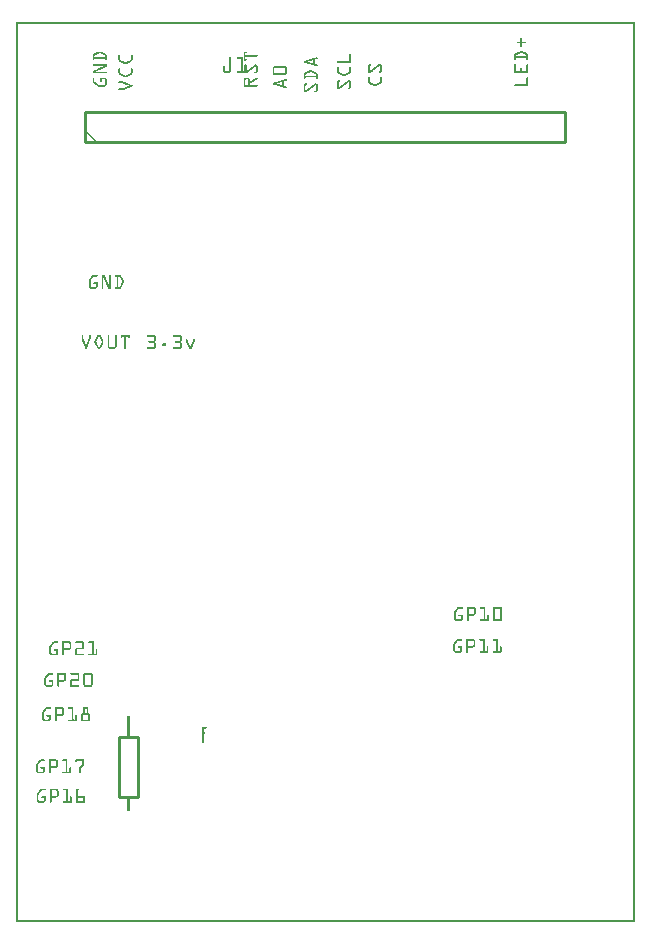
<source format=gto>
G04 MADE WITH FRITZING*
G04 WWW.FRITZING.ORG*
G04 DOUBLE SIDED*
G04 HOLES PLATED*
G04 CONTOUR ON CENTER OF CONTOUR VECTOR*
%ASAXBY*%
%FSLAX23Y23*%
%MOIN*%
%OFA0B0*%
%SFA1.0B1.0*%
%ADD10C,0.010000*%
%ADD11R,0.001000X0.001000*%
%LNSILK1*%
G90*
G70*
G54D10*
X410Y620D02*
X410Y420D01*
D02*
X410Y420D02*
X344Y420D01*
D02*
X344Y420D02*
X344Y620D01*
D02*
X344Y620D02*
X410Y620D01*
D02*
X233Y2603D02*
X1833Y2603D01*
D02*
X1833Y2603D02*
X1833Y2703D01*
D02*
X1833Y2703D02*
X233Y2703D01*
D02*
X233Y2703D02*
X233Y2603D01*
G54D11*
X1Y3002D02*
X2066Y3002D01*
X1Y3001D02*
X2066Y3001D01*
X1Y3000D02*
X2066Y3000D01*
X1Y2999D02*
X2066Y2999D01*
X1Y2998D02*
X2066Y2998D01*
X1Y2997D02*
X2066Y2997D01*
X1Y2996D02*
X2066Y2996D01*
X1Y2995D02*
X2066Y2995D01*
X1Y2994D02*
X8Y2994D01*
X2059Y2994D02*
X2066Y2994D01*
X1Y2993D02*
X8Y2993D01*
X2059Y2993D02*
X2066Y2993D01*
X1Y2992D02*
X8Y2992D01*
X2059Y2992D02*
X2066Y2992D01*
X1Y2991D02*
X8Y2991D01*
X2059Y2991D02*
X2066Y2991D01*
X1Y2990D02*
X8Y2990D01*
X2059Y2990D02*
X2066Y2990D01*
X1Y2989D02*
X8Y2989D01*
X2059Y2989D02*
X2066Y2989D01*
X1Y2988D02*
X8Y2988D01*
X2059Y2988D02*
X2066Y2988D01*
X1Y2987D02*
X8Y2987D01*
X2059Y2987D02*
X2066Y2987D01*
X1Y2986D02*
X8Y2986D01*
X2059Y2986D02*
X2066Y2986D01*
X1Y2985D02*
X8Y2985D01*
X2059Y2985D02*
X2066Y2985D01*
X1Y2984D02*
X8Y2984D01*
X2059Y2984D02*
X2066Y2984D01*
X1Y2983D02*
X8Y2983D01*
X2059Y2983D02*
X2066Y2983D01*
X1Y2982D02*
X8Y2982D01*
X2059Y2982D02*
X2066Y2982D01*
X1Y2981D02*
X8Y2981D01*
X2059Y2981D02*
X2066Y2981D01*
X1Y2980D02*
X8Y2980D01*
X2059Y2980D02*
X2066Y2980D01*
X1Y2979D02*
X8Y2979D01*
X2059Y2979D02*
X2066Y2979D01*
X1Y2978D02*
X8Y2978D01*
X2059Y2978D02*
X2066Y2978D01*
X1Y2977D02*
X8Y2977D01*
X2059Y2977D02*
X2066Y2977D01*
X1Y2976D02*
X8Y2976D01*
X2059Y2976D02*
X2066Y2976D01*
X1Y2975D02*
X8Y2975D01*
X2059Y2975D02*
X2066Y2975D01*
X1Y2974D02*
X8Y2974D01*
X2059Y2974D02*
X2066Y2974D01*
X1Y2973D02*
X8Y2973D01*
X2059Y2973D02*
X2066Y2973D01*
X1Y2972D02*
X8Y2972D01*
X2059Y2972D02*
X2066Y2972D01*
X1Y2971D02*
X8Y2971D01*
X2059Y2971D02*
X2066Y2971D01*
X1Y2970D02*
X8Y2970D01*
X2059Y2970D02*
X2066Y2970D01*
X1Y2969D02*
X8Y2969D01*
X2059Y2969D02*
X2066Y2969D01*
X1Y2968D02*
X8Y2968D01*
X2059Y2968D02*
X2066Y2968D01*
X1Y2967D02*
X8Y2967D01*
X2059Y2967D02*
X2066Y2967D01*
X1Y2966D02*
X8Y2966D01*
X2059Y2966D02*
X2066Y2966D01*
X1Y2965D02*
X8Y2965D01*
X2059Y2965D02*
X2066Y2965D01*
X1Y2964D02*
X8Y2964D01*
X2059Y2964D02*
X2066Y2964D01*
X1Y2963D02*
X8Y2963D01*
X2059Y2963D02*
X2066Y2963D01*
X1Y2962D02*
X8Y2962D01*
X2059Y2962D02*
X2066Y2962D01*
X1Y2961D02*
X8Y2961D01*
X2059Y2961D02*
X2066Y2961D01*
X1Y2960D02*
X8Y2960D01*
X2059Y2960D02*
X2066Y2960D01*
X1Y2959D02*
X8Y2959D01*
X2059Y2959D02*
X2066Y2959D01*
X1Y2958D02*
X8Y2958D01*
X2059Y2958D02*
X2066Y2958D01*
X1Y2957D02*
X8Y2957D01*
X2059Y2957D02*
X2066Y2957D01*
X1Y2956D02*
X8Y2956D01*
X2059Y2956D02*
X2066Y2956D01*
X1Y2955D02*
X8Y2955D01*
X2059Y2955D02*
X2066Y2955D01*
X1Y2954D02*
X8Y2954D01*
X2059Y2954D02*
X2066Y2954D01*
X1Y2953D02*
X8Y2953D01*
X2059Y2953D02*
X2066Y2953D01*
X1Y2952D02*
X8Y2952D01*
X2059Y2952D02*
X2066Y2952D01*
X1Y2951D02*
X8Y2951D01*
X2059Y2951D02*
X2066Y2951D01*
X1Y2950D02*
X8Y2950D01*
X2059Y2950D02*
X2066Y2950D01*
X1Y2949D02*
X8Y2949D01*
X2059Y2949D02*
X2066Y2949D01*
X1Y2948D02*
X8Y2948D01*
X1685Y2948D02*
X1688Y2948D01*
X2059Y2948D02*
X2066Y2948D01*
X1Y2947D02*
X8Y2947D01*
X1684Y2947D02*
X1688Y2947D01*
X2059Y2947D02*
X2066Y2947D01*
X1Y2946D02*
X8Y2946D01*
X1684Y2946D02*
X1689Y2946D01*
X2059Y2946D02*
X2066Y2946D01*
X1Y2945D02*
X8Y2945D01*
X1684Y2945D02*
X1689Y2945D01*
X2059Y2945D02*
X2066Y2945D01*
X1Y2944D02*
X8Y2944D01*
X1684Y2944D02*
X1689Y2944D01*
X2059Y2944D02*
X2066Y2944D01*
X1Y2943D02*
X8Y2943D01*
X1684Y2943D02*
X1689Y2943D01*
X2059Y2943D02*
X2066Y2943D01*
X1Y2942D02*
X8Y2942D01*
X1684Y2942D02*
X1689Y2942D01*
X2059Y2942D02*
X2066Y2942D01*
X1Y2941D02*
X8Y2941D01*
X1684Y2941D02*
X1689Y2941D01*
X2059Y2941D02*
X2066Y2941D01*
X1Y2940D02*
X8Y2940D01*
X1684Y2940D02*
X1689Y2940D01*
X2059Y2940D02*
X2066Y2940D01*
X1Y2939D02*
X8Y2939D01*
X1684Y2939D02*
X1689Y2939D01*
X2059Y2939D02*
X2066Y2939D01*
X1Y2938D02*
X8Y2938D01*
X1684Y2938D02*
X1689Y2938D01*
X2059Y2938D02*
X2066Y2938D01*
X1Y2937D02*
X8Y2937D01*
X1683Y2937D02*
X1689Y2937D01*
X2059Y2937D02*
X2066Y2937D01*
X1Y2936D02*
X8Y2936D01*
X1673Y2936D02*
X1700Y2936D01*
X2059Y2936D02*
X2066Y2936D01*
X1Y2935D02*
X8Y2935D01*
X1672Y2935D02*
X1700Y2935D01*
X2059Y2935D02*
X2066Y2935D01*
X1Y2934D02*
X8Y2934D01*
X1672Y2934D02*
X1701Y2934D01*
X2059Y2934D02*
X2066Y2934D01*
X1Y2933D02*
X8Y2933D01*
X1672Y2933D02*
X1701Y2933D01*
X2059Y2933D02*
X2066Y2933D01*
X1Y2932D02*
X8Y2932D01*
X1672Y2932D02*
X1700Y2932D01*
X2059Y2932D02*
X2066Y2932D01*
X1Y2931D02*
X8Y2931D01*
X1674Y2931D02*
X1699Y2931D01*
X2059Y2931D02*
X2066Y2931D01*
X1Y2930D02*
X8Y2930D01*
X1684Y2930D02*
X1689Y2930D01*
X2059Y2930D02*
X2066Y2930D01*
X1Y2929D02*
X8Y2929D01*
X1684Y2929D02*
X1689Y2929D01*
X2059Y2929D02*
X2066Y2929D01*
X1Y2928D02*
X8Y2928D01*
X1684Y2928D02*
X1689Y2928D01*
X2059Y2928D02*
X2066Y2928D01*
X1Y2927D02*
X8Y2927D01*
X1684Y2927D02*
X1689Y2927D01*
X2059Y2927D02*
X2066Y2927D01*
X1Y2926D02*
X8Y2926D01*
X1684Y2926D02*
X1689Y2926D01*
X2059Y2926D02*
X2066Y2926D01*
X1Y2925D02*
X8Y2925D01*
X1684Y2925D02*
X1689Y2925D01*
X2059Y2925D02*
X2066Y2925D01*
X1Y2924D02*
X8Y2924D01*
X1684Y2924D02*
X1689Y2924D01*
X2059Y2924D02*
X2066Y2924D01*
X1Y2923D02*
X8Y2923D01*
X1684Y2923D02*
X1689Y2923D01*
X2059Y2923D02*
X2066Y2923D01*
X1Y2922D02*
X8Y2922D01*
X1684Y2922D02*
X1689Y2922D01*
X2059Y2922D02*
X2066Y2922D01*
X1Y2921D02*
X8Y2921D01*
X1684Y2921D02*
X1689Y2921D01*
X2059Y2921D02*
X2066Y2921D01*
X1Y2920D02*
X8Y2920D01*
X1684Y2920D02*
X1688Y2920D01*
X2059Y2920D02*
X2066Y2920D01*
X1Y2919D02*
X8Y2919D01*
X1686Y2919D02*
X1687Y2919D01*
X2059Y2919D02*
X2066Y2919D01*
X1Y2918D02*
X8Y2918D01*
X2059Y2918D02*
X2066Y2918D01*
X1Y2917D02*
X8Y2917D01*
X2059Y2917D02*
X2066Y2917D01*
X1Y2916D02*
X8Y2916D01*
X2059Y2916D02*
X2066Y2916D01*
X1Y2915D02*
X8Y2915D01*
X2059Y2915D02*
X2066Y2915D01*
X1Y2914D02*
X8Y2914D01*
X2059Y2914D02*
X2066Y2914D01*
X1Y2913D02*
X8Y2913D01*
X2059Y2913D02*
X2066Y2913D01*
X1Y2912D02*
X8Y2912D01*
X2059Y2912D02*
X2066Y2912D01*
X1Y2911D02*
X8Y2911D01*
X2059Y2911D02*
X2066Y2911D01*
X1Y2910D02*
X8Y2910D01*
X2059Y2910D02*
X2066Y2910D01*
X1Y2909D02*
X8Y2909D01*
X2059Y2909D02*
X2066Y2909D01*
X1Y2908D02*
X8Y2908D01*
X2059Y2908D02*
X2066Y2908D01*
X1Y2907D02*
X8Y2907D01*
X2059Y2907D02*
X2066Y2907D01*
X1Y2906D02*
X8Y2906D01*
X2059Y2906D02*
X2066Y2906D01*
X1Y2905D02*
X8Y2905D01*
X1684Y2905D02*
X1688Y2905D01*
X2059Y2905D02*
X2066Y2905D01*
X1Y2904D02*
X8Y2904D01*
X281Y2904D02*
X281Y2904D01*
X1681Y2904D02*
X1691Y2904D01*
X2059Y2904D02*
X2066Y2904D01*
X1Y2903D02*
X8Y2903D01*
X276Y2903D02*
X286Y2903D01*
X761Y2903D02*
X770Y2903D01*
X1679Y2903D02*
X1694Y2903D01*
X2059Y2903D02*
X2066Y2903D01*
X1Y2902D02*
X8Y2902D01*
X274Y2902D02*
X288Y2902D01*
X761Y2902D02*
X771Y2902D01*
X1677Y2902D02*
X1696Y2902D01*
X2059Y2902D02*
X2066Y2902D01*
X1Y2901D02*
X8Y2901D01*
X272Y2901D02*
X290Y2901D01*
X761Y2901D02*
X771Y2901D01*
X1675Y2901D02*
X1698Y2901D01*
X2059Y2901D02*
X2066Y2901D01*
X1Y2900D02*
X8Y2900D01*
X270Y2900D02*
X292Y2900D01*
X761Y2900D02*
X771Y2900D01*
X1673Y2900D02*
X1700Y2900D01*
X2059Y2900D02*
X2066Y2900D01*
X1Y2899D02*
X8Y2899D01*
X268Y2899D02*
X294Y2899D01*
X761Y2899D02*
X770Y2899D01*
X1671Y2899D02*
X1684Y2899D01*
X1688Y2899D02*
X1702Y2899D01*
X2059Y2899D02*
X2066Y2899D01*
X1Y2898D02*
X8Y2898D01*
X266Y2898D02*
X296Y2898D01*
X761Y2898D02*
X769Y2898D01*
X1669Y2898D02*
X1682Y2898D01*
X1691Y2898D02*
X1704Y2898D01*
X2059Y2898D02*
X2066Y2898D01*
X1Y2897D02*
X8Y2897D01*
X264Y2897D02*
X277Y2897D01*
X285Y2897D02*
X298Y2897D01*
X761Y2897D02*
X766Y2897D01*
X1667Y2897D02*
X1680Y2897D01*
X1693Y2897D02*
X1705Y2897D01*
X2059Y2897D02*
X2066Y2897D01*
X1Y2896D02*
X8Y2896D01*
X262Y2896D02*
X275Y2896D01*
X287Y2896D02*
X300Y2896D01*
X761Y2896D02*
X766Y2896D01*
X1666Y2896D02*
X1678Y2896D01*
X1695Y2896D02*
X1707Y2896D01*
X2059Y2896D02*
X2066Y2896D01*
X1Y2895D02*
X8Y2895D01*
X261Y2895D02*
X273Y2895D01*
X289Y2895D02*
X301Y2895D01*
X761Y2895D02*
X766Y2895D01*
X1115Y2895D02*
X1117Y2895D01*
X1665Y2895D02*
X1676Y2895D01*
X1697Y2895D02*
X1707Y2895D01*
X2059Y2895D02*
X2066Y2895D01*
X1Y2894D02*
X8Y2894D01*
X260Y2894D02*
X271Y2894D01*
X291Y2894D02*
X302Y2894D01*
X761Y2894D02*
X766Y2894D01*
X1114Y2894D02*
X1118Y2894D01*
X1664Y2894D02*
X1674Y2894D01*
X1699Y2894D02*
X1708Y2894D01*
X2059Y2894D02*
X2066Y2894D01*
X1Y2893D02*
X8Y2893D01*
X259Y2893D02*
X269Y2893D01*
X293Y2893D02*
X303Y2893D01*
X761Y2893D02*
X766Y2893D01*
X1114Y2893D02*
X1118Y2893D01*
X1664Y2893D02*
X1672Y2893D01*
X1701Y2893D02*
X1709Y2893D01*
X2059Y2893D02*
X2066Y2893D01*
X1Y2892D02*
X8Y2892D01*
X259Y2892D02*
X267Y2892D01*
X295Y2892D02*
X303Y2892D01*
X761Y2892D02*
X766Y2892D01*
X1113Y2892D02*
X1119Y2892D01*
X1663Y2892D02*
X1670Y2892D01*
X1703Y2892D02*
X1709Y2892D01*
X2059Y2892D02*
X2066Y2892D01*
X1Y2891D02*
X8Y2891D01*
X258Y2891D02*
X265Y2891D01*
X297Y2891D02*
X304Y2891D01*
X345Y2891D02*
X348Y2891D01*
X386Y2891D02*
X389Y2891D01*
X761Y2891D02*
X806Y2891D01*
X1113Y2891D02*
X1119Y2891D01*
X1663Y2891D02*
X1669Y2891D01*
X1704Y2891D02*
X1709Y2891D01*
X2059Y2891D02*
X2066Y2891D01*
X1Y2890D02*
X8Y2890D01*
X258Y2890D02*
X264Y2890D01*
X298Y2890D02*
X304Y2890D01*
X344Y2890D02*
X349Y2890D01*
X385Y2890D02*
X390Y2890D01*
X761Y2890D02*
X807Y2890D01*
X1113Y2890D02*
X1119Y2890D01*
X1663Y2890D02*
X1668Y2890D01*
X1704Y2890D02*
X1709Y2890D01*
X2059Y2890D02*
X2066Y2890D01*
X1Y2889D02*
X8Y2889D01*
X258Y2889D02*
X263Y2889D01*
X299Y2889D02*
X304Y2889D01*
X344Y2889D02*
X349Y2889D01*
X385Y2889D02*
X390Y2889D01*
X761Y2889D02*
X807Y2889D01*
X1113Y2889D02*
X1119Y2889D01*
X1663Y2889D02*
X1668Y2889D01*
X1704Y2889D02*
X1709Y2889D01*
X2059Y2889D02*
X2066Y2889D01*
X1Y2888D02*
X8Y2888D01*
X258Y2888D02*
X263Y2888D01*
X299Y2888D02*
X304Y2888D01*
X344Y2888D02*
X349Y2888D01*
X385Y2888D02*
X390Y2888D01*
X761Y2888D02*
X807Y2888D01*
X1113Y2888D02*
X1119Y2888D01*
X1663Y2888D02*
X1668Y2888D01*
X1704Y2888D02*
X1709Y2888D01*
X2059Y2888D02*
X2066Y2888D01*
X1Y2887D02*
X8Y2887D01*
X258Y2887D02*
X263Y2887D01*
X299Y2887D02*
X304Y2887D01*
X344Y2887D02*
X349Y2887D01*
X385Y2887D02*
X390Y2887D01*
X761Y2887D02*
X806Y2887D01*
X1113Y2887D02*
X1119Y2887D01*
X1663Y2887D02*
X1709Y2887D01*
X2059Y2887D02*
X2066Y2887D01*
X1Y2886D02*
X8Y2886D01*
X258Y2886D02*
X304Y2886D01*
X344Y2886D02*
X349Y2886D01*
X385Y2886D02*
X390Y2886D01*
X761Y2886D02*
X805Y2886D01*
X1113Y2886D02*
X1119Y2886D01*
X1663Y2886D02*
X1709Y2886D01*
X2059Y2886D02*
X2066Y2886D01*
X1Y2885D02*
X8Y2885D01*
X258Y2885D02*
X304Y2885D01*
X344Y2885D02*
X349Y2885D01*
X385Y2885D02*
X390Y2885D01*
X716Y2885D02*
X716Y2885D01*
X742Y2885D02*
X758Y2885D01*
X761Y2885D02*
X766Y2885D01*
X1113Y2885D02*
X1119Y2885D01*
X1663Y2885D02*
X1709Y2885D01*
X2059Y2885D02*
X2066Y2885D01*
X1Y2884D02*
X8Y2884D01*
X258Y2884D02*
X304Y2884D01*
X344Y2884D02*
X349Y2884D01*
X385Y2884D02*
X390Y2884D01*
X714Y2884D02*
X718Y2884D01*
X740Y2884D02*
X759Y2884D01*
X761Y2884D02*
X766Y2884D01*
X1002Y2884D02*
X1006Y2884D01*
X1113Y2884D02*
X1119Y2884D01*
X1663Y2884D02*
X1709Y2884D01*
X2059Y2884D02*
X2066Y2884D01*
X1Y2883D02*
X8Y2883D01*
X258Y2883D02*
X304Y2883D01*
X344Y2883D02*
X349Y2883D01*
X385Y2883D02*
X390Y2883D01*
X713Y2883D02*
X719Y2883D01*
X739Y2883D02*
X759Y2883D01*
X761Y2883D02*
X766Y2883D01*
X999Y2883D02*
X1007Y2883D01*
X1113Y2883D02*
X1119Y2883D01*
X1663Y2883D02*
X1709Y2883D01*
X2059Y2883D02*
X2066Y2883D01*
X1Y2882D02*
X8Y2882D01*
X258Y2882D02*
X304Y2882D01*
X344Y2882D02*
X349Y2882D01*
X385Y2882D02*
X390Y2882D01*
X713Y2882D02*
X719Y2882D01*
X739Y2882D02*
X759Y2882D01*
X761Y2882D02*
X766Y2882D01*
X996Y2882D02*
X1007Y2882D01*
X1113Y2882D02*
X1119Y2882D01*
X1663Y2882D02*
X1709Y2882D01*
X2059Y2882D02*
X2066Y2882D01*
X1Y2881D02*
X8Y2881D01*
X258Y2881D02*
X304Y2881D01*
X344Y2881D02*
X349Y2881D01*
X385Y2881D02*
X390Y2881D01*
X713Y2881D02*
X719Y2881D01*
X739Y2881D02*
X759Y2881D01*
X761Y2881D02*
X766Y2881D01*
X992Y2881D02*
X1007Y2881D01*
X1113Y2881D02*
X1119Y2881D01*
X1663Y2881D02*
X1668Y2881D01*
X1704Y2881D02*
X1709Y2881D01*
X2059Y2881D02*
X2066Y2881D01*
X1Y2880D02*
X8Y2880D01*
X258Y2880D02*
X304Y2880D01*
X344Y2880D02*
X349Y2880D01*
X385Y2880D02*
X390Y2880D01*
X713Y2880D02*
X719Y2880D01*
X739Y2880D02*
X759Y2880D01*
X761Y2880D02*
X766Y2880D01*
X989Y2880D02*
X1007Y2880D01*
X1113Y2880D02*
X1119Y2880D01*
X1663Y2880D02*
X1668Y2880D01*
X1704Y2880D02*
X1709Y2880D01*
X2059Y2880D02*
X2066Y2880D01*
X1Y2879D02*
X8Y2879D01*
X258Y2879D02*
X263Y2879D01*
X299Y2879D02*
X304Y2879D01*
X344Y2879D02*
X349Y2879D01*
X385Y2879D02*
X390Y2879D01*
X713Y2879D02*
X719Y2879D01*
X740Y2879D02*
X759Y2879D01*
X761Y2879D02*
X770Y2879D01*
X985Y2879D02*
X1006Y2879D01*
X1113Y2879D02*
X1119Y2879D01*
X1663Y2879D02*
X1668Y2879D01*
X1704Y2879D02*
X1709Y2879D01*
X2059Y2879D02*
X2066Y2879D01*
X1Y2878D02*
X8Y2878D01*
X258Y2878D02*
X263Y2878D01*
X299Y2878D02*
X304Y2878D01*
X344Y2878D02*
X349Y2878D01*
X385Y2878D02*
X390Y2878D01*
X713Y2878D02*
X719Y2878D01*
X752Y2878D02*
X759Y2878D01*
X761Y2878D02*
X771Y2878D01*
X982Y2878D02*
X1002Y2878D01*
X1113Y2878D02*
X1119Y2878D01*
X1663Y2878D02*
X1668Y2878D01*
X1704Y2878D02*
X1709Y2878D01*
X2059Y2878D02*
X2066Y2878D01*
X1Y2877D02*
X8Y2877D01*
X258Y2877D02*
X263Y2877D01*
X299Y2877D02*
X304Y2877D01*
X344Y2877D02*
X349Y2877D01*
X385Y2877D02*
X390Y2877D01*
X713Y2877D02*
X719Y2877D01*
X753Y2877D02*
X759Y2877D01*
X761Y2877D02*
X771Y2877D01*
X978Y2877D02*
X999Y2877D01*
X1113Y2877D02*
X1119Y2877D01*
X1663Y2877D02*
X1668Y2877D01*
X1704Y2877D02*
X1709Y2877D01*
X2059Y2877D02*
X2066Y2877D01*
X1Y2876D02*
X8Y2876D01*
X258Y2876D02*
X263Y2876D01*
X299Y2876D02*
X304Y2876D01*
X344Y2876D02*
X349Y2876D01*
X385Y2876D02*
X390Y2876D01*
X713Y2876D02*
X719Y2876D01*
X753Y2876D02*
X759Y2876D01*
X761Y2876D02*
X771Y2876D01*
X975Y2876D02*
X997Y2876D01*
X1113Y2876D02*
X1119Y2876D01*
X1664Y2876D02*
X1667Y2876D01*
X1705Y2876D02*
X1708Y2876D01*
X2059Y2876D02*
X2066Y2876D01*
X1Y2875D02*
X8Y2875D01*
X259Y2875D02*
X262Y2875D01*
X300Y2875D02*
X303Y2875D01*
X344Y2875D02*
X350Y2875D01*
X384Y2875D02*
X390Y2875D01*
X713Y2875D02*
X719Y2875D01*
X753Y2875D02*
X759Y2875D01*
X761Y2875D02*
X770Y2875D01*
X972Y2875D02*
X997Y2875D01*
X1113Y2875D02*
X1119Y2875D01*
X2059Y2875D02*
X2066Y2875D01*
X1Y2874D02*
X8Y2874D01*
X345Y2874D02*
X352Y2874D01*
X382Y2874D02*
X389Y2874D01*
X713Y2874D02*
X719Y2874D01*
X753Y2874D02*
X759Y2874D01*
X761Y2874D02*
X769Y2874D01*
X968Y2874D02*
X989Y2874D01*
X992Y2874D02*
X997Y2874D01*
X1113Y2874D02*
X1119Y2874D01*
X2059Y2874D02*
X2066Y2874D01*
X1Y2873D02*
X8Y2873D01*
X345Y2873D02*
X354Y2873D01*
X380Y2873D02*
X389Y2873D01*
X713Y2873D02*
X719Y2873D01*
X753Y2873D02*
X759Y2873D01*
X965Y2873D02*
X986Y2873D01*
X992Y2873D02*
X997Y2873D01*
X1113Y2873D02*
X1119Y2873D01*
X2059Y2873D02*
X2066Y2873D01*
X1Y2872D02*
X8Y2872D01*
X345Y2872D02*
X356Y2872D01*
X378Y2872D02*
X388Y2872D01*
X713Y2872D02*
X719Y2872D01*
X753Y2872D02*
X759Y2872D01*
X962Y2872D02*
X982Y2872D01*
X992Y2872D02*
X997Y2872D01*
X1113Y2872D02*
X1119Y2872D01*
X2059Y2872D02*
X2066Y2872D01*
X1Y2871D02*
X8Y2871D01*
X346Y2871D02*
X358Y2871D01*
X376Y2871D02*
X388Y2871D01*
X713Y2871D02*
X719Y2871D01*
X753Y2871D02*
X759Y2871D01*
X962Y2871D02*
X979Y2871D01*
X992Y2871D02*
X997Y2871D01*
X1074Y2871D02*
X1119Y2871D01*
X2059Y2871D02*
X2066Y2871D01*
X1Y2870D02*
X8Y2870D01*
X347Y2870D02*
X360Y2870D01*
X374Y2870D02*
X386Y2870D01*
X713Y2870D02*
X719Y2870D01*
X753Y2870D02*
X759Y2870D01*
X961Y2870D02*
X975Y2870D01*
X992Y2870D02*
X997Y2870D01*
X1073Y2870D02*
X1119Y2870D01*
X2059Y2870D02*
X2066Y2870D01*
X1Y2869D02*
X8Y2869D01*
X349Y2869D02*
X362Y2869D01*
X372Y2869D02*
X385Y2869D01*
X713Y2869D02*
X719Y2869D01*
X753Y2869D02*
X759Y2869D01*
X961Y2869D02*
X977Y2869D01*
X992Y2869D02*
X997Y2869D01*
X1073Y2869D02*
X1119Y2869D01*
X2059Y2869D02*
X2066Y2869D01*
X1Y2868D02*
X8Y2868D01*
X351Y2868D02*
X364Y2868D01*
X370Y2868D02*
X383Y2868D01*
X713Y2868D02*
X719Y2868D01*
X753Y2868D02*
X759Y2868D01*
X962Y2868D02*
X980Y2868D01*
X992Y2868D02*
X997Y2868D01*
X1072Y2868D02*
X1119Y2868D01*
X2059Y2868D02*
X2066Y2868D01*
X1Y2867D02*
X8Y2867D01*
X353Y2867D02*
X381Y2867D01*
X713Y2867D02*
X719Y2867D01*
X753Y2867D02*
X759Y2867D01*
X963Y2867D02*
X983Y2867D01*
X992Y2867D02*
X997Y2867D01*
X1073Y2867D02*
X1119Y2867D01*
X2059Y2867D02*
X2066Y2867D01*
X1Y2866D02*
X8Y2866D01*
X355Y2866D02*
X379Y2866D01*
X713Y2866D02*
X719Y2866D01*
X753Y2866D02*
X759Y2866D01*
X966Y2866D02*
X987Y2866D01*
X992Y2866D02*
X997Y2866D01*
X1073Y2866D02*
X1119Y2866D01*
X2059Y2866D02*
X2066Y2866D01*
X1Y2865D02*
X8Y2865D01*
X357Y2865D02*
X377Y2865D01*
X713Y2865D02*
X719Y2865D01*
X753Y2865D02*
X759Y2865D01*
X969Y2865D02*
X990Y2865D01*
X992Y2865D02*
X997Y2865D01*
X2059Y2865D02*
X2066Y2865D01*
X1Y2864D02*
X8Y2864D01*
X359Y2864D02*
X375Y2864D01*
X713Y2864D02*
X719Y2864D01*
X753Y2864D02*
X759Y2864D01*
X973Y2864D02*
X997Y2864D01*
X2059Y2864D02*
X2066Y2864D01*
X1Y2863D02*
X8Y2863D01*
X361Y2863D02*
X373Y2863D01*
X713Y2863D02*
X719Y2863D01*
X753Y2863D02*
X759Y2863D01*
X976Y2863D02*
X997Y2863D01*
X2059Y2863D02*
X2066Y2863D01*
X1Y2862D02*
X8Y2862D01*
X364Y2862D02*
X370Y2862D01*
X713Y2862D02*
X719Y2862D01*
X753Y2862D02*
X759Y2862D01*
X980Y2862D02*
X1000Y2862D01*
X1181Y2862D02*
X1183Y2862D01*
X1213Y2862D02*
X1216Y2862D01*
X2059Y2862D02*
X2066Y2862D01*
X1Y2861D02*
X8Y2861D01*
X713Y2861D02*
X719Y2861D01*
X753Y2861D02*
X759Y2861D01*
X983Y2861D02*
X1004Y2861D01*
X1179Y2861D02*
X1185Y2861D01*
X1211Y2861D02*
X1218Y2861D01*
X1664Y2861D02*
X1667Y2861D01*
X1705Y2861D02*
X1708Y2861D01*
X2059Y2861D02*
X2066Y2861D01*
X1Y2860D02*
X8Y2860D01*
X259Y2860D02*
X304Y2860D01*
X713Y2860D02*
X719Y2860D01*
X753Y2860D02*
X759Y2860D01*
X767Y2860D02*
X769Y2860D01*
X799Y2860D02*
X802Y2860D01*
X987Y2860D02*
X1006Y2860D01*
X1178Y2860D02*
X1185Y2860D01*
X1210Y2860D02*
X1219Y2860D01*
X1663Y2860D02*
X1668Y2860D01*
X1705Y2860D02*
X1709Y2860D01*
X2059Y2860D02*
X2066Y2860D01*
X1Y2859D02*
X8Y2859D01*
X258Y2859D02*
X304Y2859D01*
X713Y2859D02*
X719Y2859D01*
X753Y2859D02*
X759Y2859D01*
X765Y2859D02*
X770Y2859D01*
X797Y2859D02*
X804Y2859D01*
X990Y2859D02*
X1007Y2859D01*
X1177Y2859D02*
X1185Y2859D01*
X1209Y2859D02*
X1220Y2859D01*
X1663Y2859D02*
X1668Y2859D01*
X1704Y2859D02*
X1709Y2859D01*
X2059Y2859D02*
X2066Y2859D01*
X1Y2858D02*
X8Y2858D01*
X258Y2858D02*
X304Y2858D01*
X713Y2858D02*
X719Y2858D01*
X753Y2858D02*
X759Y2858D01*
X763Y2858D02*
X771Y2858D01*
X796Y2858D02*
X805Y2858D01*
X993Y2858D02*
X1007Y2858D01*
X1176Y2858D02*
X1185Y2858D01*
X1207Y2858D02*
X1221Y2858D01*
X1663Y2858D02*
X1668Y2858D01*
X1704Y2858D02*
X1709Y2858D01*
X2059Y2858D02*
X2066Y2858D01*
X1Y2857D02*
X8Y2857D01*
X258Y2857D02*
X304Y2857D01*
X713Y2857D02*
X719Y2857D01*
X753Y2857D02*
X759Y2857D01*
X763Y2857D02*
X771Y2857D01*
X795Y2857D02*
X806Y2857D01*
X997Y2857D02*
X1007Y2857D01*
X1175Y2857D02*
X1184Y2857D01*
X1206Y2857D02*
X1221Y2857D01*
X1663Y2857D02*
X1668Y2857D01*
X1704Y2857D02*
X1709Y2857D01*
X2059Y2857D02*
X2066Y2857D01*
X1Y2856D02*
X8Y2856D01*
X258Y2856D02*
X304Y2856D01*
X713Y2856D02*
X719Y2856D01*
X753Y2856D02*
X759Y2856D01*
X762Y2856D02*
X771Y2856D01*
X793Y2856D02*
X807Y2856D01*
X1000Y2856D02*
X1007Y2856D01*
X1175Y2856D02*
X1181Y2856D01*
X1205Y2856D02*
X1221Y2856D01*
X1663Y2856D02*
X1668Y2856D01*
X1704Y2856D02*
X1709Y2856D01*
X2059Y2856D02*
X2066Y2856D01*
X1Y2855D02*
X8Y2855D01*
X259Y2855D02*
X304Y2855D01*
X694Y2855D02*
X697Y2855D01*
X713Y2855D02*
X719Y2855D01*
X753Y2855D02*
X759Y2855D01*
X761Y2855D02*
X771Y2855D01*
X792Y2855D02*
X807Y2855D01*
X862Y2855D02*
X901Y2855D01*
X1004Y2855D02*
X1006Y2855D01*
X1175Y2855D02*
X1180Y2855D01*
X1204Y2855D02*
X1213Y2855D01*
X1216Y2855D02*
X1221Y2855D01*
X1663Y2855D02*
X1668Y2855D01*
X1704Y2855D02*
X1709Y2855D01*
X2059Y2855D02*
X2066Y2855D01*
X1Y2854D02*
X8Y2854D01*
X293Y2854D02*
X304Y2854D01*
X693Y2854D02*
X698Y2854D01*
X713Y2854D02*
X719Y2854D01*
X753Y2854D02*
X759Y2854D01*
X761Y2854D02*
X772Y2854D01*
X791Y2854D02*
X807Y2854D01*
X861Y2854D02*
X902Y2854D01*
X1175Y2854D02*
X1180Y2854D01*
X1202Y2854D02*
X1211Y2854D01*
X1216Y2854D02*
X1221Y2854D01*
X1663Y2854D02*
X1668Y2854D01*
X1704Y2854D02*
X1709Y2854D01*
X2059Y2854D02*
X2066Y2854D01*
X1Y2853D02*
X8Y2853D01*
X291Y2853D02*
X304Y2853D01*
X693Y2853D02*
X698Y2853D01*
X713Y2853D02*
X719Y2853D01*
X753Y2853D02*
X759Y2853D01*
X761Y2853D02*
X772Y2853D01*
X790Y2853D02*
X799Y2853D01*
X802Y2853D02*
X807Y2853D01*
X860Y2853D02*
X903Y2853D01*
X1175Y2853D02*
X1180Y2853D01*
X1201Y2853D02*
X1210Y2853D01*
X1216Y2853D02*
X1221Y2853D01*
X1663Y2853D02*
X1668Y2853D01*
X1704Y2853D02*
X1709Y2853D01*
X2059Y2853D02*
X2066Y2853D01*
X1Y2852D02*
X8Y2852D01*
X289Y2852D02*
X303Y2852D01*
X692Y2852D02*
X698Y2852D01*
X713Y2852D02*
X719Y2852D01*
X753Y2852D02*
X759Y2852D01*
X761Y2852D02*
X773Y2852D01*
X788Y2852D02*
X797Y2852D01*
X802Y2852D02*
X807Y2852D01*
X859Y2852D02*
X904Y2852D01*
X1175Y2852D02*
X1180Y2852D01*
X1200Y2852D02*
X1209Y2852D01*
X1216Y2852D02*
X1221Y2852D01*
X1663Y2852D02*
X1668Y2852D01*
X1704Y2852D02*
X1709Y2852D01*
X2059Y2852D02*
X2066Y2852D01*
X1Y2851D02*
X8Y2851D01*
X287Y2851D02*
X301Y2851D01*
X692Y2851D02*
X698Y2851D01*
X713Y2851D02*
X719Y2851D01*
X753Y2851D02*
X759Y2851D01*
X761Y2851D02*
X773Y2851D01*
X787Y2851D02*
X796Y2851D01*
X802Y2851D02*
X807Y2851D01*
X859Y2851D02*
X904Y2851D01*
X1074Y2851D02*
X1076Y2851D01*
X1115Y2851D02*
X1117Y2851D01*
X1175Y2851D02*
X1180Y2851D01*
X1198Y2851D02*
X1208Y2851D01*
X1216Y2851D02*
X1221Y2851D01*
X1663Y2851D02*
X1668Y2851D01*
X1704Y2851D02*
X1709Y2851D01*
X2059Y2851D02*
X2066Y2851D01*
X1Y2850D02*
X8Y2850D01*
X284Y2850D02*
X299Y2850D01*
X692Y2850D02*
X698Y2850D01*
X713Y2850D02*
X719Y2850D01*
X753Y2850D02*
X759Y2850D01*
X761Y2850D02*
X773Y2850D01*
X786Y2850D02*
X795Y2850D01*
X802Y2850D02*
X807Y2850D01*
X858Y2850D02*
X904Y2850D01*
X1073Y2850D02*
X1077Y2850D01*
X1114Y2850D02*
X1118Y2850D01*
X1175Y2850D02*
X1180Y2850D01*
X1197Y2850D02*
X1206Y2850D01*
X1216Y2850D02*
X1221Y2850D01*
X1663Y2850D02*
X1668Y2850D01*
X1704Y2850D02*
X1709Y2850D01*
X2059Y2850D02*
X2066Y2850D01*
X1Y2849D02*
X8Y2849D01*
X282Y2849D02*
X296Y2849D01*
X692Y2849D02*
X698Y2849D01*
X713Y2849D02*
X719Y2849D01*
X753Y2849D02*
X759Y2849D01*
X761Y2849D02*
X773Y2849D01*
X784Y2849D02*
X794Y2849D01*
X802Y2849D02*
X807Y2849D01*
X858Y2849D02*
X863Y2849D01*
X899Y2849D02*
X905Y2849D01*
X1072Y2849D02*
X1077Y2849D01*
X1114Y2849D02*
X1119Y2849D01*
X1175Y2849D02*
X1180Y2849D01*
X1196Y2849D02*
X1205Y2849D01*
X1216Y2849D02*
X1221Y2849D01*
X1663Y2849D02*
X1668Y2849D01*
X1685Y2849D02*
X1687Y2849D01*
X1704Y2849D02*
X1709Y2849D01*
X2059Y2849D02*
X2066Y2849D01*
X1Y2848D02*
X8Y2848D01*
X280Y2848D02*
X294Y2848D01*
X692Y2848D02*
X698Y2848D01*
X713Y2848D02*
X719Y2848D01*
X753Y2848D02*
X759Y2848D01*
X761Y2848D02*
X773Y2848D01*
X783Y2848D02*
X792Y2848D01*
X802Y2848D02*
X807Y2848D01*
X858Y2848D02*
X863Y2848D01*
X899Y2848D02*
X905Y2848D01*
X1072Y2848D02*
X1077Y2848D01*
X1113Y2848D02*
X1119Y2848D01*
X1175Y2848D02*
X1180Y2848D01*
X1195Y2848D02*
X1204Y2848D01*
X1216Y2848D02*
X1221Y2848D01*
X1663Y2848D02*
X1668Y2848D01*
X1684Y2848D02*
X1688Y2848D01*
X1704Y2848D02*
X1709Y2848D01*
X2059Y2848D02*
X2066Y2848D01*
X1Y2847D02*
X8Y2847D01*
X277Y2847D02*
X292Y2847D01*
X345Y2847D02*
X348Y2847D01*
X386Y2847D02*
X389Y2847D01*
X692Y2847D02*
X698Y2847D01*
X713Y2847D02*
X719Y2847D01*
X753Y2847D02*
X759Y2847D01*
X761Y2847D02*
X773Y2847D01*
X782Y2847D02*
X791Y2847D01*
X802Y2847D02*
X807Y2847D01*
X858Y2847D02*
X863Y2847D01*
X899Y2847D02*
X905Y2847D01*
X1072Y2847D02*
X1077Y2847D01*
X1113Y2847D02*
X1119Y2847D01*
X1175Y2847D02*
X1180Y2847D01*
X1193Y2847D02*
X1202Y2847D01*
X1216Y2847D02*
X1221Y2847D01*
X1663Y2847D02*
X1668Y2847D01*
X1684Y2847D02*
X1689Y2847D01*
X1704Y2847D02*
X1709Y2847D01*
X2059Y2847D02*
X2066Y2847D01*
X1Y2846D02*
X8Y2846D01*
X275Y2846D02*
X290Y2846D01*
X344Y2846D02*
X349Y2846D01*
X385Y2846D02*
X390Y2846D01*
X692Y2846D02*
X698Y2846D01*
X713Y2846D02*
X719Y2846D01*
X753Y2846D02*
X759Y2846D01*
X761Y2846D02*
X773Y2846D01*
X781Y2846D02*
X790Y2846D01*
X802Y2846D02*
X807Y2846D01*
X858Y2846D02*
X863Y2846D01*
X899Y2846D02*
X905Y2846D01*
X1072Y2846D02*
X1077Y2846D01*
X1113Y2846D02*
X1119Y2846D01*
X1175Y2846D02*
X1180Y2846D01*
X1192Y2846D02*
X1201Y2846D01*
X1216Y2846D02*
X1221Y2846D01*
X1663Y2846D02*
X1668Y2846D01*
X1684Y2846D02*
X1689Y2846D01*
X1704Y2846D02*
X1709Y2846D01*
X2059Y2846D02*
X2066Y2846D01*
X1Y2845D02*
X8Y2845D01*
X273Y2845D02*
X287Y2845D01*
X344Y2845D02*
X349Y2845D01*
X385Y2845D02*
X390Y2845D01*
X692Y2845D02*
X698Y2845D01*
X713Y2845D02*
X719Y2845D01*
X753Y2845D02*
X759Y2845D01*
X761Y2845D02*
X773Y2845D01*
X779Y2845D02*
X788Y2845D01*
X802Y2845D02*
X807Y2845D01*
X858Y2845D02*
X863Y2845D01*
X899Y2845D02*
X905Y2845D01*
X1072Y2845D02*
X1077Y2845D01*
X1113Y2845D02*
X1119Y2845D01*
X1175Y2845D02*
X1180Y2845D01*
X1191Y2845D02*
X1200Y2845D01*
X1216Y2845D02*
X1221Y2845D01*
X1663Y2845D02*
X1668Y2845D01*
X1684Y2845D02*
X1689Y2845D01*
X1704Y2845D02*
X1709Y2845D01*
X2059Y2845D02*
X2066Y2845D01*
X1Y2844D02*
X8Y2844D01*
X271Y2844D02*
X285Y2844D01*
X344Y2844D02*
X349Y2844D01*
X385Y2844D02*
X390Y2844D01*
X692Y2844D02*
X698Y2844D01*
X713Y2844D02*
X719Y2844D01*
X753Y2844D02*
X759Y2844D01*
X761Y2844D02*
X773Y2844D01*
X778Y2844D02*
X787Y2844D01*
X802Y2844D02*
X807Y2844D01*
X858Y2844D02*
X863Y2844D01*
X899Y2844D02*
X905Y2844D01*
X1072Y2844D02*
X1077Y2844D01*
X1113Y2844D02*
X1119Y2844D01*
X1175Y2844D02*
X1180Y2844D01*
X1189Y2844D02*
X1199Y2844D01*
X1216Y2844D02*
X1221Y2844D01*
X1663Y2844D02*
X1668Y2844D01*
X1684Y2844D02*
X1689Y2844D01*
X1704Y2844D02*
X1709Y2844D01*
X2059Y2844D02*
X2066Y2844D01*
X1Y2843D02*
X8Y2843D01*
X268Y2843D02*
X283Y2843D01*
X344Y2843D02*
X349Y2843D01*
X385Y2843D02*
X390Y2843D01*
X692Y2843D02*
X698Y2843D01*
X713Y2843D02*
X719Y2843D01*
X753Y2843D02*
X759Y2843D01*
X761Y2843D02*
X773Y2843D01*
X777Y2843D02*
X786Y2843D01*
X802Y2843D02*
X807Y2843D01*
X858Y2843D02*
X863Y2843D01*
X899Y2843D02*
X905Y2843D01*
X1072Y2843D02*
X1077Y2843D01*
X1113Y2843D02*
X1119Y2843D01*
X1175Y2843D02*
X1180Y2843D01*
X1188Y2843D02*
X1197Y2843D01*
X1216Y2843D02*
X1221Y2843D01*
X1663Y2843D02*
X1668Y2843D01*
X1684Y2843D02*
X1689Y2843D01*
X1704Y2843D02*
X1709Y2843D01*
X2059Y2843D02*
X2066Y2843D01*
X1Y2842D02*
X8Y2842D01*
X266Y2842D02*
X280Y2842D01*
X344Y2842D02*
X349Y2842D01*
X385Y2842D02*
X390Y2842D01*
X692Y2842D02*
X698Y2842D01*
X713Y2842D02*
X719Y2842D01*
X753Y2842D02*
X759Y2842D01*
X761Y2842D02*
X773Y2842D01*
X775Y2842D02*
X785Y2842D01*
X802Y2842D02*
X807Y2842D01*
X858Y2842D02*
X863Y2842D01*
X899Y2842D02*
X905Y2842D01*
X1072Y2842D02*
X1077Y2842D01*
X1113Y2842D02*
X1119Y2842D01*
X1175Y2842D02*
X1180Y2842D01*
X1187Y2842D02*
X1196Y2842D01*
X1216Y2842D02*
X1221Y2842D01*
X1663Y2842D02*
X1668Y2842D01*
X1684Y2842D02*
X1689Y2842D01*
X1704Y2842D02*
X1709Y2842D01*
X2059Y2842D02*
X2066Y2842D01*
X1Y2841D02*
X8Y2841D01*
X264Y2841D02*
X278Y2841D01*
X344Y2841D02*
X349Y2841D01*
X385Y2841D02*
X390Y2841D01*
X692Y2841D02*
X698Y2841D01*
X713Y2841D02*
X719Y2841D01*
X753Y2841D02*
X759Y2841D01*
X761Y2841D02*
X783Y2841D01*
X802Y2841D02*
X807Y2841D01*
X858Y2841D02*
X863Y2841D01*
X899Y2841D02*
X905Y2841D01*
X983Y2841D02*
X986Y2841D01*
X1072Y2841D02*
X1077Y2841D01*
X1113Y2841D02*
X1119Y2841D01*
X1175Y2841D02*
X1180Y2841D01*
X1186Y2841D02*
X1195Y2841D01*
X1216Y2841D02*
X1221Y2841D01*
X1663Y2841D02*
X1668Y2841D01*
X1684Y2841D02*
X1689Y2841D01*
X1704Y2841D02*
X1709Y2841D01*
X2059Y2841D02*
X2066Y2841D01*
X1Y2840D02*
X8Y2840D01*
X261Y2840D02*
X276Y2840D01*
X344Y2840D02*
X349Y2840D01*
X385Y2840D02*
X390Y2840D01*
X692Y2840D02*
X699Y2840D01*
X713Y2840D02*
X719Y2840D01*
X753Y2840D02*
X759Y2840D01*
X761Y2840D02*
X782Y2840D01*
X802Y2840D02*
X807Y2840D01*
X858Y2840D02*
X863Y2840D01*
X899Y2840D02*
X905Y2840D01*
X979Y2840D02*
X989Y2840D01*
X1072Y2840D02*
X1077Y2840D01*
X1113Y2840D02*
X1119Y2840D01*
X1175Y2840D02*
X1180Y2840D01*
X1184Y2840D02*
X1193Y2840D01*
X1216Y2840D02*
X1221Y2840D01*
X1663Y2840D02*
X1668Y2840D01*
X1684Y2840D02*
X1689Y2840D01*
X1704Y2840D02*
X1709Y2840D01*
X2059Y2840D02*
X2066Y2840D01*
X1Y2839D02*
X8Y2839D01*
X259Y2839D02*
X274Y2839D01*
X344Y2839D02*
X349Y2839D01*
X385Y2839D02*
X390Y2839D01*
X693Y2839D02*
X699Y2839D01*
X712Y2839D02*
X719Y2839D01*
X753Y2839D02*
X759Y2839D01*
X761Y2839D02*
X781Y2839D01*
X802Y2839D02*
X807Y2839D01*
X858Y2839D02*
X863Y2839D01*
X899Y2839D02*
X905Y2839D01*
X977Y2839D02*
X992Y2839D01*
X1072Y2839D02*
X1077Y2839D01*
X1113Y2839D02*
X1119Y2839D01*
X1175Y2839D02*
X1180Y2839D01*
X1183Y2839D02*
X1192Y2839D01*
X1215Y2839D02*
X1221Y2839D01*
X1663Y2839D02*
X1668Y2839D01*
X1684Y2839D02*
X1689Y2839D01*
X1704Y2839D02*
X1709Y2839D01*
X2059Y2839D02*
X2066Y2839D01*
X1Y2838D02*
X8Y2838D01*
X258Y2838D02*
X271Y2838D01*
X344Y2838D02*
X349Y2838D01*
X385Y2838D02*
X390Y2838D01*
X693Y2838D02*
X701Y2838D01*
X710Y2838D02*
X718Y2838D01*
X752Y2838D02*
X759Y2838D01*
X761Y2838D02*
X779Y2838D01*
X802Y2838D02*
X807Y2838D01*
X858Y2838D02*
X863Y2838D01*
X899Y2838D02*
X905Y2838D01*
X975Y2838D02*
X994Y2838D01*
X1072Y2838D02*
X1077Y2838D01*
X1113Y2838D02*
X1119Y2838D01*
X1175Y2838D02*
X1191Y2838D01*
X1213Y2838D02*
X1221Y2838D01*
X1663Y2838D02*
X1668Y2838D01*
X1684Y2838D02*
X1689Y2838D01*
X1704Y2838D02*
X1709Y2838D01*
X2059Y2838D02*
X2066Y2838D01*
X1Y2837D02*
X8Y2837D01*
X258Y2837D02*
X269Y2837D01*
X344Y2837D02*
X349Y2837D01*
X385Y2837D02*
X390Y2837D01*
X693Y2837D02*
X718Y2837D01*
X740Y2837D02*
X778Y2837D01*
X801Y2837D02*
X807Y2837D01*
X858Y2837D02*
X863Y2837D01*
X899Y2837D02*
X905Y2837D01*
X973Y2837D02*
X996Y2837D01*
X1072Y2837D02*
X1078Y2837D01*
X1113Y2837D02*
X1119Y2837D01*
X1175Y2837D02*
X1190Y2837D01*
X1212Y2837D02*
X1220Y2837D01*
X1663Y2837D02*
X1709Y2837D01*
X2059Y2837D02*
X2066Y2837D01*
X1Y2836D02*
X8Y2836D01*
X258Y2836D02*
X303Y2836D01*
X344Y2836D02*
X349Y2836D01*
X385Y2836D02*
X390Y2836D01*
X694Y2836D02*
X717Y2836D01*
X739Y2836D02*
X777Y2836D01*
X799Y2836D02*
X807Y2836D01*
X858Y2836D02*
X863Y2836D01*
X899Y2836D02*
X905Y2836D01*
X971Y2836D02*
X998Y2836D01*
X1073Y2836D02*
X1078Y2836D01*
X1113Y2836D02*
X1118Y2836D01*
X1176Y2836D02*
X1188Y2836D01*
X1211Y2836D02*
X1220Y2836D01*
X1663Y2836D02*
X1709Y2836D01*
X2059Y2836D02*
X2066Y2836D01*
X1Y2835D02*
X8Y2835D01*
X258Y2835D02*
X304Y2835D01*
X344Y2835D02*
X349Y2835D01*
X385Y2835D02*
X390Y2835D01*
X695Y2835D02*
X717Y2835D01*
X739Y2835D02*
X775Y2835D01*
X798Y2835D02*
X806Y2835D01*
X858Y2835D02*
X863Y2835D01*
X899Y2835D02*
X905Y2835D01*
X969Y2835D02*
X983Y2835D01*
X986Y2835D02*
X1000Y2835D01*
X1073Y2835D02*
X1079Y2835D01*
X1112Y2835D02*
X1118Y2835D01*
X1176Y2835D02*
X1187Y2835D01*
X1211Y2835D02*
X1219Y2835D01*
X1663Y2835D02*
X1709Y2835D01*
X2059Y2835D02*
X2066Y2835D01*
X1Y2834D02*
X8Y2834D01*
X258Y2834D02*
X304Y2834D01*
X344Y2834D02*
X349Y2834D01*
X385Y2834D02*
X390Y2834D01*
X695Y2834D02*
X716Y2834D01*
X739Y2834D02*
X774Y2834D01*
X797Y2834D02*
X806Y2834D01*
X858Y2834D02*
X863Y2834D01*
X899Y2834D02*
X905Y2834D01*
X967Y2834D02*
X980Y2834D01*
X989Y2834D02*
X1002Y2834D01*
X1073Y2834D02*
X1081Y2834D01*
X1110Y2834D02*
X1118Y2834D01*
X1177Y2834D02*
X1186Y2834D01*
X1211Y2834D02*
X1218Y2834D01*
X1663Y2834D02*
X1709Y2834D01*
X2059Y2834D02*
X2066Y2834D01*
X1Y2833D02*
X8Y2833D01*
X258Y2833D02*
X304Y2833D01*
X344Y2833D02*
X349Y2833D01*
X385Y2833D02*
X390Y2833D01*
X697Y2833D02*
X715Y2833D01*
X739Y2833D02*
X773Y2833D01*
X797Y2833D02*
X805Y2833D01*
X858Y2833D02*
X863Y2833D01*
X899Y2833D02*
X905Y2833D01*
X966Y2833D02*
X978Y2833D01*
X991Y2833D02*
X1003Y2833D01*
X1074Y2833D02*
X1083Y2833D01*
X1108Y2833D02*
X1117Y2833D01*
X1179Y2833D02*
X1184Y2833D01*
X1212Y2833D02*
X1217Y2833D01*
X1663Y2833D02*
X1709Y2833D01*
X2059Y2833D02*
X2066Y2833D01*
X1Y2832D02*
X8Y2832D01*
X258Y2832D02*
X304Y2832D01*
X344Y2832D02*
X350Y2832D01*
X384Y2832D02*
X390Y2832D01*
X698Y2832D02*
X713Y2832D01*
X740Y2832D02*
X772Y2832D01*
X797Y2832D02*
X804Y2832D01*
X858Y2832D02*
X863Y2832D01*
X899Y2832D02*
X905Y2832D01*
X964Y2832D02*
X976Y2832D01*
X993Y2832D02*
X1005Y2832D01*
X1074Y2832D02*
X1085Y2832D01*
X1106Y2832D02*
X1117Y2832D01*
X1663Y2832D02*
X1709Y2832D01*
X2059Y2832D02*
X2066Y2832D01*
X1Y2831D02*
X8Y2831D01*
X258Y2831D02*
X303Y2831D01*
X344Y2831D02*
X351Y2831D01*
X383Y2831D02*
X390Y2831D01*
X702Y2831D02*
X710Y2831D01*
X742Y2831D02*
X770Y2831D01*
X798Y2831D02*
X803Y2831D01*
X858Y2831D02*
X904Y2831D01*
X963Y2831D02*
X974Y2831D01*
X995Y2831D02*
X1006Y2831D01*
X1075Y2831D02*
X1087Y2831D01*
X1104Y2831D02*
X1116Y2831D01*
X2059Y2831D02*
X2066Y2831D01*
X1Y2830D02*
X8Y2830D01*
X345Y2830D02*
X353Y2830D01*
X381Y2830D02*
X389Y2830D01*
X858Y2830D02*
X904Y2830D01*
X963Y2830D02*
X972Y2830D01*
X997Y2830D02*
X1006Y2830D01*
X1076Y2830D02*
X1088Y2830D01*
X1102Y2830D02*
X1115Y2830D01*
X2059Y2830D02*
X2066Y2830D01*
X1Y2829D02*
X8Y2829D01*
X345Y2829D02*
X355Y2829D01*
X379Y2829D02*
X389Y2829D01*
X859Y2829D02*
X904Y2829D01*
X962Y2829D02*
X970Y2829D01*
X999Y2829D02*
X1007Y2829D01*
X1078Y2829D02*
X1090Y2829D01*
X1100Y2829D02*
X1113Y2829D01*
X2059Y2829D02*
X2066Y2829D01*
X1Y2828D02*
X8Y2828D01*
X346Y2828D02*
X357Y2828D01*
X378Y2828D02*
X388Y2828D01*
X859Y2828D02*
X903Y2828D01*
X962Y2828D02*
X968Y2828D01*
X1001Y2828D02*
X1007Y2828D01*
X1080Y2828D02*
X1093Y2828D01*
X1098Y2828D02*
X1111Y2828D01*
X2059Y2828D02*
X2066Y2828D01*
X1Y2827D02*
X8Y2827D01*
X347Y2827D02*
X358Y2827D01*
X376Y2827D02*
X387Y2827D01*
X860Y2827D02*
X903Y2827D01*
X961Y2827D02*
X967Y2827D01*
X1002Y2827D02*
X1007Y2827D01*
X1082Y2827D02*
X1109Y2827D01*
X2059Y2827D02*
X2066Y2827D01*
X1Y2826D02*
X8Y2826D01*
X348Y2826D02*
X360Y2826D01*
X374Y2826D02*
X386Y2826D01*
X862Y2826D02*
X901Y2826D01*
X961Y2826D02*
X966Y2826D01*
X1002Y2826D02*
X1007Y2826D01*
X1084Y2826D02*
X1107Y2826D01*
X2059Y2826D02*
X2066Y2826D01*
X1Y2825D02*
X8Y2825D01*
X350Y2825D02*
X362Y2825D01*
X372Y2825D02*
X384Y2825D01*
X961Y2825D02*
X966Y2825D01*
X1002Y2825D02*
X1007Y2825D01*
X1086Y2825D02*
X1105Y2825D01*
X2059Y2825D02*
X2066Y2825D01*
X1Y2824D02*
X8Y2824D01*
X352Y2824D02*
X366Y2824D01*
X368Y2824D02*
X382Y2824D01*
X961Y2824D02*
X966Y2824D01*
X1002Y2824D02*
X1007Y2824D01*
X1088Y2824D02*
X1103Y2824D01*
X2059Y2824D02*
X2066Y2824D01*
X1Y2823D02*
X8Y2823D01*
X354Y2823D02*
X380Y2823D01*
X961Y2823D02*
X1007Y2823D01*
X1090Y2823D02*
X1101Y2823D01*
X2059Y2823D02*
X2066Y2823D01*
X1Y2822D02*
X8Y2822D01*
X356Y2822D02*
X378Y2822D01*
X961Y2822D02*
X1007Y2822D01*
X1093Y2822D02*
X1098Y2822D01*
X2059Y2822D02*
X2066Y2822D01*
X1Y2821D02*
X8Y2821D01*
X358Y2821D02*
X376Y2821D01*
X961Y2821D02*
X1007Y2821D01*
X2059Y2821D02*
X2066Y2821D01*
X1Y2820D02*
X8Y2820D01*
X360Y2820D02*
X374Y2820D01*
X961Y2820D02*
X1007Y2820D01*
X2059Y2820D02*
X2066Y2820D01*
X1Y2819D02*
X8Y2819D01*
X362Y2819D02*
X372Y2819D01*
X961Y2819D02*
X1007Y2819D01*
X2059Y2819D02*
X2066Y2819D01*
X1Y2818D02*
X8Y2818D01*
X366Y2818D02*
X368Y2818D01*
X961Y2818D02*
X1007Y2818D01*
X1176Y2818D02*
X1179Y2818D01*
X1217Y2818D02*
X1220Y2818D01*
X1707Y2818D02*
X1707Y2818D01*
X2059Y2818D02*
X2066Y2818D01*
X1Y2817D02*
X8Y2817D01*
X961Y2817D02*
X967Y2817D01*
X1002Y2817D02*
X1007Y2817D01*
X1175Y2817D02*
X1180Y2817D01*
X1216Y2817D02*
X1221Y2817D01*
X1705Y2817D02*
X1709Y2817D01*
X2059Y2817D02*
X2066Y2817D01*
X1Y2816D02*
X8Y2816D01*
X259Y2816D02*
X262Y2816D01*
X284Y2816D02*
X299Y2816D01*
X767Y2816D02*
X776Y2816D01*
X803Y2816D02*
X806Y2816D01*
X961Y2816D02*
X966Y2816D01*
X1002Y2816D02*
X1007Y2816D01*
X1175Y2816D02*
X1180Y2816D01*
X1216Y2816D02*
X1221Y2816D01*
X1704Y2816D02*
X1709Y2816D01*
X2059Y2816D02*
X2066Y2816D01*
X1Y2815D02*
X8Y2815D01*
X258Y2815D02*
X263Y2815D01*
X284Y2815D02*
X300Y2815D01*
X765Y2815D02*
X777Y2815D01*
X801Y2815D02*
X807Y2815D01*
X961Y2815D02*
X966Y2815D01*
X1002Y2815D02*
X1007Y2815D01*
X1175Y2815D02*
X1180Y2815D01*
X1216Y2815D02*
X1221Y2815D01*
X1704Y2815D02*
X1709Y2815D01*
X2059Y2815D02*
X2066Y2815D01*
X1Y2814D02*
X8Y2814D01*
X258Y2814D02*
X263Y2814D01*
X284Y2814D02*
X301Y2814D01*
X764Y2814D02*
X779Y2814D01*
X800Y2814D02*
X807Y2814D01*
X961Y2814D02*
X966Y2814D01*
X1002Y2814D02*
X1007Y2814D01*
X1175Y2814D02*
X1180Y2814D01*
X1216Y2814D02*
X1221Y2814D01*
X1704Y2814D02*
X1709Y2814D01*
X2059Y2814D02*
X2066Y2814D01*
X1Y2813D02*
X8Y2813D01*
X258Y2813D02*
X263Y2813D01*
X284Y2813D02*
X302Y2813D01*
X763Y2813D02*
X779Y2813D01*
X798Y2813D02*
X807Y2813D01*
X962Y2813D02*
X966Y2813D01*
X1003Y2813D02*
X1007Y2813D01*
X1175Y2813D02*
X1180Y2813D01*
X1216Y2813D02*
X1221Y2813D01*
X1704Y2813D02*
X1709Y2813D01*
X2059Y2813D02*
X2066Y2813D01*
X1Y2812D02*
X8Y2812D01*
X258Y2812D02*
X263Y2812D01*
X284Y2812D02*
X303Y2812D01*
X762Y2812D02*
X780Y2812D01*
X796Y2812D02*
X807Y2812D01*
X962Y2812D02*
X965Y2812D01*
X1003Y2812D02*
X1007Y2812D01*
X1175Y2812D02*
X1180Y2812D01*
X1216Y2812D02*
X1221Y2812D01*
X1704Y2812D02*
X1709Y2812D01*
X2059Y2812D02*
X2066Y2812D01*
X1Y2811D02*
X8Y2811D01*
X258Y2811D02*
X263Y2811D01*
X284Y2811D02*
X303Y2811D01*
X762Y2811D02*
X781Y2811D01*
X794Y2811D02*
X806Y2811D01*
X899Y2811D02*
X903Y2811D01*
X1175Y2811D02*
X1180Y2811D01*
X1216Y2811D02*
X1221Y2811D01*
X1704Y2811D02*
X1709Y2811D01*
X2059Y2811D02*
X2066Y2811D01*
X1Y2810D02*
X8Y2810D01*
X258Y2810D02*
X263Y2810D01*
X284Y2810D02*
X289Y2810D01*
X298Y2810D02*
X304Y2810D01*
X761Y2810D02*
X767Y2810D01*
X775Y2810D02*
X781Y2810D01*
X793Y2810D02*
X804Y2810D01*
X896Y2810D02*
X904Y2810D01*
X1175Y2810D02*
X1180Y2810D01*
X1216Y2810D02*
X1221Y2810D01*
X1704Y2810D02*
X1709Y2810D01*
X2059Y2810D02*
X2066Y2810D01*
X1Y2809D02*
X8Y2809D01*
X258Y2809D02*
X263Y2809D01*
X284Y2809D02*
X289Y2809D01*
X299Y2809D02*
X304Y2809D01*
X761Y2809D02*
X766Y2809D01*
X776Y2809D02*
X781Y2809D01*
X791Y2809D02*
X802Y2809D01*
X892Y2809D02*
X904Y2809D01*
X1175Y2809D02*
X1180Y2809D01*
X1216Y2809D02*
X1221Y2809D01*
X1704Y2809D02*
X1709Y2809D01*
X2059Y2809D02*
X2066Y2809D01*
X1Y2808D02*
X8Y2808D01*
X258Y2808D02*
X263Y2808D01*
X284Y2808D02*
X289Y2808D01*
X299Y2808D02*
X304Y2808D01*
X761Y2808D02*
X766Y2808D01*
X776Y2808D02*
X781Y2808D01*
X789Y2808D02*
X801Y2808D01*
X889Y2808D02*
X904Y2808D01*
X1079Y2808D02*
X1080Y2808D01*
X1112Y2808D02*
X1113Y2808D01*
X1175Y2808D02*
X1180Y2808D01*
X1216Y2808D02*
X1221Y2808D01*
X1704Y2808D02*
X1709Y2808D01*
X2059Y2808D02*
X2066Y2808D01*
X1Y2807D02*
X8Y2807D01*
X258Y2807D02*
X263Y2807D01*
X284Y2807D02*
X289Y2807D01*
X299Y2807D02*
X304Y2807D01*
X761Y2807D02*
X766Y2807D01*
X776Y2807D02*
X781Y2807D01*
X788Y2807D02*
X799Y2807D01*
X886Y2807D02*
X904Y2807D01*
X1076Y2807D02*
X1082Y2807D01*
X1109Y2807D02*
X1115Y2807D01*
X1175Y2807D02*
X1180Y2807D01*
X1216Y2807D02*
X1221Y2807D01*
X1704Y2807D02*
X1709Y2807D01*
X2059Y2807D02*
X2066Y2807D01*
X1Y2806D02*
X8Y2806D01*
X258Y2806D02*
X263Y2806D01*
X284Y2806D02*
X289Y2806D01*
X299Y2806D02*
X304Y2806D01*
X761Y2806D02*
X766Y2806D01*
X776Y2806D02*
X781Y2806D01*
X786Y2806D02*
X797Y2806D01*
X882Y2806D02*
X903Y2806D01*
X1075Y2806D02*
X1082Y2806D01*
X1108Y2806D02*
X1117Y2806D01*
X1175Y2806D02*
X1180Y2806D01*
X1216Y2806D02*
X1221Y2806D01*
X1704Y2806D02*
X1709Y2806D01*
X2059Y2806D02*
X2066Y2806D01*
X1Y2805D02*
X8Y2805D01*
X258Y2805D02*
X263Y2805D01*
X284Y2805D02*
X289Y2805D01*
X299Y2805D02*
X304Y2805D01*
X761Y2805D02*
X766Y2805D01*
X776Y2805D02*
X781Y2805D01*
X784Y2805D02*
X795Y2805D01*
X879Y2805D02*
X899Y2805D01*
X1074Y2805D02*
X1083Y2805D01*
X1106Y2805D02*
X1117Y2805D01*
X1175Y2805D02*
X1180Y2805D01*
X1216Y2805D02*
X1221Y2805D01*
X1704Y2805D02*
X1709Y2805D01*
X2059Y2805D02*
X2066Y2805D01*
X1Y2804D02*
X8Y2804D01*
X258Y2804D02*
X263Y2804D01*
X284Y2804D02*
X288Y2804D01*
X299Y2804D02*
X304Y2804D01*
X346Y2804D02*
X358Y2804D01*
X761Y2804D02*
X766Y2804D01*
X776Y2804D02*
X794Y2804D01*
X875Y2804D02*
X896Y2804D01*
X1073Y2804D02*
X1082Y2804D01*
X1105Y2804D02*
X1118Y2804D01*
X1175Y2804D02*
X1180Y2804D01*
X1216Y2804D02*
X1221Y2804D01*
X1704Y2804D02*
X1709Y2804D01*
X2059Y2804D02*
X2066Y2804D01*
X1Y2803D02*
X8Y2803D01*
X258Y2803D02*
X264Y2803D01*
X284Y2803D02*
X288Y2803D01*
X299Y2803D02*
X304Y2803D01*
X344Y2803D02*
X360Y2803D01*
X761Y2803D02*
X766Y2803D01*
X776Y2803D02*
X792Y2803D01*
X872Y2803D02*
X894Y2803D01*
X1073Y2803D02*
X1082Y2803D01*
X1104Y2803D02*
X1118Y2803D01*
X1175Y2803D02*
X1180Y2803D01*
X1216Y2803D02*
X1221Y2803D01*
X1704Y2803D02*
X1709Y2803D01*
X2059Y2803D02*
X2066Y2803D01*
X1Y2802D02*
X8Y2802D01*
X258Y2802D02*
X265Y2802D01*
X286Y2802D02*
X287Y2802D01*
X299Y2802D02*
X304Y2802D01*
X344Y2802D02*
X363Y2802D01*
X761Y2802D02*
X766Y2802D01*
X776Y2802D02*
X790Y2802D01*
X868Y2802D02*
X894Y2802D01*
X1073Y2802D02*
X1079Y2802D01*
X1103Y2802D02*
X1119Y2802D01*
X1175Y2802D02*
X1181Y2802D01*
X1215Y2802D02*
X1221Y2802D01*
X1704Y2802D02*
X1709Y2802D01*
X2059Y2802D02*
X2066Y2802D01*
X1Y2801D02*
X8Y2801D01*
X259Y2801D02*
X266Y2801D01*
X299Y2801D02*
X304Y2801D01*
X344Y2801D02*
X365Y2801D01*
X761Y2801D02*
X766Y2801D01*
X776Y2801D02*
X789Y2801D01*
X865Y2801D02*
X886Y2801D01*
X889Y2801D02*
X894Y2801D01*
X1072Y2801D02*
X1078Y2801D01*
X1101Y2801D02*
X1110Y2801D01*
X1113Y2801D02*
X1119Y2801D01*
X1176Y2801D02*
X1183Y2801D01*
X1213Y2801D02*
X1220Y2801D01*
X1704Y2801D02*
X1709Y2801D01*
X2059Y2801D02*
X2066Y2801D01*
X1Y2800D02*
X8Y2800D01*
X259Y2800D02*
X267Y2800D01*
X299Y2800D02*
X304Y2800D01*
X344Y2800D02*
X368Y2800D01*
X761Y2800D02*
X766Y2800D01*
X776Y2800D02*
X787Y2800D01*
X862Y2800D02*
X882Y2800D01*
X889Y2800D02*
X894Y2800D01*
X1072Y2800D02*
X1078Y2800D01*
X1100Y2800D02*
X1109Y2800D01*
X1113Y2800D02*
X1119Y2800D01*
X1176Y2800D02*
X1185Y2800D01*
X1211Y2800D02*
X1220Y2800D01*
X1704Y2800D02*
X1709Y2800D01*
X2059Y2800D02*
X2066Y2800D01*
X1Y2799D02*
X8Y2799D01*
X260Y2799D02*
X268Y2799D01*
X299Y2799D02*
X304Y2799D01*
X345Y2799D02*
X371Y2799D01*
X761Y2799D02*
X766Y2799D01*
X776Y2799D02*
X785Y2799D01*
X859Y2799D02*
X879Y2799D01*
X889Y2799D02*
X894Y2799D01*
X1072Y2799D02*
X1077Y2799D01*
X1099Y2799D02*
X1108Y2799D01*
X1113Y2799D02*
X1119Y2799D01*
X1177Y2799D02*
X1187Y2799D01*
X1209Y2799D02*
X1219Y2799D01*
X1704Y2799D02*
X1709Y2799D01*
X2059Y2799D02*
X2066Y2799D01*
X1Y2798D02*
X8Y2798D01*
X261Y2798D02*
X270Y2798D01*
X299Y2798D02*
X304Y2798D01*
X357Y2798D02*
X373Y2798D01*
X761Y2798D02*
X766Y2798D01*
X776Y2798D02*
X783Y2798D01*
X859Y2798D02*
X876Y2798D01*
X889Y2798D02*
X894Y2798D01*
X1072Y2798D02*
X1077Y2798D01*
X1097Y2798D02*
X1107Y2798D01*
X1113Y2798D02*
X1119Y2798D01*
X1177Y2798D02*
X1189Y2798D01*
X1207Y2798D02*
X1218Y2798D01*
X1704Y2798D02*
X1709Y2798D01*
X2059Y2798D02*
X2066Y2798D01*
X1Y2797D02*
X8Y2797D01*
X262Y2797D02*
X271Y2797D01*
X299Y2797D02*
X304Y2797D01*
X360Y2797D02*
X376Y2797D01*
X761Y2797D02*
X766Y2797D01*
X776Y2797D02*
X782Y2797D01*
X858Y2797D02*
X872Y2797D01*
X889Y2797D02*
X894Y2797D01*
X966Y2797D02*
X970Y2797D01*
X999Y2797D02*
X1003Y2797D01*
X1072Y2797D02*
X1077Y2797D01*
X1096Y2797D02*
X1105Y2797D01*
X1113Y2797D02*
X1119Y2797D01*
X1179Y2797D02*
X1191Y2797D01*
X1205Y2797D02*
X1217Y2797D01*
X1704Y2797D02*
X1709Y2797D01*
X2059Y2797D02*
X2066Y2797D01*
X1Y2796D02*
X8Y2796D01*
X263Y2796D02*
X272Y2796D01*
X299Y2796D02*
X304Y2796D01*
X362Y2796D02*
X378Y2796D01*
X761Y2796D02*
X766Y2796D01*
X776Y2796D02*
X781Y2796D01*
X858Y2796D02*
X874Y2796D01*
X889Y2796D02*
X894Y2796D01*
X965Y2796D02*
X971Y2796D01*
X997Y2796D02*
X1005Y2796D01*
X1072Y2796D02*
X1077Y2796D01*
X1095Y2796D02*
X1104Y2796D01*
X1113Y2796D02*
X1119Y2796D01*
X1180Y2796D02*
X1193Y2796D01*
X1203Y2796D02*
X1216Y2796D01*
X1704Y2796D02*
X1709Y2796D01*
X2059Y2796D02*
X2066Y2796D01*
X1Y2795D02*
X8Y2795D01*
X265Y2795D02*
X274Y2795D01*
X299Y2795D02*
X304Y2795D01*
X365Y2795D02*
X381Y2795D01*
X761Y2795D02*
X766Y2795D01*
X776Y2795D02*
X781Y2795D01*
X859Y2795D02*
X877Y2795D01*
X889Y2795D02*
X894Y2795D01*
X964Y2795D02*
X971Y2795D01*
X996Y2795D02*
X1006Y2795D01*
X1072Y2795D02*
X1077Y2795D01*
X1094Y2795D02*
X1103Y2795D01*
X1113Y2795D02*
X1119Y2795D01*
X1182Y2795D02*
X1195Y2795D01*
X1201Y2795D02*
X1214Y2795D01*
X1704Y2795D02*
X1709Y2795D01*
X2059Y2795D02*
X2066Y2795D01*
X1Y2794D02*
X8Y2794D01*
X266Y2794D02*
X275Y2794D01*
X298Y2794D02*
X304Y2794D01*
X367Y2794D02*
X383Y2794D01*
X761Y2794D02*
X766Y2794D01*
X776Y2794D02*
X781Y2794D01*
X860Y2794D02*
X881Y2794D01*
X889Y2794D02*
X894Y2794D01*
X963Y2794D02*
X971Y2794D01*
X995Y2794D02*
X1007Y2794D01*
X1072Y2794D02*
X1077Y2794D01*
X1092Y2794D02*
X1101Y2794D01*
X1113Y2794D02*
X1119Y2794D01*
X1184Y2794D02*
X1212Y2794D01*
X1666Y2794D02*
X1709Y2794D01*
X2059Y2794D02*
X2066Y2794D01*
X1Y2793D02*
X8Y2793D01*
X267Y2793D02*
X278Y2793D01*
X297Y2793D02*
X304Y2793D01*
X370Y2793D02*
X386Y2793D01*
X761Y2793D02*
X766Y2793D01*
X776Y2793D02*
X781Y2793D01*
X863Y2793D02*
X884Y2793D01*
X889Y2793D02*
X894Y2793D01*
X962Y2793D02*
X971Y2793D01*
X993Y2793D02*
X1007Y2793D01*
X1072Y2793D02*
X1077Y2793D01*
X1091Y2793D02*
X1100Y2793D01*
X1113Y2793D02*
X1119Y2793D01*
X1186Y2793D02*
X1210Y2793D01*
X1664Y2793D02*
X1709Y2793D01*
X2059Y2793D02*
X2066Y2793D01*
X1Y2792D02*
X8Y2792D01*
X269Y2792D02*
X303Y2792D01*
X373Y2792D02*
X388Y2792D01*
X761Y2792D02*
X806Y2792D01*
X867Y2792D02*
X887Y2792D01*
X889Y2792D02*
X894Y2792D01*
X962Y2792D02*
X970Y2792D01*
X992Y2792D02*
X1007Y2792D01*
X1072Y2792D02*
X1077Y2792D01*
X1090Y2792D02*
X1099Y2792D01*
X1113Y2792D02*
X1119Y2792D01*
X1188Y2792D02*
X1208Y2792D01*
X1663Y2792D02*
X1709Y2792D01*
X2059Y2792D02*
X2066Y2792D01*
X1Y2791D02*
X8Y2791D01*
X270Y2791D02*
X303Y2791D01*
X375Y2791D02*
X390Y2791D01*
X761Y2791D02*
X807Y2791D01*
X870Y2791D02*
X894Y2791D01*
X961Y2791D02*
X967Y2791D01*
X991Y2791D02*
X1000Y2791D01*
X1002Y2791D02*
X1007Y2791D01*
X1072Y2791D02*
X1077Y2791D01*
X1088Y2791D02*
X1097Y2791D01*
X1113Y2791D02*
X1119Y2791D01*
X1190Y2791D02*
X1206Y2791D01*
X1663Y2791D02*
X1709Y2791D01*
X2059Y2791D02*
X2066Y2791D01*
X1Y2790D02*
X8Y2790D01*
X271Y2790D02*
X302Y2790D01*
X378Y2790D02*
X390Y2790D01*
X761Y2790D02*
X807Y2790D01*
X873Y2790D02*
X894Y2790D01*
X961Y2790D02*
X967Y2790D01*
X989Y2790D02*
X999Y2790D01*
X1002Y2790D02*
X1007Y2790D01*
X1072Y2790D02*
X1077Y2790D01*
X1087Y2790D02*
X1096Y2790D01*
X1113Y2790D02*
X1119Y2790D01*
X1192Y2790D02*
X1204Y2790D01*
X1663Y2790D02*
X1709Y2790D01*
X2059Y2790D02*
X2066Y2790D01*
X1Y2789D02*
X8Y2789D01*
X272Y2789D02*
X301Y2789D01*
X379Y2789D02*
X390Y2789D01*
X761Y2789D02*
X807Y2789D01*
X877Y2789D02*
X898Y2789D01*
X961Y2789D02*
X966Y2789D01*
X988Y2789D02*
X997Y2789D01*
X1002Y2789D02*
X1007Y2789D01*
X1072Y2789D02*
X1077Y2789D01*
X1086Y2789D02*
X1095Y2789D01*
X1113Y2789D02*
X1119Y2789D01*
X1195Y2789D02*
X1201Y2789D01*
X1664Y2789D02*
X1709Y2789D01*
X2059Y2789D02*
X2066Y2789D01*
X1Y2788D02*
X8Y2788D01*
X274Y2788D02*
X300Y2788D01*
X376Y2788D02*
X390Y2788D01*
X761Y2788D02*
X807Y2788D01*
X880Y2788D02*
X901Y2788D01*
X961Y2788D02*
X966Y2788D01*
X987Y2788D02*
X996Y2788D01*
X1002Y2788D02*
X1007Y2788D01*
X1072Y2788D02*
X1077Y2788D01*
X1085Y2788D02*
X1094Y2788D01*
X1113Y2788D02*
X1119Y2788D01*
X1666Y2788D02*
X1709Y2788D01*
X2059Y2788D02*
X2066Y2788D01*
X1Y2787D02*
X8Y2787D01*
X277Y2787D02*
X297Y2787D01*
X374Y2787D02*
X389Y2787D01*
X761Y2787D02*
X806Y2787D01*
X884Y2787D02*
X903Y2787D01*
X961Y2787D02*
X966Y2787D01*
X986Y2787D02*
X995Y2787D01*
X1002Y2787D02*
X1007Y2787D01*
X1072Y2787D02*
X1077Y2787D01*
X1083Y2787D02*
X1092Y2787D01*
X1113Y2787D02*
X1119Y2787D01*
X2059Y2787D02*
X2066Y2787D01*
X1Y2786D02*
X8Y2786D01*
X371Y2786D02*
X387Y2786D01*
X887Y2786D02*
X904Y2786D01*
X961Y2786D02*
X966Y2786D01*
X984Y2786D02*
X993Y2786D01*
X1002Y2786D02*
X1007Y2786D01*
X1072Y2786D02*
X1077Y2786D01*
X1082Y2786D02*
X1091Y2786D01*
X1113Y2786D02*
X1119Y2786D01*
X2059Y2786D02*
X2066Y2786D01*
X1Y2785D02*
X8Y2785D01*
X369Y2785D02*
X385Y2785D01*
X890Y2785D02*
X904Y2785D01*
X961Y2785D02*
X966Y2785D01*
X983Y2785D02*
X992Y2785D01*
X1002Y2785D02*
X1007Y2785D01*
X1072Y2785D02*
X1077Y2785D01*
X1081Y2785D02*
X1090Y2785D01*
X1113Y2785D02*
X1118Y2785D01*
X2059Y2785D02*
X2066Y2785D01*
X1Y2784D02*
X8Y2784D01*
X366Y2784D02*
X382Y2784D01*
X894Y2784D02*
X904Y2784D01*
X961Y2784D02*
X966Y2784D01*
X982Y2784D02*
X991Y2784D01*
X1002Y2784D02*
X1007Y2784D01*
X1072Y2784D02*
X1088Y2784D01*
X1111Y2784D02*
X1118Y2784D01*
X2059Y2784D02*
X2066Y2784D01*
X1Y2783D02*
X8Y2783D01*
X364Y2783D02*
X380Y2783D01*
X897Y2783D02*
X904Y2783D01*
X961Y2783D02*
X966Y2783D01*
X980Y2783D02*
X990Y2783D01*
X1002Y2783D02*
X1007Y2783D01*
X1073Y2783D02*
X1087Y2783D01*
X1109Y2783D02*
X1118Y2783D01*
X2059Y2783D02*
X2066Y2783D01*
X1Y2782D02*
X8Y2782D01*
X361Y2782D02*
X377Y2782D01*
X901Y2782D02*
X903Y2782D01*
X961Y2782D02*
X966Y2782D01*
X979Y2782D02*
X988Y2782D01*
X1002Y2782D02*
X1007Y2782D01*
X1073Y2782D02*
X1086Y2782D01*
X1109Y2782D02*
X1117Y2782D01*
X2059Y2782D02*
X2066Y2782D01*
X1Y2781D02*
X8Y2781D01*
X358Y2781D02*
X374Y2781D01*
X961Y2781D02*
X966Y2781D01*
X978Y2781D02*
X987Y2781D01*
X1002Y2781D02*
X1007Y2781D01*
X1074Y2781D02*
X1085Y2781D01*
X1108Y2781D02*
X1117Y2781D01*
X2059Y2781D02*
X2066Y2781D01*
X1Y2780D02*
X8Y2780D01*
X346Y2780D02*
X372Y2780D01*
X961Y2780D02*
X966Y2780D01*
X977Y2780D02*
X986Y2780D01*
X1002Y2780D02*
X1007Y2780D01*
X1074Y2780D02*
X1083Y2780D01*
X1109Y2780D02*
X1116Y2780D01*
X2059Y2780D02*
X2066Y2780D01*
X1Y2779D02*
X8Y2779D01*
X345Y2779D02*
X369Y2779D01*
X961Y2779D02*
X966Y2779D01*
X975Y2779D02*
X984Y2779D01*
X1002Y2779D02*
X1007Y2779D01*
X1076Y2779D02*
X1082Y2779D01*
X1109Y2779D02*
X1114Y2779D01*
X2059Y2779D02*
X2066Y2779D01*
X1Y2778D02*
X8Y2778D01*
X344Y2778D02*
X367Y2778D01*
X961Y2778D02*
X966Y2778D01*
X974Y2778D02*
X983Y2778D01*
X1002Y2778D02*
X1007Y2778D01*
X2059Y2778D02*
X2066Y2778D01*
X1Y2777D02*
X8Y2777D01*
X344Y2777D02*
X364Y2777D01*
X961Y2777D02*
X966Y2777D01*
X973Y2777D02*
X982Y2777D01*
X1002Y2777D02*
X1007Y2777D01*
X2059Y2777D02*
X2066Y2777D01*
X1Y2776D02*
X8Y2776D01*
X344Y2776D02*
X362Y2776D01*
X961Y2776D02*
X966Y2776D01*
X972Y2776D02*
X981Y2776D01*
X1002Y2776D02*
X1007Y2776D01*
X2059Y2776D02*
X2066Y2776D01*
X1Y2775D02*
X8Y2775D01*
X345Y2775D02*
X359Y2775D01*
X961Y2775D02*
X966Y2775D01*
X970Y2775D02*
X979Y2775D01*
X1002Y2775D02*
X1007Y2775D01*
X2059Y2775D02*
X2066Y2775D01*
X1Y2774D02*
X8Y2774D01*
X961Y2774D02*
X967Y2774D01*
X969Y2774D02*
X978Y2774D01*
X1001Y2774D02*
X1007Y2774D01*
X2059Y2774D02*
X2066Y2774D01*
X1Y2773D02*
X8Y2773D01*
X961Y2773D02*
X977Y2773D01*
X999Y2773D02*
X1007Y2773D01*
X2059Y2773D02*
X2066Y2773D01*
X1Y2772D02*
X8Y2772D01*
X962Y2772D02*
X975Y2772D01*
X998Y2772D02*
X1007Y2772D01*
X2059Y2772D02*
X2066Y2772D01*
X1Y2771D02*
X8Y2771D01*
X962Y2771D02*
X974Y2771D01*
X997Y2771D02*
X1006Y2771D01*
X2059Y2771D02*
X2066Y2771D01*
X1Y2770D02*
X8Y2770D01*
X963Y2770D02*
X973Y2770D01*
X997Y2770D02*
X1005Y2770D01*
X2059Y2770D02*
X2066Y2770D01*
X1Y2769D02*
X8Y2769D01*
X964Y2769D02*
X972Y2769D01*
X998Y2769D02*
X1004Y2769D01*
X2059Y2769D02*
X2066Y2769D01*
X1Y2768D02*
X8Y2768D01*
X965Y2768D02*
X970Y2768D01*
X999Y2768D02*
X1002Y2768D01*
X2059Y2768D02*
X2066Y2768D01*
X1Y2767D02*
X8Y2767D01*
X2059Y2767D02*
X2066Y2767D01*
X1Y2766D02*
X8Y2766D01*
X2059Y2766D02*
X2066Y2766D01*
X1Y2765D02*
X8Y2765D01*
X2059Y2765D02*
X2066Y2765D01*
X1Y2764D02*
X8Y2764D01*
X2059Y2764D02*
X2066Y2764D01*
X1Y2763D02*
X8Y2763D01*
X2059Y2763D02*
X2066Y2763D01*
X1Y2762D02*
X8Y2762D01*
X2059Y2762D02*
X2066Y2762D01*
X1Y2761D02*
X8Y2761D01*
X2059Y2761D02*
X2066Y2761D01*
X1Y2760D02*
X8Y2760D01*
X2059Y2760D02*
X2066Y2760D01*
X1Y2759D02*
X8Y2759D01*
X2059Y2759D02*
X2066Y2759D01*
X1Y2758D02*
X8Y2758D01*
X2059Y2758D02*
X2066Y2758D01*
X1Y2757D02*
X8Y2757D01*
X2059Y2757D02*
X2066Y2757D01*
X1Y2756D02*
X8Y2756D01*
X2059Y2756D02*
X2066Y2756D01*
X1Y2755D02*
X8Y2755D01*
X2059Y2755D02*
X2066Y2755D01*
X1Y2754D02*
X8Y2754D01*
X2059Y2754D02*
X2066Y2754D01*
X1Y2753D02*
X8Y2753D01*
X2059Y2753D02*
X2066Y2753D01*
X1Y2752D02*
X8Y2752D01*
X2059Y2752D02*
X2066Y2752D01*
X1Y2751D02*
X8Y2751D01*
X2059Y2751D02*
X2066Y2751D01*
X1Y2750D02*
X8Y2750D01*
X2059Y2750D02*
X2066Y2750D01*
X1Y2749D02*
X8Y2749D01*
X2059Y2749D02*
X2066Y2749D01*
X1Y2748D02*
X8Y2748D01*
X2059Y2748D02*
X2066Y2748D01*
X1Y2747D02*
X8Y2747D01*
X2059Y2747D02*
X2066Y2747D01*
X1Y2746D02*
X8Y2746D01*
X2059Y2746D02*
X2066Y2746D01*
X1Y2745D02*
X8Y2745D01*
X2059Y2745D02*
X2066Y2745D01*
X1Y2744D02*
X8Y2744D01*
X2059Y2744D02*
X2066Y2744D01*
X1Y2743D02*
X8Y2743D01*
X2059Y2743D02*
X2066Y2743D01*
X1Y2742D02*
X8Y2742D01*
X2059Y2742D02*
X2066Y2742D01*
X1Y2741D02*
X8Y2741D01*
X2059Y2741D02*
X2066Y2741D01*
X1Y2740D02*
X8Y2740D01*
X2059Y2740D02*
X2066Y2740D01*
X1Y2739D02*
X8Y2739D01*
X2059Y2739D02*
X2066Y2739D01*
X1Y2738D02*
X8Y2738D01*
X2059Y2738D02*
X2066Y2738D01*
X1Y2737D02*
X8Y2737D01*
X2059Y2737D02*
X2066Y2737D01*
X1Y2736D02*
X8Y2736D01*
X2059Y2736D02*
X2066Y2736D01*
X1Y2735D02*
X8Y2735D01*
X2059Y2735D02*
X2066Y2735D01*
X1Y2734D02*
X8Y2734D01*
X2059Y2734D02*
X2066Y2734D01*
X1Y2733D02*
X8Y2733D01*
X2059Y2733D02*
X2066Y2733D01*
X1Y2732D02*
X8Y2732D01*
X2059Y2732D02*
X2066Y2732D01*
X1Y2731D02*
X8Y2731D01*
X2059Y2731D02*
X2066Y2731D01*
X1Y2730D02*
X8Y2730D01*
X2059Y2730D02*
X2066Y2730D01*
X1Y2729D02*
X8Y2729D01*
X2059Y2729D02*
X2066Y2729D01*
X1Y2728D02*
X8Y2728D01*
X2059Y2728D02*
X2066Y2728D01*
X1Y2727D02*
X8Y2727D01*
X2059Y2727D02*
X2066Y2727D01*
X1Y2726D02*
X8Y2726D01*
X2059Y2726D02*
X2066Y2726D01*
X1Y2725D02*
X8Y2725D01*
X2059Y2725D02*
X2066Y2725D01*
X1Y2724D02*
X8Y2724D01*
X2059Y2724D02*
X2066Y2724D01*
X1Y2723D02*
X8Y2723D01*
X2059Y2723D02*
X2066Y2723D01*
X1Y2722D02*
X8Y2722D01*
X2059Y2722D02*
X2066Y2722D01*
X1Y2721D02*
X8Y2721D01*
X2059Y2721D02*
X2066Y2721D01*
X1Y2720D02*
X8Y2720D01*
X2059Y2720D02*
X2066Y2720D01*
X1Y2719D02*
X8Y2719D01*
X2059Y2719D02*
X2066Y2719D01*
X1Y2718D02*
X8Y2718D01*
X2059Y2718D02*
X2066Y2718D01*
X1Y2717D02*
X8Y2717D01*
X2059Y2717D02*
X2066Y2717D01*
X1Y2716D02*
X8Y2716D01*
X2059Y2716D02*
X2066Y2716D01*
X1Y2715D02*
X8Y2715D01*
X2059Y2715D02*
X2066Y2715D01*
X1Y2714D02*
X8Y2714D01*
X2059Y2714D02*
X2066Y2714D01*
X1Y2713D02*
X8Y2713D01*
X2059Y2713D02*
X2066Y2713D01*
X1Y2712D02*
X8Y2712D01*
X2059Y2712D02*
X2066Y2712D01*
X1Y2711D02*
X8Y2711D01*
X2059Y2711D02*
X2066Y2711D01*
X1Y2710D02*
X8Y2710D01*
X2059Y2710D02*
X2066Y2710D01*
X1Y2709D02*
X8Y2709D01*
X2059Y2709D02*
X2066Y2709D01*
X1Y2708D02*
X8Y2708D01*
X2059Y2708D02*
X2066Y2708D01*
X1Y2707D02*
X8Y2707D01*
X2059Y2707D02*
X2066Y2707D01*
X1Y2706D02*
X8Y2706D01*
X2059Y2706D02*
X2066Y2706D01*
X1Y2705D02*
X8Y2705D01*
X2059Y2705D02*
X2066Y2705D01*
X1Y2704D02*
X8Y2704D01*
X2059Y2704D02*
X2066Y2704D01*
X1Y2703D02*
X8Y2703D01*
X2059Y2703D02*
X2066Y2703D01*
X1Y2702D02*
X8Y2702D01*
X2059Y2702D02*
X2066Y2702D01*
X1Y2701D02*
X8Y2701D01*
X2059Y2701D02*
X2066Y2701D01*
X1Y2700D02*
X8Y2700D01*
X2059Y2700D02*
X2066Y2700D01*
X1Y2699D02*
X8Y2699D01*
X2059Y2699D02*
X2066Y2699D01*
X1Y2698D02*
X8Y2698D01*
X2059Y2698D02*
X2066Y2698D01*
X1Y2697D02*
X8Y2697D01*
X2059Y2697D02*
X2066Y2697D01*
X1Y2696D02*
X8Y2696D01*
X2059Y2696D02*
X2066Y2696D01*
X1Y2695D02*
X8Y2695D01*
X2059Y2695D02*
X2066Y2695D01*
X1Y2694D02*
X8Y2694D01*
X2059Y2694D02*
X2066Y2694D01*
X1Y2693D02*
X8Y2693D01*
X2059Y2693D02*
X2066Y2693D01*
X1Y2692D02*
X8Y2692D01*
X2059Y2692D02*
X2066Y2692D01*
X1Y2691D02*
X8Y2691D01*
X2059Y2691D02*
X2066Y2691D01*
X1Y2690D02*
X8Y2690D01*
X2059Y2690D02*
X2066Y2690D01*
X1Y2689D02*
X8Y2689D01*
X2059Y2689D02*
X2066Y2689D01*
X1Y2688D02*
X8Y2688D01*
X2059Y2688D02*
X2066Y2688D01*
X1Y2687D02*
X8Y2687D01*
X2059Y2687D02*
X2066Y2687D01*
X1Y2686D02*
X8Y2686D01*
X2059Y2686D02*
X2066Y2686D01*
X1Y2685D02*
X8Y2685D01*
X2059Y2685D02*
X2066Y2685D01*
X1Y2684D02*
X8Y2684D01*
X2059Y2684D02*
X2066Y2684D01*
X1Y2683D02*
X8Y2683D01*
X2059Y2683D02*
X2066Y2683D01*
X1Y2682D02*
X8Y2682D01*
X2059Y2682D02*
X2066Y2682D01*
X1Y2681D02*
X8Y2681D01*
X2059Y2681D02*
X2066Y2681D01*
X1Y2680D02*
X8Y2680D01*
X2059Y2680D02*
X2066Y2680D01*
X1Y2679D02*
X8Y2679D01*
X2059Y2679D02*
X2066Y2679D01*
X1Y2678D02*
X8Y2678D01*
X2059Y2678D02*
X2066Y2678D01*
X1Y2677D02*
X8Y2677D01*
X2059Y2677D02*
X2066Y2677D01*
X1Y2676D02*
X8Y2676D01*
X2059Y2676D02*
X2066Y2676D01*
X1Y2675D02*
X8Y2675D01*
X2059Y2675D02*
X2066Y2675D01*
X1Y2674D02*
X8Y2674D01*
X2059Y2674D02*
X2066Y2674D01*
X1Y2673D02*
X8Y2673D01*
X2059Y2673D02*
X2066Y2673D01*
X1Y2672D02*
X8Y2672D01*
X2059Y2672D02*
X2066Y2672D01*
X1Y2671D02*
X8Y2671D01*
X2059Y2671D02*
X2066Y2671D01*
X1Y2670D02*
X8Y2670D01*
X2059Y2670D02*
X2066Y2670D01*
X1Y2669D02*
X8Y2669D01*
X2059Y2669D02*
X2066Y2669D01*
X1Y2668D02*
X8Y2668D01*
X2059Y2668D02*
X2066Y2668D01*
X1Y2667D02*
X8Y2667D01*
X2059Y2667D02*
X2066Y2667D01*
X1Y2666D02*
X8Y2666D01*
X2059Y2666D02*
X2066Y2666D01*
X1Y2665D02*
X8Y2665D01*
X2059Y2665D02*
X2066Y2665D01*
X1Y2664D02*
X8Y2664D01*
X2059Y2664D02*
X2066Y2664D01*
X1Y2663D02*
X8Y2663D01*
X2059Y2663D02*
X2066Y2663D01*
X1Y2662D02*
X8Y2662D01*
X2059Y2662D02*
X2066Y2662D01*
X1Y2661D02*
X8Y2661D01*
X2059Y2661D02*
X2066Y2661D01*
X1Y2660D02*
X8Y2660D01*
X2059Y2660D02*
X2066Y2660D01*
X1Y2659D02*
X8Y2659D01*
X2059Y2659D02*
X2066Y2659D01*
X1Y2658D02*
X8Y2658D01*
X2059Y2658D02*
X2066Y2658D01*
X1Y2657D02*
X8Y2657D01*
X2059Y2657D02*
X2066Y2657D01*
X1Y2656D02*
X8Y2656D01*
X2059Y2656D02*
X2066Y2656D01*
X1Y2655D02*
X8Y2655D01*
X2059Y2655D02*
X2066Y2655D01*
X1Y2654D02*
X8Y2654D01*
X2059Y2654D02*
X2066Y2654D01*
X1Y2653D02*
X8Y2653D01*
X2059Y2653D02*
X2066Y2653D01*
X1Y2652D02*
X8Y2652D01*
X2059Y2652D02*
X2066Y2652D01*
X1Y2651D02*
X8Y2651D01*
X2059Y2651D02*
X2066Y2651D01*
X1Y2650D02*
X8Y2650D01*
X2059Y2650D02*
X2066Y2650D01*
X1Y2649D02*
X8Y2649D01*
X2059Y2649D02*
X2066Y2649D01*
X1Y2648D02*
X8Y2648D01*
X2059Y2648D02*
X2066Y2648D01*
X1Y2647D02*
X8Y2647D01*
X2059Y2647D02*
X2066Y2647D01*
X1Y2646D02*
X8Y2646D01*
X2059Y2646D02*
X2066Y2646D01*
X1Y2645D02*
X8Y2645D01*
X2059Y2645D02*
X2066Y2645D01*
X1Y2644D02*
X8Y2644D01*
X2059Y2644D02*
X2066Y2644D01*
X1Y2643D02*
X8Y2643D01*
X2059Y2643D02*
X2066Y2643D01*
X1Y2642D02*
X8Y2642D01*
X2059Y2642D02*
X2066Y2642D01*
X1Y2641D02*
X8Y2641D01*
X2059Y2641D02*
X2066Y2641D01*
X1Y2640D02*
X8Y2640D01*
X2059Y2640D02*
X2066Y2640D01*
X1Y2639D02*
X8Y2639D01*
X235Y2639D02*
X236Y2639D01*
X2059Y2639D02*
X2066Y2639D01*
X1Y2638D02*
X8Y2638D01*
X234Y2638D02*
X237Y2638D01*
X2059Y2638D02*
X2066Y2638D01*
X1Y2637D02*
X8Y2637D01*
X233Y2637D02*
X238Y2637D01*
X2059Y2637D02*
X2066Y2637D01*
X1Y2636D02*
X8Y2636D01*
X233Y2636D02*
X239Y2636D01*
X2059Y2636D02*
X2066Y2636D01*
X1Y2635D02*
X8Y2635D01*
X234Y2635D02*
X240Y2635D01*
X2059Y2635D02*
X2066Y2635D01*
X1Y2634D02*
X8Y2634D01*
X235Y2634D02*
X241Y2634D01*
X2059Y2634D02*
X2066Y2634D01*
X1Y2633D02*
X8Y2633D01*
X236Y2633D02*
X242Y2633D01*
X2059Y2633D02*
X2066Y2633D01*
X1Y2632D02*
X8Y2632D01*
X237Y2632D02*
X243Y2632D01*
X2059Y2632D02*
X2066Y2632D01*
X1Y2631D02*
X8Y2631D01*
X238Y2631D02*
X244Y2631D01*
X2059Y2631D02*
X2066Y2631D01*
X1Y2630D02*
X8Y2630D01*
X239Y2630D02*
X245Y2630D01*
X2059Y2630D02*
X2066Y2630D01*
X1Y2629D02*
X8Y2629D01*
X240Y2629D02*
X246Y2629D01*
X2059Y2629D02*
X2066Y2629D01*
X1Y2628D02*
X8Y2628D01*
X241Y2628D02*
X247Y2628D01*
X2059Y2628D02*
X2066Y2628D01*
X1Y2627D02*
X8Y2627D01*
X242Y2627D02*
X248Y2627D01*
X2059Y2627D02*
X2066Y2627D01*
X1Y2626D02*
X8Y2626D01*
X243Y2626D02*
X249Y2626D01*
X2059Y2626D02*
X2066Y2626D01*
X1Y2625D02*
X8Y2625D01*
X244Y2625D02*
X249Y2625D01*
X2059Y2625D02*
X2066Y2625D01*
X1Y2624D02*
X8Y2624D01*
X245Y2624D02*
X250Y2624D01*
X2059Y2624D02*
X2066Y2624D01*
X1Y2623D02*
X8Y2623D01*
X246Y2623D02*
X251Y2623D01*
X2059Y2623D02*
X2066Y2623D01*
X1Y2622D02*
X8Y2622D01*
X247Y2622D02*
X252Y2622D01*
X2059Y2622D02*
X2066Y2622D01*
X1Y2621D02*
X8Y2621D01*
X248Y2621D02*
X253Y2621D01*
X2059Y2621D02*
X2066Y2621D01*
X1Y2620D02*
X8Y2620D01*
X249Y2620D02*
X254Y2620D01*
X2059Y2620D02*
X2066Y2620D01*
X1Y2619D02*
X8Y2619D01*
X250Y2619D02*
X256Y2619D01*
X2059Y2619D02*
X2066Y2619D01*
X1Y2618D02*
X8Y2618D01*
X251Y2618D02*
X257Y2618D01*
X2059Y2618D02*
X2066Y2618D01*
X1Y2617D02*
X8Y2617D01*
X252Y2617D02*
X258Y2617D01*
X2059Y2617D02*
X2066Y2617D01*
X1Y2616D02*
X8Y2616D01*
X253Y2616D02*
X259Y2616D01*
X2059Y2616D02*
X2066Y2616D01*
X1Y2615D02*
X8Y2615D01*
X254Y2615D02*
X260Y2615D01*
X2059Y2615D02*
X2066Y2615D01*
X1Y2614D02*
X8Y2614D01*
X255Y2614D02*
X261Y2614D01*
X2059Y2614D02*
X2066Y2614D01*
X1Y2613D02*
X8Y2613D01*
X256Y2613D02*
X262Y2613D01*
X2059Y2613D02*
X2066Y2613D01*
X1Y2612D02*
X8Y2612D01*
X257Y2612D02*
X263Y2612D01*
X2059Y2612D02*
X2066Y2612D01*
X1Y2611D02*
X8Y2611D01*
X258Y2611D02*
X264Y2611D01*
X2059Y2611D02*
X2066Y2611D01*
X1Y2610D02*
X8Y2610D01*
X259Y2610D02*
X265Y2610D01*
X2059Y2610D02*
X2066Y2610D01*
X1Y2609D02*
X8Y2609D01*
X260Y2609D02*
X266Y2609D01*
X2059Y2609D02*
X2066Y2609D01*
X1Y2608D02*
X8Y2608D01*
X261Y2608D02*
X267Y2608D01*
X2059Y2608D02*
X2066Y2608D01*
X1Y2607D02*
X8Y2607D01*
X262Y2607D02*
X268Y2607D01*
X2059Y2607D02*
X2066Y2607D01*
X1Y2606D02*
X8Y2606D01*
X263Y2606D02*
X269Y2606D01*
X2059Y2606D02*
X2066Y2606D01*
X1Y2605D02*
X8Y2605D01*
X264Y2605D02*
X270Y2605D01*
X2059Y2605D02*
X2066Y2605D01*
X1Y2604D02*
X8Y2604D01*
X265Y2604D02*
X269Y2604D01*
X2059Y2604D02*
X2066Y2604D01*
X1Y2603D02*
X8Y2603D01*
X266Y2603D02*
X268Y2603D01*
X2059Y2603D02*
X2066Y2603D01*
X1Y2602D02*
X8Y2602D01*
X267Y2602D02*
X267Y2602D01*
X2059Y2602D02*
X2066Y2602D01*
X1Y2601D02*
X8Y2601D01*
X2059Y2601D02*
X2066Y2601D01*
X1Y2600D02*
X8Y2600D01*
X2059Y2600D02*
X2066Y2600D01*
X1Y2599D02*
X8Y2599D01*
X2059Y2599D02*
X2066Y2599D01*
X1Y2598D02*
X8Y2598D01*
X2059Y2598D02*
X2066Y2598D01*
X1Y2597D02*
X8Y2597D01*
X2059Y2597D02*
X2066Y2597D01*
X1Y2596D02*
X8Y2596D01*
X2059Y2596D02*
X2066Y2596D01*
X1Y2595D02*
X8Y2595D01*
X2059Y2595D02*
X2066Y2595D01*
X1Y2594D02*
X8Y2594D01*
X2059Y2594D02*
X2066Y2594D01*
X1Y2593D02*
X8Y2593D01*
X2059Y2593D02*
X2066Y2593D01*
X1Y2592D02*
X8Y2592D01*
X2059Y2592D02*
X2066Y2592D01*
X1Y2591D02*
X8Y2591D01*
X2059Y2591D02*
X2066Y2591D01*
X1Y2590D02*
X8Y2590D01*
X2059Y2590D02*
X2066Y2590D01*
X1Y2589D02*
X8Y2589D01*
X2059Y2589D02*
X2066Y2589D01*
X1Y2588D02*
X8Y2588D01*
X2059Y2588D02*
X2066Y2588D01*
X1Y2587D02*
X8Y2587D01*
X2059Y2587D02*
X2066Y2587D01*
X1Y2586D02*
X8Y2586D01*
X2059Y2586D02*
X2066Y2586D01*
X1Y2585D02*
X8Y2585D01*
X2059Y2585D02*
X2066Y2585D01*
X1Y2584D02*
X8Y2584D01*
X2059Y2584D02*
X2066Y2584D01*
X1Y2583D02*
X8Y2583D01*
X2059Y2583D02*
X2066Y2583D01*
X1Y2582D02*
X8Y2582D01*
X2059Y2582D02*
X2066Y2582D01*
X1Y2581D02*
X8Y2581D01*
X2059Y2581D02*
X2066Y2581D01*
X1Y2580D02*
X8Y2580D01*
X2059Y2580D02*
X2066Y2580D01*
X1Y2579D02*
X8Y2579D01*
X2059Y2579D02*
X2066Y2579D01*
X1Y2578D02*
X8Y2578D01*
X2059Y2578D02*
X2066Y2578D01*
X1Y2577D02*
X8Y2577D01*
X2059Y2577D02*
X2066Y2577D01*
X1Y2576D02*
X8Y2576D01*
X2059Y2576D02*
X2066Y2576D01*
X1Y2575D02*
X8Y2575D01*
X2059Y2575D02*
X2066Y2575D01*
X1Y2574D02*
X8Y2574D01*
X2059Y2574D02*
X2066Y2574D01*
X1Y2573D02*
X8Y2573D01*
X2059Y2573D02*
X2066Y2573D01*
X1Y2572D02*
X8Y2572D01*
X2059Y2572D02*
X2066Y2572D01*
X1Y2571D02*
X8Y2571D01*
X2059Y2571D02*
X2066Y2571D01*
X1Y2570D02*
X8Y2570D01*
X2059Y2570D02*
X2066Y2570D01*
X1Y2569D02*
X8Y2569D01*
X2059Y2569D02*
X2066Y2569D01*
X1Y2568D02*
X8Y2568D01*
X2059Y2568D02*
X2066Y2568D01*
X1Y2567D02*
X8Y2567D01*
X2059Y2567D02*
X2066Y2567D01*
X1Y2566D02*
X8Y2566D01*
X2059Y2566D02*
X2066Y2566D01*
X1Y2565D02*
X8Y2565D01*
X2059Y2565D02*
X2066Y2565D01*
X1Y2564D02*
X8Y2564D01*
X2059Y2564D02*
X2066Y2564D01*
X1Y2563D02*
X8Y2563D01*
X2059Y2563D02*
X2066Y2563D01*
X1Y2562D02*
X8Y2562D01*
X2059Y2562D02*
X2066Y2562D01*
X1Y2561D02*
X8Y2561D01*
X2059Y2561D02*
X2066Y2561D01*
X1Y2560D02*
X8Y2560D01*
X2059Y2560D02*
X2066Y2560D01*
X1Y2559D02*
X8Y2559D01*
X2059Y2559D02*
X2066Y2559D01*
X1Y2558D02*
X8Y2558D01*
X2059Y2558D02*
X2066Y2558D01*
X1Y2557D02*
X8Y2557D01*
X2059Y2557D02*
X2066Y2557D01*
X1Y2556D02*
X8Y2556D01*
X2059Y2556D02*
X2066Y2556D01*
X1Y2555D02*
X8Y2555D01*
X2059Y2555D02*
X2066Y2555D01*
X1Y2554D02*
X8Y2554D01*
X2059Y2554D02*
X2066Y2554D01*
X1Y2553D02*
X8Y2553D01*
X2059Y2553D02*
X2066Y2553D01*
X1Y2552D02*
X8Y2552D01*
X2059Y2552D02*
X2066Y2552D01*
X1Y2551D02*
X8Y2551D01*
X2059Y2551D02*
X2066Y2551D01*
X1Y2550D02*
X8Y2550D01*
X2059Y2550D02*
X2066Y2550D01*
X1Y2549D02*
X8Y2549D01*
X2059Y2549D02*
X2066Y2549D01*
X1Y2548D02*
X8Y2548D01*
X2059Y2548D02*
X2066Y2548D01*
X1Y2547D02*
X8Y2547D01*
X2059Y2547D02*
X2066Y2547D01*
X1Y2546D02*
X8Y2546D01*
X2059Y2546D02*
X2066Y2546D01*
X1Y2545D02*
X8Y2545D01*
X2059Y2545D02*
X2066Y2545D01*
X1Y2544D02*
X8Y2544D01*
X2059Y2544D02*
X2066Y2544D01*
X1Y2543D02*
X8Y2543D01*
X2059Y2543D02*
X2066Y2543D01*
X1Y2542D02*
X8Y2542D01*
X2059Y2542D02*
X2066Y2542D01*
X1Y2541D02*
X8Y2541D01*
X2059Y2541D02*
X2066Y2541D01*
X1Y2540D02*
X8Y2540D01*
X2059Y2540D02*
X2066Y2540D01*
X1Y2539D02*
X8Y2539D01*
X2059Y2539D02*
X2066Y2539D01*
X1Y2538D02*
X8Y2538D01*
X2059Y2538D02*
X2066Y2538D01*
X1Y2537D02*
X8Y2537D01*
X2059Y2537D02*
X2066Y2537D01*
X1Y2536D02*
X8Y2536D01*
X2059Y2536D02*
X2066Y2536D01*
X1Y2535D02*
X8Y2535D01*
X2059Y2535D02*
X2066Y2535D01*
X1Y2534D02*
X8Y2534D01*
X2059Y2534D02*
X2066Y2534D01*
X1Y2533D02*
X8Y2533D01*
X2059Y2533D02*
X2066Y2533D01*
X1Y2532D02*
X8Y2532D01*
X2059Y2532D02*
X2066Y2532D01*
X1Y2531D02*
X8Y2531D01*
X2059Y2531D02*
X2066Y2531D01*
X1Y2530D02*
X8Y2530D01*
X2059Y2530D02*
X2066Y2530D01*
X1Y2529D02*
X8Y2529D01*
X2059Y2529D02*
X2066Y2529D01*
X1Y2528D02*
X8Y2528D01*
X2059Y2528D02*
X2066Y2528D01*
X1Y2527D02*
X8Y2527D01*
X2059Y2527D02*
X2066Y2527D01*
X1Y2526D02*
X8Y2526D01*
X2059Y2526D02*
X2066Y2526D01*
X1Y2525D02*
X8Y2525D01*
X2059Y2525D02*
X2066Y2525D01*
X1Y2524D02*
X8Y2524D01*
X2059Y2524D02*
X2066Y2524D01*
X1Y2523D02*
X8Y2523D01*
X2059Y2523D02*
X2066Y2523D01*
X1Y2522D02*
X8Y2522D01*
X2059Y2522D02*
X2066Y2522D01*
X1Y2521D02*
X8Y2521D01*
X2059Y2521D02*
X2066Y2521D01*
X1Y2520D02*
X8Y2520D01*
X2059Y2520D02*
X2066Y2520D01*
X1Y2519D02*
X8Y2519D01*
X2059Y2519D02*
X2066Y2519D01*
X1Y2518D02*
X8Y2518D01*
X2059Y2518D02*
X2066Y2518D01*
X1Y2517D02*
X8Y2517D01*
X2059Y2517D02*
X2066Y2517D01*
X1Y2516D02*
X8Y2516D01*
X2059Y2516D02*
X2066Y2516D01*
X1Y2515D02*
X8Y2515D01*
X2059Y2515D02*
X2066Y2515D01*
X1Y2514D02*
X8Y2514D01*
X2059Y2514D02*
X2066Y2514D01*
X1Y2513D02*
X8Y2513D01*
X2059Y2513D02*
X2066Y2513D01*
X1Y2512D02*
X8Y2512D01*
X2059Y2512D02*
X2066Y2512D01*
X1Y2511D02*
X8Y2511D01*
X2059Y2511D02*
X2066Y2511D01*
X1Y2510D02*
X8Y2510D01*
X2059Y2510D02*
X2066Y2510D01*
X1Y2509D02*
X8Y2509D01*
X2059Y2509D02*
X2066Y2509D01*
X1Y2508D02*
X8Y2508D01*
X2059Y2508D02*
X2066Y2508D01*
X1Y2507D02*
X8Y2507D01*
X2059Y2507D02*
X2066Y2507D01*
X1Y2506D02*
X8Y2506D01*
X2059Y2506D02*
X2066Y2506D01*
X1Y2505D02*
X8Y2505D01*
X2059Y2505D02*
X2066Y2505D01*
X1Y2504D02*
X8Y2504D01*
X2059Y2504D02*
X2066Y2504D01*
X1Y2503D02*
X8Y2503D01*
X2059Y2503D02*
X2066Y2503D01*
X1Y2502D02*
X8Y2502D01*
X2059Y2502D02*
X2066Y2502D01*
X1Y2501D02*
X8Y2501D01*
X2059Y2501D02*
X2066Y2501D01*
X1Y2500D02*
X8Y2500D01*
X2059Y2500D02*
X2066Y2500D01*
X1Y2499D02*
X8Y2499D01*
X2059Y2499D02*
X2066Y2499D01*
X1Y2498D02*
X8Y2498D01*
X2059Y2498D02*
X2066Y2498D01*
X1Y2497D02*
X8Y2497D01*
X2059Y2497D02*
X2066Y2497D01*
X1Y2496D02*
X8Y2496D01*
X2059Y2496D02*
X2066Y2496D01*
X1Y2495D02*
X8Y2495D01*
X2059Y2495D02*
X2066Y2495D01*
X1Y2494D02*
X8Y2494D01*
X2059Y2494D02*
X2066Y2494D01*
X1Y2493D02*
X8Y2493D01*
X2059Y2493D02*
X2066Y2493D01*
X1Y2492D02*
X8Y2492D01*
X2059Y2492D02*
X2066Y2492D01*
X1Y2491D02*
X8Y2491D01*
X2059Y2491D02*
X2066Y2491D01*
X1Y2490D02*
X8Y2490D01*
X2059Y2490D02*
X2066Y2490D01*
X1Y2489D02*
X8Y2489D01*
X2059Y2489D02*
X2066Y2489D01*
X1Y2488D02*
X8Y2488D01*
X2059Y2488D02*
X2066Y2488D01*
X1Y2487D02*
X8Y2487D01*
X2059Y2487D02*
X2066Y2487D01*
X1Y2486D02*
X8Y2486D01*
X2059Y2486D02*
X2066Y2486D01*
X1Y2485D02*
X8Y2485D01*
X2059Y2485D02*
X2066Y2485D01*
X1Y2484D02*
X8Y2484D01*
X2059Y2484D02*
X2066Y2484D01*
X1Y2483D02*
X8Y2483D01*
X2059Y2483D02*
X2066Y2483D01*
X1Y2482D02*
X8Y2482D01*
X2059Y2482D02*
X2066Y2482D01*
X1Y2481D02*
X8Y2481D01*
X2059Y2481D02*
X2066Y2481D01*
X1Y2480D02*
X8Y2480D01*
X2059Y2480D02*
X2066Y2480D01*
X1Y2479D02*
X8Y2479D01*
X2059Y2479D02*
X2066Y2479D01*
X1Y2478D02*
X8Y2478D01*
X2059Y2478D02*
X2066Y2478D01*
X1Y2477D02*
X8Y2477D01*
X2059Y2477D02*
X2066Y2477D01*
X1Y2476D02*
X8Y2476D01*
X2059Y2476D02*
X2066Y2476D01*
X1Y2475D02*
X8Y2475D01*
X2059Y2475D02*
X2066Y2475D01*
X1Y2474D02*
X8Y2474D01*
X2059Y2474D02*
X2066Y2474D01*
X1Y2473D02*
X8Y2473D01*
X2059Y2473D02*
X2066Y2473D01*
X1Y2472D02*
X8Y2472D01*
X2059Y2472D02*
X2066Y2472D01*
X1Y2471D02*
X8Y2471D01*
X2059Y2471D02*
X2066Y2471D01*
X1Y2470D02*
X8Y2470D01*
X2059Y2470D02*
X2066Y2470D01*
X1Y2469D02*
X8Y2469D01*
X2059Y2469D02*
X2066Y2469D01*
X1Y2468D02*
X8Y2468D01*
X2059Y2468D02*
X2066Y2468D01*
X1Y2467D02*
X8Y2467D01*
X2059Y2467D02*
X2066Y2467D01*
X1Y2466D02*
X8Y2466D01*
X2059Y2466D02*
X2066Y2466D01*
X1Y2465D02*
X8Y2465D01*
X2059Y2465D02*
X2066Y2465D01*
X1Y2464D02*
X8Y2464D01*
X2059Y2464D02*
X2066Y2464D01*
X1Y2463D02*
X8Y2463D01*
X2059Y2463D02*
X2066Y2463D01*
X1Y2462D02*
X8Y2462D01*
X2059Y2462D02*
X2066Y2462D01*
X1Y2461D02*
X8Y2461D01*
X2059Y2461D02*
X2066Y2461D01*
X1Y2460D02*
X8Y2460D01*
X2059Y2460D02*
X2066Y2460D01*
X1Y2459D02*
X8Y2459D01*
X2059Y2459D02*
X2066Y2459D01*
X1Y2458D02*
X8Y2458D01*
X2059Y2458D02*
X2066Y2458D01*
X1Y2457D02*
X8Y2457D01*
X2059Y2457D02*
X2066Y2457D01*
X1Y2456D02*
X8Y2456D01*
X2059Y2456D02*
X2066Y2456D01*
X1Y2455D02*
X8Y2455D01*
X2059Y2455D02*
X2066Y2455D01*
X1Y2454D02*
X8Y2454D01*
X2059Y2454D02*
X2066Y2454D01*
X1Y2453D02*
X8Y2453D01*
X2059Y2453D02*
X2066Y2453D01*
X1Y2452D02*
X8Y2452D01*
X2059Y2452D02*
X2066Y2452D01*
X1Y2451D02*
X8Y2451D01*
X2059Y2451D02*
X2066Y2451D01*
X1Y2450D02*
X8Y2450D01*
X2059Y2450D02*
X2066Y2450D01*
X1Y2449D02*
X8Y2449D01*
X2059Y2449D02*
X2066Y2449D01*
X1Y2448D02*
X8Y2448D01*
X2059Y2448D02*
X2066Y2448D01*
X1Y2447D02*
X8Y2447D01*
X2059Y2447D02*
X2066Y2447D01*
X1Y2446D02*
X8Y2446D01*
X2059Y2446D02*
X2066Y2446D01*
X1Y2445D02*
X8Y2445D01*
X2059Y2445D02*
X2066Y2445D01*
X1Y2444D02*
X8Y2444D01*
X2059Y2444D02*
X2066Y2444D01*
X1Y2443D02*
X8Y2443D01*
X2059Y2443D02*
X2066Y2443D01*
X1Y2442D02*
X8Y2442D01*
X2059Y2442D02*
X2066Y2442D01*
X1Y2441D02*
X8Y2441D01*
X2059Y2441D02*
X2066Y2441D01*
X1Y2440D02*
X8Y2440D01*
X2059Y2440D02*
X2066Y2440D01*
X1Y2439D02*
X8Y2439D01*
X2059Y2439D02*
X2066Y2439D01*
X1Y2438D02*
X8Y2438D01*
X2059Y2438D02*
X2066Y2438D01*
X1Y2437D02*
X8Y2437D01*
X2059Y2437D02*
X2066Y2437D01*
X1Y2436D02*
X8Y2436D01*
X2059Y2436D02*
X2066Y2436D01*
X1Y2435D02*
X8Y2435D01*
X2059Y2435D02*
X2066Y2435D01*
X1Y2434D02*
X8Y2434D01*
X2059Y2434D02*
X2066Y2434D01*
X1Y2433D02*
X8Y2433D01*
X2059Y2433D02*
X2066Y2433D01*
X1Y2432D02*
X8Y2432D01*
X2059Y2432D02*
X2066Y2432D01*
X1Y2431D02*
X8Y2431D01*
X2059Y2431D02*
X2066Y2431D01*
X1Y2430D02*
X8Y2430D01*
X2059Y2430D02*
X2066Y2430D01*
X1Y2429D02*
X8Y2429D01*
X2059Y2429D02*
X2066Y2429D01*
X1Y2428D02*
X8Y2428D01*
X2059Y2428D02*
X2066Y2428D01*
X1Y2427D02*
X8Y2427D01*
X2059Y2427D02*
X2066Y2427D01*
X1Y2426D02*
X8Y2426D01*
X2059Y2426D02*
X2066Y2426D01*
X1Y2425D02*
X8Y2425D01*
X2059Y2425D02*
X2066Y2425D01*
X1Y2424D02*
X8Y2424D01*
X2059Y2424D02*
X2066Y2424D01*
X1Y2423D02*
X8Y2423D01*
X2059Y2423D02*
X2066Y2423D01*
X1Y2422D02*
X8Y2422D01*
X2059Y2422D02*
X2066Y2422D01*
X1Y2421D02*
X8Y2421D01*
X2059Y2421D02*
X2066Y2421D01*
X1Y2420D02*
X8Y2420D01*
X2059Y2420D02*
X2066Y2420D01*
X1Y2419D02*
X8Y2419D01*
X2059Y2419D02*
X2066Y2419D01*
X1Y2418D02*
X8Y2418D01*
X2059Y2418D02*
X2066Y2418D01*
X1Y2417D02*
X8Y2417D01*
X2059Y2417D02*
X2066Y2417D01*
X1Y2416D02*
X8Y2416D01*
X2059Y2416D02*
X2066Y2416D01*
X1Y2415D02*
X8Y2415D01*
X2059Y2415D02*
X2066Y2415D01*
X1Y2414D02*
X8Y2414D01*
X2059Y2414D02*
X2066Y2414D01*
X1Y2413D02*
X8Y2413D01*
X2059Y2413D02*
X2066Y2413D01*
X1Y2412D02*
X8Y2412D01*
X2059Y2412D02*
X2066Y2412D01*
X1Y2411D02*
X8Y2411D01*
X2059Y2411D02*
X2066Y2411D01*
X1Y2410D02*
X8Y2410D01*
X2059Y2410D02*
X2066Y2410D01*
X1Y2409D02*
X8Y2409D01*
X2059Y2409D02*
X2066Y2409D01*
X1Y2408D02*
X8Y2408D01*
X2059Y2408D02*
X2066Y2408D01*
X1Y2407D02*
X8Y2407D01*
X2059Y2407D02*
X2066Y2407D01*
X1Y2406D02*
X8Y2406D01*
X2059Y2406D02*
X2066Y2406D01*
X1Y2405D02*
X8Y2405D01*
X2059Y2405D02*
X2066Y2405D01*
X1Y2404D02*
X8Y2404D01*
X2059Y2404D02*
X2066Y2404D01*
X1Y2403D02*
X8Y2403D01*
X2059Y2403D02*
X2066Y2403D01*
X1Y2402D02*
X8Y2402D01*
X2059Y2402D02*
X2066Y2402D01*
X1Y2401D02*
X8Y2401D01*
X2059Y2401D02*
X2066Y2401D01*
X1Y2400D02*
X8Y2400D01*
X2059Y2400D02*
X2066Y2400D01*
X1Y2399D02*
X8Y2399D01*
X2059Y2399D02*
X2066Y2399D01*
X1Y2398D02*
X8Y2398D01*
X2059Y2398D02*
X2066Y2398D01*
X1Y2397D02*
X8Y2397D01*
X2059Y2397D02*
X2066Y2397D01*
X1Y2396D02*
X8Y2396D01*
X2059Y2396D02*
X2066Y2396D01*
X1Y2395D02*
X8Y2395D01*
X2059Y2395D02*
X2066Y2395D01*
X1Y2394D02*
X8Y2394D01*
X2059Y2394D02*
X2066Y2394D01*
X1Y2393D02*
X8Y2393D01*
X2059Y2393D02*
X2066Y2393D01*
X1Y2392D02*
X8Y2392D01*
X2059Y2392D02*
X2066Y2392D01*
X1Y2391D02*
X8Y2391D01*
X2059Y2391D02*
X2066Y2391D01*
X1Y2390D02*
X8Y2390D01*
X2059Y2390D02*
X2066Y2390D01*
X1Y2389D02*
X8Y2389D01*
X2059Y2389D02*
X2066Y2389D01*
X1Y2388D02*
X8Y2388D01*
X2059Y2388D02*
X2066Y2388D01*
X1Y2387D02*
X8Y2387D01*
X2059Y2387D02*
X2066Y2387D01*
X1Y2386D02*
X8Y2386D01*
X2059Y2386D02*
X2066Y2386D01*
X1Y2385D02*
X8Y2385D01*
X2059Y2385D02*
X2066Y2385D01*
X1Y2384D02*
X8Y2384D01*
X2059Y2384D02*
X2066Y2384D01*
X1Y2383D02*
X8Y2383D01*
X2059Y2383D02*
X2066Y2383D01*
X1Y2382D02*
X8Y2382D01*
X2059Y2382D02*
X2066Y2382D01*
X1Y2381D02*
X8Y2381D01*
X2059Y2381D02*
X2066Y2381D01*
X1Y2380D02*
X8Y2380D01*
X2059Y2380D02*
X2066Y2380D01*
X1Y2379D02*
X8Y2379D01*
X2059Y2379D02*
X2066Y2379D01*
X1Y2378D02*
X8Y2378D01*
X2059Y2378D02*
X2066Y2378D01*
X1Y2377D02*
X8Y2377D01*
X2059Y2377D02*
X2066Y2377D01*
X1Y2376D02*
X8Y2376D01*
X2059Y2376D02*
X2066Y2376D01*
X1Y2375D02*
X8Y2375D01*
X2059Y2375D02*
X2066Y2375D01*
X1Y2374D02*
X8Y2374D01*
X2059Y2374D02*
X2066Y2374D01*
X1Y2373D02*
X8Y2373D01*
X2059Y2373D02*
X2066Y2373D01*
X1Y2372D02*
X8Y2372D01*
X2059Y2372D02*
X2066Y2372D01*
X1Y2371D02*
X8Y2371D01*
X2059Y2371D02*
X2066Y2371D01*
X1Y2370D02*
X8Y2370D01*
X2059Y2370D02*
X2066Y2370D01*
X1Y2369D02*
X8Y2369D01*
X2059Y2369D02*
X2066Y2369D01*
X1Y2368D02*
X8Y2368D01*
X2059Y2368D02*
X2066Y2368D01*
X1Y2367D02*
X8Y2367D01*
X2059Y2367D02*
X2066Y2367D01*
X1Y2366D02*
X8Y2366D01*
X2059Y2366D02*
X2066Y2366D01*
X1Y2365D02*
X8Y2365D01*
X2059Y2365D02*
X2066Y2365D01*
X1Y2364D02*
X8Y2364D01*
X2059Y2364D02*
X2066Y2364D01*
X1Y2363D02*
X8Y2363D01*
X2059Y2363D02*
X2066Y2363D01*
X1Y2362D02*
X8Y2362D01*
X2059Y2362D02*
X2066Y2362D01*
X1Y2361D02*
X8Y2361D01*
X2059Y2361D02*
X2066Y2361D01*
X1Y2360D02*
X8Y2360D01*
X2059Y2360D02*
X2066Y2360D01*
X1Y2359D02*
X8Y2359D01*
X2059Y2359D02*
X2066Y2359D01*
X1Y2358D02*
X8Y2358D01*
X2059Y2358D02*
X2066Y2358D01*
X1Y2357D02*
X8Y2357D01*
X2059Y2357D02*
X2066Y2357D01*
X1Y2356D02*
X8Y2356D01*
X2059Y2356D02*
X2066Y2356D01*
X1Y2355D02*
X8Y2355D01*
X2059Y2355D02*
X2066Y2355D01*
X1Y2354D02*
X8Y2354D01*
X2059Y2354D02*
X2066Y2354D01*
X1Y2353D02*
X8Y2353D01*
X2059Y2353D02*
X2066Y2353D01*
X1Y2352D02*
X8Y2352D01*
X2059Y2352D02*
X2066Y2352D01*
X1Y2351D02*
X8Y2351D01*
X2059Y2351D02*
X2066Y2351D01*
X1Y2350D02*
X8Y2350D01*
X2059Y2350D02*
X2066Y2350D01*
X1Y2349D02*
X8Y2349D01*
X2059Y2349D02*
X2066Y2349D01*
X1Y2348D02*
X8Y2348D01*
X2059Y2348D02*
X2066Y2348D01*
X1Y2347D02*
X8Y2347D01*
X2059Y2347D02*
X2066Y2347D01*
X1Y2346D02*
X8Y2346D01*
X2059Y2346D02*
X2066Y2346D01*
X1Y2345D02*
X8Y2345D01*
X2059Y2345D02*
X2066Y2345D01*
X1Y2344D02*
X8Y2344D01*
X2059Y2344D02*
X2066Y2344D01*
X1Y2343D02*
X8Y2343D01*
X2059Y2343D02*
X2066Y2343D01*
X1Y2342D02*
X8Y2342D01*
X2059Y2342D02*
X2066Y2342D01*
X1Y2341D02*
X8Y2341D01*
X2059Y2341D02*
X2066Y2341D01*
X1Y2340D02*
X8Y2340D01*
X2059Y2340D02*
X2066Y2340D01*
X1Y2339D02*
X8Y2339D01*
X2059Y2339D02*
X2066Y2339D01*
X1Y2338D02*
X8Y2338D01*
X2059Y2338D02*
X2066Y2338D01*
X1Y2337D02*
X8Y2337D01*
X2059Y2337D02*
X2066Y2337D01*
X1Y2336D02*
X8Y2336D01*
X2059Y2336D02*
X2066Y2336D01*
X1Y2335D02*
X8Y2335D01*
X2059Y2335D02*
X2066Y2335D01*
X1Y2334D02*
X8Y2334D01*
X2059Y2334D02*
X2066Y2334D01*
X1Y2333D02*
X8Y2333D01*
X2059Y2333D02*
X2066Y2333D01*
X1Y2332D02*
X8Y2332D01*
X2059Y2332D02*
X2066Y2332D01*
X1Y2331D02*
X8Y2331D01*
X2059Y2331D02*
X2066Y2331D01*
X1Y2330D02*
X8Y2330D01*
X2059Y2330D02*
X2066Y2330D01*
X1Y2329D02*
X8Y2329D01*
X2059Y2329D02*
X2066Y2329D01*
X1Y2328D02*
X8Y2328D01*
X2059Y2328D02*
X2066Y2328D01*
X1Y2327D02*
X8Y2327D01*
X2059Y2327D02*
X2066Y2327D01*
X1Y2326D02*
X8Y2326D01*
X2059Y2326D02*
X2066Y2326D01*
X1Y2325D02*
X8Y2325D01*
X2059Y2325D02*
X2066Y2325D01*
X1Y2324D02*
X8Y2324D01*
X2059Y2324D02*
X2066Y2324D01*
X1Y2323D02*
X8Y2323D01*
X2059Y2323D02*
X2066Y2323D01*
X1Y2322D02*
X8Y2322D01*
X2059Y2322D02*
X2066Y2322D01*
X1Y2321D02*
X8Y2321D01*
X2059Y2321D02*
X2066Y2321D01*
X1Y2320D02*
X8Y2320D01*
X2059Y2320D02*
X2066Y2320D01*
X1Y2319D02*
X8Y2319D01*
X2059Y2319D02*
X2066Y2319D01*
X1Y2318D02*
X8Y2318D01*
X2059Y2318D02*
X2066Y2318D01*
X1Y2317D02*
X8Y2317D01*
X2059Y2317D02*
X2066Y2317D01*
X1Y2316D02*
X8Y2316D01*
X2059Y2316D02*
X2066Y2316D01*
X1Y2315D02*
X8Y2315D01*
X2059Y2315D02*
X2066Y2315D01*
X1Y2314D02*
X8Y2314D01*
X2059Y2314D02*
X2066Y2314D01*
X1Y2313D02*
X8Y2313D01*
X2059Y2313D02*
X2066Y2313D01*
X1Y2312D02*
X8Y2312D01*
X2059Y2312D02*
X2066Y2312D01*
X1Y2311D02*
X8Y2311D01*
X2059Y2311D02*
X2066Y2311D01*
X1Y2310D02*
X8Y2310D01*
X2059Y2310D02*
X2066Y2310D01*
X1Y2309D02*
X8Y2309D01*
X2059Y2309D02*
X2066Y2309D01*
X1Y2308D02*
X8Y2308D01*
X2059Y2308D02*
X2066Y2308D01*
X1Y2307D02*
X8Y2307D01*
X2059Y2307D02*
X2066Y2307D01*
X1Y2306D02*
X8Y2306D01*
X2059Y2306D02*
X2066Y2306D01*
X1Y2305D02*
X8Y2305D01*
X2059Y2305D02*
X2066Y2305D01*
X1Y2304D02*
X8Y2304D01*
X2059Y2304D02*
X2066Y2304D01*
X1Y2303D02*
X8Y2303D01*
X2059Y2303D02*
X2066Y2303D01*
X1Y2302D02*
X8Y2302D01*
X2059Y2302D02*
X2066Y2302D01*
X1Y2301D02*
X8Y2301D01*
X2059Y2301D02*
X2066Y2301D01*
X1Y2300D02*
X8Y2300D01*
X2059Y2300D02*
X2066Y2300D01*
X1Y2299D02*
X8Y2299D01*
X2059Y2299D02*
X2066Y2299D01*
X1Y2298D02*
X8Y2298D01*
X2059Y2298D02*
X2066Y2298D01*
X1Y2297D02*
X8Y2297D01*
X2059Y2297D02*
X2066Y2297D01*
X1Y2296D02*
X8Y2296D01*
X2059Y2296D02*
X2066Y2296D01*
X1Y2295D02*
X8Y2295D01*
X2059Y2295D02*
X2066Y2295D01*
X1Y2294D02*
X8Y2294D01*
X2059Y2294D02*
X2066Y2294D01*
X1Y2293D02*
X8Y2293D01*
X2059Y2293D02*
X2066Y2293D01*
X1Y2292D02*
X8Y2292D01*
X2059Y2292D02*
X2066Y2292D01*
X1Y2291D02*
X8Y2291D01*
X2059Y2291D02*
X2066Y2291D01*
X1Y2290D02*
X8Y2290D01*
X2059Y2290D02*
X2066Y2290D01*
X1Y2289D02*
X8Y2289D01*
X2059Y2289D02*
X2066Y2289D01*
X1Y2288D02*
X8Y2288D01*
X2059Y2288D02*
X2066Y2288D01*
X1Y2287D02*
X8Y2287D01*
X2059Y2287D02*
X2066Y2287D01*
X1Y2286D02*
X8Y2286D01*
X2059Y2286D02*
X2066Y2286D01*
X1Y2285D02*
X8Y2285D01*
X2059Y2285D02*
X2066Y2285D01*
X1Y2284D02*
X8Y2284D01*
X2059Y2284D02*
X2066Y2284D01*
X1Y2283D02*
X8Y2283D01*
X2059Y2283D02*
X2066Y2283D01*
X1Y2282D02*
X8Y2282D01*
X2059Y2282D02*
X2066Y2282D01*
X1Y2281D02*
X8Y2281D01*
X2059Y2281D02*
X2066Y2281D01*
X1Y2280D02*
X8Y2280D01*
X2059Y2280D02*
X2066Y2280D01*
X1Y2279D02*
X8Y2279D01*
X2059Y2279D02*
X2066Y2279D01*
X1Y2278D02*
X8Y2278D01*
X2059Y2278D02*
X2066Y2278D01*
X1Y2277D02*
X8Y2277D01*
X2059Y2277D02*
X2066Y2277D01*
X1Y2276D02*
X8Y2276D01*
X2059Y2276D02*
X2066Y2276D01*
X1Y2275D02*
X8Y2275D01*
X2059Y2275D02*
X2066Y2275D01*
X1Y2274D02*
X8Y2274D01*
X2059Y2274D02*
X2066Y2274D01*
X1Y2273D02*
X8Y2273D01*
X2059Y2273D02*
X2066Y2273D01*
X1Y2272D02*
X8Y2272D01*
X2059Y2272D02*
X2066Y2272D01*
X1Y2271D02*
X8Y2271D01*
X2059Y2271D02*
X2066Y2271D01*
X1Y2270D02*
X8Y2270D01*
X2059Y2270D02*
X2066Y2270D01*
X1Y2269D02*
X8Y2269D01*
X2059Y2269D02*
X2066Y2269D01*
X1Y2268D02*
X8Y2268D01*
X2059Y2268D02*
X2066Y2268D01*
X1Y2267D02*
X8Y2267D01*
X2059Y2267D02*
X2066Y2267D01*
X1Y2266D02*
X8Y2266D01*
X2059Y2266D02*
X2066Y2266D01*
X1Y2265D02*
X8Y2265D01*
X2059Y2265D02*
X2066Y2265D01*
X1Y2264D02*
X8Y2264D01*
X2059Y2264D02*
X2066Y2264D01*
X1Y2263D02*
X8Y2263D01*
X2059Y2263D02*
X2066Y2263D01*
X1Y2262D02*
X8Y2262D01*
X2059Y2262D02*
X2066Y2262D01*
X1Y2261D02*
X8Y2261D01*
X2059Y2261D02*
X2066Y2261D01*
X1Y2260D02*
X8Y2260D01*
X2059Y2260D02*
X2066Y2260D01*
X1Y2259D02*
X8Y2259D01*
X2059Y2259D02*
X2066Y2259D01*
X1Y2258D02*
X8Y2258D01*
X2059Y2258D02*
X2066Y2258D01*
X1Y2257D02*
X8Y2257D01*
X2059Y2257D02*
X2066Y2257D01*
X1Y2256D02*
X8Y2256D01*
X2059Y2256D02*
X2066Y2256D01*
X1Y2255D02*
X8Y2255D01*
X2059Y2255D02*
X2066Y2255D01*
X1Y2254D02*
X8Y2254D01*
X2059Y2254D02*
X2066Y2254D01*
X1Y2253D02*
X8Y2253D01*
X2059Y2253D02*
X2066Y2253D01*
X1Y2252D02*
X8Y2252D01*
X2059Y2252D02*
X2066Y2252D01*
X1Y2251D02*
X8Y2251D01*
X2059Y2251D02*
X2066Y2251D01*
X1Y2250D02*
X8Y2250D01*
X2059Y2250D02*
X2066Y2250D01*
X1Y2249D02*
X8Y2249D01*
X2059Y2249D02*
X2066Y2249D01*
X1Y2248D02*
X8Y2248D01*
X2059Y2248D02*
X2066Y2248D01*
X1Y2247D02*
X8Y2247D01*
X2059Y2247D02*
X2066Y2247D01*
X1Y2246D02*
X8Y2246D01*
X2059Y2246D02*
X2066Y2246D01*
X1Y2245D02*
X8Y2245D01*
X2059Y2245D02*
X2066Y2245D01*
X1Y2244D02*
X8Y2244D01*
X2059Y2244D02*
X2066Y2244D01*
X1Y2243D02*
X8Y2243D01*
X2059Y2243D02*
X2066Y2243D01*
X1Y2242D02*
X8Y2242D01*
X2059Y2242D02*
X2066Y2242D01*
X1Y2241D02*
X8Y2241D01*
X2059Y2241D02*
X2066Y2241D01*
X1Y2240D02*
X8Y2240D01*
X2059Y2240D02*
X2066Y2240D01*
X1Y2239D02*
X8Y2239D01*
X2059Y2239D02*
X2066Y2239D01*
X1Y2238D02*
X8Y2238D01*
X2059Y2238D02*
X2066Y2238D01*
X1Y2237D02*
X8Y2237D01*
X2059Y2237D02*
X2066Y2237D01*
X1Y2236D02*
X8Y2236D01*
X2059Y2236D02*
X2066Y2236D01*
X1Y2235D02*
X8Y2235D01*
X2059Y2235D02*
X2066Y2235D01*
X1Y2234D02*
X8Y2234D01*
X2059Y2234D02*
X2066Y2234D01*
X1Y2233D02*
X8Y2233D01*
X2059Y2233D02*
X2066Y2233D01*
X1Y2232D02*
X8Y2232D01*
X2059Y2232D02*
X2066Y2232D01*
X1Y2231D02*
X8Y2231D01*
X2059Y2231D02*
X2066Y2231D01*
X1Y2230D02*
X8Y2230D01*
X2059Y2230D02*
X2066Y2230D01*
X1Y2229D02*
X8Y2229D01*
X2059Y2229D02*
X2066Y2229D01*
X1Y2228D02*
X8Y2228D01*
X2059Y2228D02*
X2066Y2228D01*
X1Y2227D02*
X8Y2227D01*
X2059Y2227D02*
X2066Y2227D01*
X1Y2226D02*
X8Y2226D01*
X2059Y2226D02*
X2066Y2226D01*
X1Y2225D02*
X8Y2225D01*
X2059Y2225D02*
X2066Y2225D01*
X1Y2224D02*
X8Y2224D01*
X2059Y2224D02*
X2066Y2224D01*
X1Y2223D02*
X8Y2223D01*
X2059Y2223D02*
X2066Y2223D01*
X1Y2222D02*
X8Y2222D01*
X2059Y2222D02*
X2066Y2222D01*
X1Y2221D02*
X8Y2221D01*
X2059Y2221D02*
X2066Y2221D01*
X1Y2220D02*
X8Y2220D01*
X2059Y2220D02*
X2066Y2220D01*
X1Y2219D02*
X8Y2219D01*
X2059Y2219D02*
X2066Y2219D01*
X1Y2218D02*
X8Y2218D01*
X2059Y2218D02*
X2066Y2218D01*
X1Y2217D02*
X8Y2217D01*
X2059Y2217D02*
X2066Y2217D01*
X1Y2216D02*
X8Y2216D01*
X2059Y2216D02*
X2066Y2216D01*
X1Y2215D02*
X8Y2215D01*
X2059Y2215D02*
X2066Y2215D01*
X1Y2214D02*
X8Y2214D01*
X2059Y2214D02*
X2066Y2214D01*
X1Y2213D02*
X8Y2213D01*
X2059Y2213D02*
X2066Y2213D01*
X1Y2212D02*
X8Y2212D01*
X2059Y2212D02*
X2066Y2212D01*
X1Y2211D02*
X8Y2211D01*
X2059Y2211D02*
X2066Y2211D01*
X1Y2210D02*
X8Y2210D01*
X2059Y2210D02*
X2066Y2210D01*
X1Y2209D02*
X8Y2209D01*
X2059Y2209D02*
X2066Y2209D01*
X1Y2208D02*
X8Y2208D01*
X2059Y2208D02*
X2066Y2208D01*
X1Y2207D02*
X8Y2207D01*
X2059Y2207D02*
X2066Y2207D01*
X1Y2206D02*
X8Y2206D01*
X2059Y2206D02*
X2066Y2206D01*
X1Y2205D02*
X8Y2205D01*
X2059Y2205D02*
X2066Y2205D01*
X1Y2204D02*
X8Y2204D01*
X2059Y2204D02*
X2066Y2204D01*
X1Y2203D02*
X8Y2203D01*
X2059Y2203D02*
X2066Y2203D01*
X1Y2202D02*
X8Y2202D01*
X2059Y2202D02*
X2066Y2202D01*
X1Y2201D02*
X8Y2201D01*
X2059Y2201D02*
X2066Y2201D01*
X1Y2200D02*
X8Y2200D01*
X2059Y2200D02*
X2066Y2200D01*
X1Y2199D02*
X8Y2199D01*
X2059Y2199D02*
X2066Y2199D01*
X1Y2198D02*
X8Y2198D01*
X2059Y2198D02*
X2066Y2198D01*
X1Y2197D02*
X8Y2197D01*
X2059Y2197D02*
X2066Y2197D01*
X1Y2196D02*
X8Y2196D01*
X2059Y2196D02*
X2066Y2196D01*
X1Y2195D02*
X8Y2195D01*
X2059Y2195D02*
X2066Y2195D01*
X1Y2194D02*
X8Y2194D01*
X2059Y2194D02*
X2066Y2194D01*
X1Y2193D02*
X8Y2193D01*
X2059Y2193D02*
X2066Y2193D01*
X1Y2192D02*
X8Y2192D01*
X2059Y2192D02*
X2066Y2192D01*
X1Y2191D02*
X8Y2191D01*
X2059Y2191D02*
X2066Y2191D01*
X1Y2190D02*
X8Y2190D01*
X2059Y2190D02*
X2066Y2190D01*
X1Y2189D02*
X8Y2189D01*
X2059Y2189D02*
X2066Y2189D01*
X1Y2188D02*
X8Y2188D01*
X2059Y2188D02*
X2066Y2188D01*
X1Y2187D02*
X8Y2187D01*
X2059Y2187D02*
X2066Y2187D01*
X1Y2186D02*
X8Y2186D01*
X2059Y2186D02*
X2066Y2186D01*
X1Y2185D02*
X8Y2185D01*
X2059Y2185D02*
X2066Y2185D01*
X1Y2184D02*
X8Y2184D01*
X2059Y2184D02*
X2066Y2184D01*
X1Y2183D02*
X8Y2183D01*
X2059Y2183D02*
X2066Y2183D01*
X1Y2182D02*
X8Y2182D01*
X2059Y2182D02*
X2066Y2182D01*
X1Y2181D02*
X8Y2181D01*
X2059Y2181D02*
X2066Y2181D01*
X1Y2180D02*
X8Y2180D01*
X2059Y2180D02*
X2066Y2180D01*
X1Y2179D02*
X8Y2179D01*
X2059Y2179D02*
X2066Y2179D01*
X1Y2178D02*
X8Y2178D01*
X2059Y2178D02*
X2066Y2178D01*
X1Y2177D02*
X8Y2177D01*
X2059Y2177D02*
X2066Y2177D01*
X1Y2176D02*
X8Y2176D01*
X2059Y2176D02*
X2066Y2176D01*
X1Y2175D02*
X8Y2175D01*
X2059Y2175D02*
X2066Y2175D01*
X1Y2174D02*
X8Y2174D01*
X2059Y2174D02*
X2066Y2174D01*
X1Y2173D02*
X8Y2173D01*
X2059Y2173D02*
X2066Y2173D01*
X1Y2172D02*
X8Y2172D01*
X2059Y2172D02*
X2066Y2172D01*
X1Y2171D02*
X8Y2171D01*
X2059Y2171D02*
X2066Y2171D01*
X1Y2170D02*
X8Y2170D01*
X2059Y2170D02*
X2066Y2170D01*
X1Y2169D02*
X8Y2169D01*
X2059Y2169D02*
X2066Y2169D01*
X1Y2168D02*
X8Y2168D01*
X2059Y2168D02*
X2066Y2168D01*
X1Y2167D02*
X8Y2167D01*
X2059Y2167D02*
X2066Y2167D01*
X1Y2166D02*
X8Y2166D01*
X2059Y2166D02*
X2066Y2166D01*
X1Y2165D02*
X8Y2165D01*
X2059Y2165D02*
X2066Y2165D01*
X1Y2164D02*
X8Y2164D01*
X2059Y2164D02*
X2066Y2164D01*
X1Y2163D02*
X8Y2163D01*
X2059Y2163D02*
X2066Y2163D01*
X1Y2162D02*
X8Y2162D01*
X2059Y2162D02*
X2066Y2162D01*
X1Y2161D02*
X8Y2161D01*
X2059Y2161D02*
X2066Y2161D01*
X1Y2160D02*
X8Y2160D01*
X2059Y2160D02*
X2066Y2160D01*
X1Y2159D02*
X8Y2159D01*
X259Y2159D02*
X273Y2159D01*
X288Y2159D02*
X296Y2159D01*
X313Y2159D02*
X316Y2159D01*
X333Y2159D02*
X348Y2159D01*
X2059Y2159D02*
X2066Y2159D01*
X1Y2158D02*
X8Y2158D01*
X257Y2158D02*
X274Y2158D01*
X288Y2158D02*
X296Y2158D01*
X313Y2158D02*
X317Y2158D01*
X332Y2158D02*
X350Y2158D01*
X2059Y2158D02*
X2066Y2158D01*
X1Y2157D02*
X8Y2157D01*
X256Y2157D02*
X274Y2157D01*
X288Y2157D02*
X297Y2157D01*
X312Y2157D02*
X317Y2157D01*
X332Y2157D02*
X351Y2157D01*
X2059Y2157D02*
X2066Y2157D01*
X1Y2156D02*
X8Y2156D01*
X255Y2156D02*
X274Y2156D01*
X288Y2156D02*
X297Y2156D01*
X312Y2156D02*
X317Y2156D01*
X332Y2156D02*
X352Y2156D01*
X2059Y2156D02*
X2066Y2156D01*
X1Y2155D02*
X8Y2155D01*
X255Y2155D02*
X273Y2155D01*
X288Y2155D02*
X297Y2155D01*
X312Y2155D02*
X317Y2155D01*
X332Y2155D02*
X353Y2155D01*
X2059Y2155D02*
X2066Y2155D01*
X1Y2154D02*
X8Y2154D01*
X254Y2154D02*
X272Y2154D01*
X288Y2154D02*
X298Y2154D01*
X312Y2154D02*
X317Y2154D01*
X333Y2154D02*
X353Y2154D01*
X2059Y2154D02*
X2066Y2154D01*
X1Y2153D02*
X8Y2153D01*
X253Y2153D02*
X260Y2153D01*
X288Y2153D02*
X298Y2153D01*
X312Y2153D02*
X317Y2153D01*
X338Y2153D02*
X343Y2153D01*
X348Y2153D02*
X354Y2153D01*
X2059Y2153D02*
X2066Y2153D01*
X1Y2152D02*
X8Y2152D01*
X252Y2152D02*
X259Y2152D01*
X288Y2152D02*
X299Y2152D01*
X312Y2152D02*
X317Y2152D01*
X338Y2152D02*
X343Y2152D01*
X349Y2152D02*
X354Y2152D01*
X2059Y2152D02*
X2066Y2152D01*
X1Y2151D02*
X8Y2151D01*
X252Y2151D02*
X258Y2151D01*
X288Y2151D02*
X299Y2151D01*
X312Y2151D02*
X317Y2151D01*
X338Y2151D02*
X343Y2151D01*
X349Y2151D02*
X355Y2151D01*
X2059Y2151D02*
X2066Y2151D01*
X1Y2150D02*
X8Y2150D01*
X251Y2150D02*
X258Y2150D01*
X288Y2150D02*
X300Y2150D01*
X312Y2150D02*
X317Y2150D01*
X338Y2150D02*
X343Y2150D01*
X350Y2150D02*
X355Y2150D01*
X2059Y2150D02*
X2066Y2150D01*
X1Y2149D02*
X8Y2149D01*
X250Y2149D02*
X257Y2149D01*
X288Y2149D02*
X300Y2149D01*
X312Y2149D02*
X317Y2149D01*
X338Y2149D02*
X343Y2149D01*
X350Y2149D02*
X356Y2149D01*
X2059Y2149D02*
X2066Y2149D01*
X1Y2148D02*
X8Y2148D01*
X249Y2148D02*
X256Y2148D01*
X288Y2148D02*
X300Y2148D01*
X312Y2148D02*
X317Y2148D01*
X338Y2148D02*
X343Y2148D01*
X351Y2148D02*
X357Y2148D01*
X2059Y2148D02*
X2066Y2148D01*
X1Y2147D02*
X8Y2147D01*
X248Y2147D02*
X255Y2147D01*
X288Y2147D02*
X293Y2147D01*
X295Y2147D02*
X301Y2147D01*
X312Y2147D02*
X317Y2147D01*
X338Y2147D02*
X343Y2147D01*
X351Y2147D02*
X357Y2147D01*
X2059Y2147D02*
X2066Y2147D01*
X1Y2146D02*
X8Y2146D01*
X248Y2146D02*
X254Y2146D01*
X288Y2146D02*
X293Y2146D01*
X296Y2146D02*
X301Y2146D01*
X312Y2146D02*
X317Y2146D01*
X338Y2146D02*
X343Y2146D01*
X352Y2146D02*
X358Y2146D01*
X2059Y2146D02*
X2066Y2146D01*
X1Y2145D02*
X8Y2145D01*
X247Y2145D02*
X254Y2145D01*
X288Y2145D02*
X293Y2145D01*
X296Y2145D02*
X302Y2145D01*
X312Y2145D02*
X317Y2145D01*
X338Y2145D02*
X343Y2145D01*
X352Y2145D02*
X358Y2145D01*
X2059Y2145D02*
X2066Y2145D01*
X1Y2144D02*
X8Y2144D01*
X246Y2144D02*
X253Y2144D01*
X288Y2144D02*
X293Y2144D01*
X297Y2144D02*
X302Y2144D01*
X312Y2144D02*
X317Y2144D01*
X338Y2144D02*
X343Y2144D01*
X353Y2144D02*
X359Y2144D01*
X2059Y2144D02*
X2066Y2144D01*
X1Y2143D02*
X8Y2143D01*
X246Y2143D02*
X252Y2143D01*
X288Y2143D02*
X293Y2143D01*
X297Y2143D02*
X303Y2143D01*
X312Y2143D02*
X317Y2143D01*
X338Y2143D02*
X343Y2143D01*
X353Y2143D02*
X359Y2143D01*
X2059Y2143D02*
X2066Y2143D01*
X1Y2142D02*
X8Y2142D01*
X245Y2142D02*
X251Y2142D01*
X288Y2142D02*
X293Y2142D01*
X297Y2142D02*
X303Y2142D01*
X312Y2142D02*
X317Y2142D01*
X338Y2142D02*
X343Y2142D01*
X354Y2142D02*
X359Y2142D01*
X2059Y2142D02*
X2066Y2142D01*
X1Y2141D02*
X8Y2141D01*
X245Y2141D02*
X251Y2141D01*
X288Y2141D02*
X293Y2141D01*
X298Y2141D02*
X304Y2141D01*
X312Y2141D02*
X317Y2141D01*
X338Y2141D02*
X343Y2141D01*
X354Y2141D02*
X360Y2141D01*
X2059Y2141D02*
X2066Y2141D01*
X1Y2140D02*
X8Y2140D01*
X245Y2140D02*
X250Y2140D01*
X288Y2140D02*
X293Y2140D01*
X298Y2140D02*
X304Y2140D01*
X312Y2140D02*
X317Y2140D01*
X338Y2140D02*
X343Y2140D01*
X355Y2140D02*
X360Y2140D01*
X2059Y2140D02*
X2066Y2140D01*
X1Y2139D02*
X8Y2139D01*
X245Y2139D02*
X250Y2139D01*
X288Y2139D02*
X293Y2139D01*
X299Y2139D02*
X304Y2139D01*
X312Y2139D02*
X317Y2139D01*
X338Y2139D02*
X343Y2139D01*
X355Y2139D02*
X360Y2139D01*
X2059Y2139D02*
X2066Y2139D01*
X1Y2138D02*
X8Y2138D01*
X245Y2138D02*
X250Y2138D01*
X288Y2138D02*
X293Y2138D01*
X299Y2138D02*
X305Y2138D01*
X312Y2138D02*
X317Y2138D01*
X338Y2138D02*
X343Y2138D01*
X355Y2138D02*
X361Y2138D01*
X2059Y2138D02*
X2066Y2138D01*
X1Y2137D02*
X8Y2137D01*
X245Y2137D02*
X250Y2137D01*
X288Y2137D02*
X293Y2137D01*
X300Y2137D02*
X305Y2137D01*
X312Y2137D02*
X317Y2137D01*
X338Y2137D02*
X343Y2137D01*
X356Y2137D02*
X361Y2137D01*
X2059Y2137D02*
X2066Y2137D01*
X1Y2136D02*
X8Y2136D01*
X245Y2136D02*
X250Y2136D01*
X288Y2136D02*
X293Y2136D01*
X300Y2136D02*
X306Y2136D01*
X312Y2136D02*
X317Y2136D01*
X338Y2136D02*
X343Y2136D01*
X356Y2136D02*
X361Y2136D01*
X2059Y2136D02*
X2066Y2136D01*
X1Y2135D02*
X8Y2135D01*
X245Y2135D02*
X250Y2135D01*
X288Y2135D02*
X293Y2135D01*
X300Y2135D02*
X306Y2135D01*
X312Y2135D02*
X317Y2135D01*
X338Y2135D02*
X343Y2135D01*
X356Y2135D02*
X361Y2135D01*
X2059Y2135D02*
X2066Y2135D01*
X1Y2134D02*
X8Y2134D01*
X245Y2134D02*
X250Y2134D01*
X262Y2134D02*
X274Y2134D01*
X288Y2134D02*
X293Y2134D01*
X301Y2134D02*
X307Y2134D01*
X312Y2134D02*
X317Y2134D01*
X338Y2134D02*
X343Y2134D01*
X355Y2134D02*
X361Y2134D01*
X2059Y2134D02*
X2066Y2134D01*
X1Y2133D02*
X8Y2133D01*
X245Y2133D02*
X250Y2133D01*
X261Y2133D02*
X274Y2133D01*
X288Y2133D02*
X293Y2133D01*
X301Y2133D02*
X307Y2133D01*
X312Y2133D02*
X317Y2133D01*
X338Y2133D02*
X343Y2133D01*
X355Y2133D02*
X360Y2133D01*
X2059Y2133D02*
X2066Y2133D01*
X1Y2132D02*
X8Y2132D01*
X245Y2132D02*
X250Y2132D01*
X260Y2132D02*
X274Y2132D01*
X288Y2132D02*
X293Y2132D01*
X302Y2132D02*
X308Y2132D01*
X312Y2132D02*
X317Y2132D01*
X338Y2132D02*
X343Y2132D01*
X355Y2132D02*
X360Y2132D01*
X2059Y2132D02*
X2066Y2132D01*
X1Y2131D02*
X8Y2131D01*
X245Y2131D02*
X250Y2131D01*
X260Y2131D02*
X274Y2131D01*
X288Y2131D02*
X293Y2131D01*
X302Y2131D02*
X308Y2131D01*
X312Y2131D02*
X317Y2131D01*
X338Y2131D02*
X343Y2131D01*
X354Y2131D02*
X360Y2131D01*
X2059Y2131D02*
X2066Y2131D01*
X1Y2130D02*
X8Y2130D01*
X245Y2130D02*
X250Y2130D01*
X260Y2130D02*
X274Y2130D01*
X288Y2130D02*
X293Y2130D01*
X303Y2130D02*
X308Y2130D01*
X312Y2130D02*
X317Y2130D01*
X338Y2130D02*
X343Y2130D01*
X354Y2130D02*
X359Y2130D01*
X2059Y2130D02*
X2066Y2130D01*
X1Y2129D02*
X8Y2129D01*
X245Y2129D02*
X250Y2129D01*
X261Y2129D02*
X274Y2129D01*
X288Y2129D02*
X293Y2129D01*
X303Y2129D02*
X309Y2129D01*
X312Y2129D02*
X317Y2129D01*
X338Y2129D02*
X343Y2129D01*
X353Y2129D02*
X359Y2129D01*
X2059Y2129D02*
X2066Y2129D01*
X1Y2128D02*
X8Y2128D01*
X245Y2128D02*
X250Y2128D01*
X268Y2128D02*
X274Y2128D01*
X288Y2128D02*
X293Y2128D01*
X304Y2128D02*
X309Y2128D01*
X312Y2128D02*
X317Y2128D01*
X338Y2128D02*
X343Y2128D01*
X353Y2128D02*
X358Y2128D01*
X2059Y2128D02*
X2066Y2128D01*
X1Y2127D02*
X8Y2127D01*
X245Y2127D02*
X250Y2127D01*
X269Y2127D02*
X274Y2127D01*
X288Y2127D02*
X293Y2127D01*
X304Y2127D02*
X310Y2127D01*
X312Y2127D02*
X317Y2127D01*
X338Y2127D02*
X343Y2127D01*
X352Y2127D02*
X358Y2127D01*
X2059Y2127D02*
X2066Y2127D01*
X1Y2126D02*
X8Y2126D01*
X245Y2126D02*
X250Y2126D01*
X269Y2126D02*
X274Y2126D01*
X288Y2126D02*
X293Y2126D01*
X304Y2126D02*
X310Y2126D01*
X312Y2126D02*
X317Y2126D01*
X338Y2126D02*
X343Y2126D01*
X352Y2126D02*
X357Y2126D01*
X2059Y2126D02*
X2066Y2126D01*
X1Y2125D02*
X8Y2125D01*
X245Y2125D02*
X250Y2125D01*
X269Y2125D02*
X274Y2125D01*
X288Y2125D02*
X293Y2125D01*
X305Y2125D02*
X317Y2125D01*
X338Y2125D02*
X343Y2125D01*
X351Y2125D02*
X357Y2125D01*
X2059Y2125D02*
X2066Y2125D01*
X1Y2124D02*
X8Y2124D01*
X245Y2124D02*
X250Y2124D01*
X269Y2124D02*
X274Y2124D01*
X288Y2124D02*
X293Y2124D01*
X305Y2124D02*
X317Y2124D01*
X338Y2124D02*
X343Y2124D01*
X351Y2124D02*
X356Y2124D01*
X2059Y2124D02*
X2066Y2124D01*
X1Y2123D02*
X8Y2123D01*
X245Y2123D02*
X250Y2123D01*
X269Y2123D02*
X274Y2123D01*
X288Y2123D02*
X293Y2123D01*
X306Y2123D02*
X317Y2123D01*
X338Y2123D02*
X343Y2123D01*
X350Y2123D02*
X356Y2123D01*
X2059Y2123D02*
X2066Y2123D01*
X1Y2122D02*
X8Y2122D01*
X245Y2122D02*
X250Y2122D01*
X269Y2122D02*
X274Y2122D01*
X288Y2122D02*
X293Y2122D01*
X306Y2122D02*
X317Y2122D01*
X338Y2122D02*
X343Y2122D01*
X349Y2122D02*
X355Y2122D01*
X2059Y2122D02*
X2066Y2122D01*
X1Y2121D02*
X8Y2121D01*
X245Y2121D02*
X250Y2121D01*
X269Y2121D02*
X274Y2121D01*
X288Y2121D02*
X293Y2121D01*
X307Y2121D02*
X317Y2121D01*
X338Y2121D02*
X343Y2121D01*
X349Y2121D02*
X355Y2121D01*
X2059Y2121D02*
X2066Y2121D01*
X1Y2120D02*
X8Y2120D01*
X245Y2120D02*
X251Y2120D01*
X268Y2120D02*
X274Y2120D01*
X288Y2120D02*
X293Y2120D01*
X307Y2120D02*
X317Y2120D01*
X338Y2120D02*
X343Y2120D01*
X348Y2120D02*
X354Y2120D01*
X2059Y2120D02*
X2066Y2120D01*
X1Y2119D02*
X8Y2119D01*
X245Y2119D02*
X252Y2119D01*
X267Y2119D02*
X273Y2119D01*
X288Y2119D02*
X293Y2119D01*
X307Y2119D02*
X317Y2119D01*
X338Y2119D02*
X343Y2119D01*
X347Y2119D02*
X354Y2119D01*
X2059Y2119D02*
X2066Y2119D01*
X1Y2118D02*
X8Y2118D01*
X246Y2118D02*
X273Y2118D01*
X288Y2118D02*
X293Y2118D01*
X308Y2118D02*
X317Y2118D01*
X333Y2118D02*
X353Y2118D01*
X2059Y2118D02*
X2066Y2118D01*
X1Y2117D02*
X8Y2117D01*
X246Y2117D02*
X273Y2117D01*
X288Y2117D02*
X293Y2117D01*
X308Y2117D02*
X317Y2117D01*
X332Y2117D02*
X353Y2117D01*
X2059Y2117D02*
X2066Y2117D01*
X1Y2116D02*
X8Y2116D01*
X247Y2116D02*
X272Y2116D01*
X288Y2116D02*
X293Y2116D01*
X309Y2116D02*
X317Y2116D01*
X332Y2116D02*
X352Y2116D01*
X2059Y2116D02*
X2066Y2116D01*
X1Y2115D02*
X8Y2115D01*
X248Y2115D02*
X271Y2115D01*
X288Y2115D02*
X293Y2115D01*
X309Y2115D02*
X317Y2115D01*
X332Y2115D02*
X351Y2115D01*
X2059Y2115D02*
X2066Y2115D01*
X1Y2114D02*
X8Y2114D01*
X249Y2114D02*
X269Y2114D01*
X289Y2114D02*
X293Y2114D01*
X310Y2114D02*
X317Y2114D01*
X332Y2114D02*
X350Y2114D01*
X2059Y2114D02*
X2066Y2114D01*
X1Y2113D02*
X8Y2113D01*
X251Y2113D02*
X267Y2113D01*
X290Y2113D02*
X292Y2113D01*
X310Y2113D02*
X317Y2113D01*
X333Y2113D02*
X348Y2113D01*
X2059Y2113D02*
X2066Y2113D01*
X1Y2112D02*
X8Y2112D01*
X2059Y2112D02*
X2066Y2112D01*
X1Y2111D02*
X8Y2111D01*
X2059Y2111D02*
X2066Y2111D01*
X1Y2110D02*
X8Y2110D01*
X2059Y2110D02*
X2066Y2110D01*
X1Y2109D02*
X8Y2109D01*
X2059Y2109D02*
X2066Y2109D01*
X1Y2108D02*
X8Y2108D01*
X2059Y2108D02*
X2066Y2108D01*
X1Y2107D02*
X8Y2107D01*
X2059Y2107D02*
X2066Y2107D01*
X1Y2106D02*
X8Y2106D01*
X2059Y2106D02*
X2066Y2106D01*
X1Y2105D02*
X8Y2105D01*
X2059Y2105D02*
X2066Y2105D01*
X1Y2104D02*
X8Y2104D01*
X2059Y2104D02*
X2066Y2104D01*
X1Y2103D02*
X8Y2103D01*
X2059Y2103D02*
X2066Y2103D01*
X1Y2102D02*
X8Y2102D01*
X2059Y2102D02*
X2066Y2102D01*
X1Y2101D02*
X8Y2101D01*
X2059Y2101D02*
X2066Y2101D01*
X1Y2100D02*
X8Y2100D01*
X2059Y2100D02*
X2066Y2100D01*
X1Y2099D02*
X8Y2099D01*
X2059Y2099D02*
X2066Y2099D01*
X1Y2098D02*
X8Y2098D01*
X2059Y2098D02*
X2066Y2098D01*
X1Y2097D02*
X8Y2097D01*
X2059Y2097D02*
X2066Y2097D01*
X1Y2096D02*
X8Y2096D01*
X2059Y2096D02*
X2066Y2096D01*
X1Y2095D02*
X8Y2095D01*
X2059Y2095D02*
X2066Y2095D01*
X1Y2094D02*
X8Y2094D01*
X2059Y2094D02*
X2066Y2094D01*
X1Y2093D02*
X8Y2093D01*
X2059Y2093D02*
X2066Y2093D01*
X1Y2092D02*
X8Y2092D01*
X2059Y2092D02*
X2066Y2092D01*
X1Y2091D02*
X8Y2091D01*
X2059Y2091D02*
X2066Y2091D01*
X1Y2090D02*
X8Y2090D01*
X2059Y2090D02*
X2066Y2090D01*
X1Y2089D02*
X8Y2089D01*
X2059Y2089D02*
X2066Y2089D01*
X1Y2088D02*
X8Y2088D01*
X2059Y2088D02*
X2066Y2088D01*
X1Y2087D02*
X8Y2087D01*
X2059Y2087D02*
X2066Y2087D01*
X1Y2086D02*
X8Y2086D01*
X2059Y2086D02*
X2066Y2086D01*
X1Y2085D02*
X8Y2085D01*
X2059Y2085D02*
X2066Y2085D01*
X1Y2084D02*
X8Y2084D01*
X2059Y2084D02*
X2066Y2084D01*
X1Y2083D02*
X8Y2083D01*
X2059Y2083D02*
X2066Y2083D01*
X1Y2082D02*
X8Y2082D01*
X2059Y2082D02*
X2066Y2082D01*
X1Y2081D02*
X8Y2081D01*
X2059Y2081D02*
X2066Y2081D01*
X1Y2080D02*
X8Y2080D01*
X2059Y2080D02*
X2066Y2080D01*
X1Y2079D02*
X8Y2079D01*
X2059Y2079D02*
X2066Y2079D01*
X1Y2078D02*
X8Y2078D01*
X2059Y2078D02*
X2066Y2078D01*
X1Y2077D02*
X8Y2077D01*
X2059Y2077D02*
X2066Y2077D01*
X1Y2076D02*
X8Y2076D01*
X2059Y2076D02*
X2066Y2076D01*
X1Y2075D02*
X8Y2075D01*
X2059Y2075D02*
X2066Y2075D01*
X1Y2074D02*
X8Y2074D01*
X2059Y2074D02*
X2066Y2074D01*
X1Y2073D02*
X8Y2073D01*
X2059Y2073D02*
X2066Y2073D01*
X1Y2072D02*
X8Y2072D01*
X2059Y2072D02*
X2066Y2072D01*
X1Y2071D02*
X8Y2071D01*
X2059Y2071D02*
X2066Y2071D01*
X1Y2070D02*
X8Y2070D01*
X2059Y2070D02*
X2066Y2070D01*
X1Y2069D02*
X8Y2069D01*
X2059Y2069D02*
X2066Y2069D01*
X1Y2068D02*
X8Y2068D01*
X2059Y2068D02*
X2066Y2068D01*
X1Y2067D02*
X8Y2067D01*
X2059Y2067D02*
X2066Y2067D01*
X1Y2066D02*
X8Y2066D01*
X2059Y2066D02*
X2066Y2066D01*
X1Y2065D02*
X8Y2065D01*
X2059Y2065D02*
X2066Y2065D01*
X1Y2064D02*
X8Y2064D01*
X2059Y2064D02*
X2066Y2064D01*
X1Y2063D02*
X8Y2063D01*
X2059Y2063D02*
X2066Y2063D01*
X1Y2062D02*
X8Y2062D01*
X2059Y2062D02*
X2066Y2062D01*
X1Y2061D02*
X8Y2061D01*
X2059Y2061D02*
X2066Y2061D01*
X1Y2060D02*
X8Y2060D01*
X2059Y2060D02*
X2066Y2060D01*
X1Y2059D02*
X8Y2059D01*
X2059Y2059D02*
X2066Y2059D01*
X1Y2058D02*
X8Y2058D01*
X2059Y2058D02*
X2066Y2058D01*
X1Y2057D02*
X8Y2057D01*
X2059Y2057D02*
X2066Y2057D01*
X1Y2056D02*
X8Y2056D01*
X2059Y2056D02*
X2066Y2056D01*
X1Y2055D02*
X8Y2055D01*
X2059Y2055D02*
X2066Y2055D01*
X1Y2054D02*
X8Y2054D01*
X2059Y2054D02*
X2066Y2054D01*
X1Y2053D02*
X8Y2053D01*
X2059Y2053D02*
X2066Y2053D01*
X1Y2052D02*
X8Y2052D01*
X2059Y2052D02*
X2066Y2052D01*
X1Y2051D02*
X8Y2051D01*
X2059Y2051D02*
X2066Y2051D01*
X1Y2050D02*
X8Y2050D01*
X2059Y2050D02*
X2066Y2050D01*
X1Y2049D02*
X8Y2049D01*
X2059Y2049D02*
X2066Y2049D01*
X1Y2048D02*
X8Y2048D01*
X2059Y2048D02*
X2066Y2048D01*
X1Y2047D02*
X8Y2047D01*
X2059Y2047D02*
X2066Y2047D01*
X1Y2046D02*
X8Y2046D01*
X2059Y2046D02*
X2066Y2046D01*
X1Y2045D02*
X8Y2045D01*
X2059Y2045D02*
X2066Y2045D01*
X1Y2044D02*
X8Y2044D01*
X2059Y2044D02*
X2066Y2044D01*
X1Y2043D02*
X8Y2043D01*
X2059Y2043D02*
X2066Y2043D01*
X1Y2042D02*
X8Y2042D01*
X2059Y2042D02*
X2066Y2042D01*
X1Y2041D02*
X8Y2041D01*
X2059Y2041D02*
X2066Y2041D01*
X1Y2040D02*
X8Y2040D01*
X2059Y2040D02*
X2066Y2040D01*
X1Y2039D02*
X8Y2039D01*
X2059Y2039D02*
X2066Y2039D01*
X1Y2038D02*
X8Y2038D01*
X2059Y2038D02*
X2066Y2038D01*
X1Y2037D02*
X8Y2037D01*
X2059Y2037D02*
X2066Y2037D01*
X1Y2036D02*
X8Y2036D01*
X2059Y2036D02*
X2066Y2036D01*
X1Y2035D02*
X8Y2035D01*
X2059Y2035D02*
X2066Y2035D01*
X1Y2034D02*
X8Y2034D01*
X2059Y2034D02*
X2066Y2034D01*
X1Y2033D02*
X8Y2033D01*
X2059Y2033D02*
X2066Y2033D01*
X1Y2032D02*
X8Y2032D01*
X2059Y2032D02*
X2066Y2032D01*
X1Y2031D02*
X8Y2031D01*
X2059Y2031D02*
X2066Y2031D01*
X1Y2030D02*
X8Y2030D01*
X2059Y2030D02*
X2066Y2030D01*
X1Y2029D02*
X8Y2029D01*
X2059Y2029D02*
X2066Y2029D01*
X1Y2028D02*
X8Y2028D01*
X2059Y2028D02*
X2066Y2028D01*
X1Y2027D02*
X8Y2027D01*
X2059Y2027D02*
X2066Y2027D01*
X1Y2026D02*
X8Y2026D01*
X2059Y2026D02*
X2066Y2026D01*
X1Y2025D02*
X8Y2025D01*
X2059Y2025D02*
X2066Y2025D01*
X1Y2024D02*
X8Y2024D01*
X2059Y2024D02*
X2066Y2024D01*
X1Y2023D02*
X8Y2023D01*
X2059Y2023D02*
X2066Y2023D01*
X1Y2022D02*
X8Y2022D01*
X2059Y2022D02*
X2066Y2022D01*
X1Y2021D02*
X8Y2021D01*
X2059Y2021D02*
X2066Y2021D01*
X1Y2020D02*
X8Y2020D01*
X2059Y2020D02*
X2066Y2020D01*
X1Y2019D02*
X8Y2019D01*
X2059Y2019D02*
X2066Y2019D01*
X1Y2018D02*
X8Y2018D01*
X2059Y2018D02*
X2066Y2018D01*
X1Y2017D02*
X8Y2017D01*
X2059Y2017D02*
X2066Y2017D01*
X1Y2016D02*
X8Y2016D01*
X2059Y2016D02*
X2066Y2016D01*
X1Y2015D02*
X8Y2015D01*
X2059Y2015D02*
X2066Y2015D01*
X1Y2014D02*
X8Y2014D01*
X2059Y2014D02*
X2066Y2014D01*
X1Y2013D02*
X8Y2013D01*
X2059Y2013D02*
X2066Y2013D01*
X1Y2012D02*
X8Y2012D01*
X2059Y2012D02*
X2066Y2012D01*
X1Y2011D02*
X8Y2011D01*
X2059Y2011D02*
X2066Y2011D01*
X1Y2010D02*
X8Y2010D01*
X2059Y2010D02*
X2066Y2010D01*
X1Y2009D02*
X8Y2009D01*
X2059Y2009D02*
X2066Y2009D01*
X1Y2008D02*
X8Y2008D01*
X2059Y2008D02*
X2066Y2008D01*
X1Y2007D02*
X8Y2007D01*
X2059Y2007D02*
X2066Y2007D01*
X1Y2006D02*
X8Y2006D01*
X2059Y2006D02*
X2066Y2006D01*
X1Y2005D02*
X8Y2005D01*
X2059Y2005D02*
X2066Y2005D01*
X1Y2004D02*
X8Y2004D01*
X2059Y2004D02*
X2066Y2004D01*
X1Y2003D02*
X8Y2003D01*
X2059Y2003D02*
X2066Y2003D01*
X1Y2002D02*
X8Y2002D01*
X2059Y2002D02*
X2066Y2002D01*
X1Y2001D02*
X8Y2001D01*
X2059Y2001D02*
X2066Y2001D01*
X1Y2000D02*
X8Y2000D01*
X2059Y2000D02*
X2066Y2000D01*
X1Y1999D02*
X8Y1999D01*
X2059Y1999D02*
X2066Y1999D01*
X1Y1998D02*
X8Y1998D01*
X2059Y1998D02*
X2066Y1998D01*
X1Y1997D02*
X8Y1997D01*
X2059Y1997D02*
X2066Y1997D01*
X1Y1996D02*
X8Y1996D01*
X2059Y1996D02*
X2066Y1996D01*
X1Y1995D02*
X8Y1995D01*
X2059Y1995D02*
X2066Y1995D01*
X1Y1994D02*
X8Y1994D01*
X2059Y1994D02*
X2066Y1994D01*
X1Y1993D02*
X8Y1993D01*
X2059Y1993D02*
X2066Y1993D01*
X1Y1992D02*
X8Y1992D01*
X2059Y1992D02*
X2066Y1992D01*
X1Y1991D02*
X8Y1991D01*
X2059Y1991D02*
X2066Y1991D01*
X1Y1990D02*
X8Y1990D01*
X2059Y1990D02*
X2066Y1990D01*
X1Y1989D02*
X8Y1989D01*
X2059Y1989D02*
X2066Y1989D01*
X1Y1988D02*
X8Y1988D01*
X2059Y1988D02*
X2066Y1988D01*
X1Y1987D02*
X8Y1987D01*
X2059Y1987D02*
X2066Y1987D01*
X1Y1986D02*
X8Y1986D01*
X2059Y1986D02*
X2066Y1986D01*
X1Y1985D02*
X8Y1985D01*
X2059Y1985D02*
X2066Y1985D01*
X1Y1984D02*
X8Y1984D01*
X2059Y1984D02*
X2066Y1984D01*
X1Y1983D02*
X8Y1983D01*
X2059Y1983D02*
X2066Y1983D01*
X1Y1982D02*
X8Y1982D01*
X2059Y1982D02*
X2066Y1982D01*
X1Y1981D02*
X8Y1981D01*
X2059Y1981D02*
X2066Y1981D01*
X1Y1980D02*
X8Y1980D01*
X2059Y1980D02*
X2066Y1980D01*
X1Y1979D02*
X8Y1979D01*
X2059Y1979D02*
X2066Y1979D01*
X1Y1978D02*
X8Y1978D01*
X2059Y1978D02*
X2066Y1978D01*
X1Y1977D02*
X8Y1977D01*
X2059Y1977D02*
X2066Y1977D01*
X1Y1976D02*
X8Y1976D01*
X2059Y1976D02*
X2066Y1976D01*
X1Y1975D02*
X8Y1975D01*
X2059Y1975D02*
X2066Y1975D01*
X1Y1974D02*
X8Y1974D01*
X2059Y1974D02*
X2066Y1974D01*
X1Y1973D02*
X8Y1973D01*
X2059Y1973D02*
X2066Y1973D01*
X1Y1972D02*
X8Y1972D01*
X2059Y1972D02*
X2066Y1972D01*
X1Y1971D02*
X8Y1971D01*
X2059Y1971D02*
X2066Y1971D01*
X1Y1970D02*
X8Y1970D01*
X2059Y1970D02*
X2066Y1970D01*
X1Y1969D02*
X8Y1969D01*
X2059Y1969D02*
X2066Y1969D01*
X1Y1968D02*
X8Y1968D01*
X2059Y1968D02*
X2066Y1968D01*
X1Y1967D02*
X8Y1967D01*
X2059Y1967D02*
X2066Y1967D01*
X1Y1966D02*
X8Y1966D01*
X2059Y1966D02*
X2066Y1966D01*
X1Y1965D02*
X8Y1965D01*
X2059Y1965D02*
X2066Y1965D01*
X1Y1964D02*
X8Y1964D01*
X2059Y1964D02*
X2066Y1964D01*
X1Y1963D02*
X8Y1963D01*
X2059Y1963D02*
X2066Y1963D01*
X1Y1962D02*
X8Y1962D01*
X2059Y1962D02*
X2066Y1962D01*
X1Y1961D02*
X8Y1961D01*
X2059Y1961D02*
X2066Y1961D01*
X1Y1960D02*
X8Y1960D01*
X2059Y1960D02*
X2066Y1960D01*
X1Y1959D02*
X8Y1959D01*
X222Y1959D02*
X225Y1959D01*
X246Y1959D02*
X249Y1959D01*
X276Y1959D02*
X281Y1959D01*
X309Y1959D02*
X311Y1959D01*
X333Y1959D02*
X335Y1959D01*
X351Y1959D02*
X380Y1959D01*
X439Y1959D02*
X464Y1959D01*
X526Y1959D02*
X550Y1959D01*
X2059Y1959D02*
X2066Y1959D01*
X1Y1958D02*
X8Y1958D01*
X221Y1958D02*
X225Y1958D01*
X245Y1958D02*
X249Y1958D01*
X274Y1958D02*
X283Y1958D01*
X308Y1958D02*
X312Y1958D01*
X332Y1958D02*
X336Y1958D01*
X351Y1958D02*
X380Y1958D01*
X438Y1958D02*
X465Y1958D01*
X525Y1958D02*
X552Y1958D01*
X2059Y1958D02*
X2066Y1958D01*
X1Y1957D02*
X8Y1957D01*
X221Y1957D02*
X226Y1957D01*
X245Y1957D02*
X250Y1957D01*
X273Y1957D02*
X284Y1957D01*
X308Y1957D02*
X313Y1957D01*
X332Y1957D02*
X337Y1957D01*
X351Y1957D02*
X380Y1957D01*
X438Y1957D02*
X466Y1957D01*
X525Y1957D02*
X553Y1957D01*
X2059Y1957D02*
X2066Y1957D01*
X1Y1956D02*
X8Y1956D01*
X221Y1956D02*
X226Y1956D01*
X245Y1956D02*
X250Y1956D01*
X273Y1956D02*
X285Y1956D01*
X308Y1956D02*
X313Y1956D01*
X332Y1956D02*
X337Y1956D01*
X351Y1956D02*
X380Y1956D01*
X438Y1956D02*
X467Y1956D01*
X525Y1956D02*
X553Y1956D01*
X2059Y1956D02*
X2066Y1956D01*
X1Y1955D02*
X8Y1955D01*
X221Y1955D02*
X226Y1955D01*
X245Y1955D02*
X250Y1955D01*
X272Y1955D02*
X285Y1955D01*
X308Y1955D02*
X313Y1955D01*
X332Y1955D02*
X337Y1955D01*
X351Y1955D02*
X380Y1955D01*
X439Y1955D02*
X467Y1955D01*
X525Y1955D02*
X554Y1955D01*
X2059Y1955D02*
X2066Y1955D01*
X1Y1954D02*
X8Y1954D01*
X221Y1954D02*
X226Y1954D01*
X245Y1954D02*
X250Y1954D01*
X271Y1954D02*
X286Y1954D01*
X308Y1954D02*
X313Y1954D01*
X332Y1954D02*
X337Y1954D01*
X351Y1954D02*
X380Y1954D01*
X440Y1954D02*
X467Y1954D01*
X527Y1954D02*
X554Y1954D01*
X2059Y1954D02*
X2066Y1954D01*
X1Y1953D02*
X8Y1953D01*
X221Y1953D02*
X226Y1953D01*
X245Y1953D02*
X250Y1953D01*
X271Y1953D02*
X277Y1953D01*
X280Y1953D02*
X286Y1953D01*
X308Y1953D02*
X313Y1953D01*
X332Y1953D02*
X337Y1953D01*
X351Y1953D02*
X356Y1953D01*
X363Y1953D02*
X368Y1953D01*
X375Y1953D02*
X380Y1953D01*
X462Y1953D02*
X467Y1953D01*
X549Y1953D02*
X554Y1953D01*
X2059Y1953D02*
X2066Y1953D01*
X1Y1952D02*
X8Y1952D01*
X221Y1952D02*
X226Y1952D01*
X245Y1952D02*
X250Y1952D01*
X270Y1952D02*
X276Y1952D01*
X281Y1952D02*
X287Y1952D01*
X308Y1952D02*
X313Y1952D01*
X332Y1952D02*
X337Y1952D01*
X351Y1952D02*
X356Y1952D01*
X363Y1952D02*
X368Y1952D01*
X375Y1952D02*
X380Y1952D01*
X462Y1952D02*
X467Y1952D01*
X549Y1952D02*
X554Y1952D01*
X2059Y1952D02*
X2066Y1952D01*
X1Y1951D02*
X8Y1951D01*
X221Y1951D02*
X226Y1951D01*
X245Y1951D02*
X250Y1951D01*
X270Y1951D02*
X276Y1951D01*
X282Y1951D02*
X287Y1951D01*
X308Y1951D02*
X313Y1951D01*
X332Y1951D02*
X337Y1951D01*
X351Y1951D02*
X356Y1951D01*
X363Y1951D02*
X368Y1951D01*
X375Y1951D02*
X380Y1951D01*
X462Y1951D02*
X467Y1951D01*
X549Y1951D02*
X554Y1951D01*
X2059Y1951D02*
X2066Y1951D01*
X1Y1950D02*
X8Y1950D01*
X221Y1950D02*
X226Y1950D01*
X245Y1950D02*
X250Y1950D01*
X269Y1950D02*
X275Y1950D01*
X282Y1950D02*
X288Y1950D01*
X308Y1950D02*
X313Y1950D01*
X332Y1950D02*
X337Y1950D01*
X352Y1950D02*
X356Y1950D01*
X363Y1950D02*
X368Y1950D01*
X376Y1950D02*
X380Y1950D01*
X462Y1950D02*
X467Y1950D01*
X549Y1950D02*
X554Y1950D01*
X2059Y1950D02*
X2066Y1950D01*
X1Y1949D02*
X8Y1949D01*
X221Y1949D02*
X226Y1949D01*
X245Y1949D02*
X250Y1949D01*
X269Y1949D02*
X275Y1949D01*
X283Y1949D02*
X288Y1949D01*
X308Y1949D02*
X313Y1949D01*
X332Y1949D02*
X337Y1949D01*
X352Y1949D02*
X355Y1949D01*
X363Y1949D02*
X368Y1949D01*
X376Y1949D02*
X379Y1949D01*
X462Y1949D02*
X467Y1949D01*
X549Y1949D02*
X554Y1949D01*
X2059Y1949D02*
X2066Y1949D01*
X1Y1948D02*
X8Y1948D01*
X221Y1948D02*
X226Y1948D01*
X245Y1948D02*
X250Y1948D01*
X268Y1948D02*
X274Y1948D01*
X283Y1948D02*
X289Y1948D01*
X308Y1948D02*
X313Y1948D01*
X332Y1948D02*
X337Y1948D01*
X363Y1948D02*
X368Y1948D01*
X462Y1948D02*
X467Y1948D01*
X549Y1948D02*
X554Y1948D01*
X2059Y1948D02*
X2066Y1948D01*
X1Y1947D02*
X8Y1947D01*
X221Y1947D02*
X226Y1947D01*
X245Y1947D02*
X250Y1947D01*
X268Y1947D02*
X274Y1947D01*
X284Y1947D02*
X289Y1947D01*
X308Y1947D02*
X313Y1947D01*
X332Y1947D02*
X337Y1947D01*
X363Y1947D02*
X368Y1947D01*
X462Y1947D02*
X467Y1947D01*
X549Y1947D02*
X554Y1947D01*
X2059Y1947D02*
X2066Y1947D01*
X1Y1946D02*
X8Y1946D01*
X221Y1946D02*
X226Y1946D01*
X244Y1946D02*
X250Y1946D01*
X267Y1946D02*
X273Y1946D01*
X284Y1946D02*
X290Y1946D01*
X308Y1946D02*
X313Y1946D01*
X332Y1946D02*
X337Y1946D01*
X363Y1946D02*
X368Y1946D01*
X462Y1946D02*
X467Y1946D01*
X549Y1946D02*
X554Y1946D01*
X569Y1946D02*
X572Y1946D01*
X593Y1946D02*
X596Y1946D01*
X2059Y1946D02*
X2066Y1946D01*
X1Y1945D02*
X8Y1945D01*
X221Y1945D02*
X227Y1945D01*
X244Y1945D02*
X249Y1945D01*
X267Y1945D02*
X273Y1945D01*
X285Y1945D02*
X290Y1945D01*
X308Y1945D02*
X313Y1945D01*
X332Y1945D02*
X337Y1945D01*
X363Y1945D02*
X368Y1945D01*
X462Y1945D02*
X467Y1945D01*
X549Y1945D02*
X554Y1945D01*
X569Y1945D02*
X573Y1945D01*
X593Y1945D02*
X597Y1945D01*
X2059Y1945D02*
X2066Y1945D01*
X1Y1944D02*
X8Y1944D01*
X221Y1944D02*
X227Y1944D01*
X244Y1944D02*
X249Y1944D01*
X266Y1944D02*
X272Y1944D01*
X285Y1944D02*
X291Y1944D01*
X308Y1944D02*
X313Y1944D01*
X332Y1944D02*
X337Y1944D01*
X363Y1944D02*
X368Y1944D01*
X462Y1944D02*
X467Y1944D01*
X549Y1944D02*
X554Y1944D01*
X568Y1944D02*
X573Y1944D01*
X592Y1944D02*
X597Y1944D01*
X2059Y1944D02*
X2066Y1944D01*
X1Y1943D02*
X8Y1943D01*
X222Y1943D02*
X227Y1943D01*
X243Y1943D02*
X249Y1943D01*
X266Y1943D02*
X272Y1943D01*
X286Y1943D02*
X291Y1943D01*
X308Y1943D02*
X313Y1943D01*
X332Y1943D02*
X337Y1943D01*
X363Y1943D02*
X368Y1943D01*
X462Y1943D02*
X467Y1943D01*
X549Y1943D02*
X554Y1943D01*
X568Y1943D02*
X574Y1943D01*
X592Y1943D02*
X597Y1943D01*
X2059Y1943D02*
X2066Y1943D01*
X1Y1942D02*
X8Y1942D01*
X222Y1942D02*
X228Y1942D01*
X243Y1942D02*
X248Y1942D01*
X266Y1942D02*
X271Y1942D01*
X286Y1942D02*
X292Y1942D01*
X308Y1942D02*
X313Y1942D01*
X332Y1942D02*
X337Y1942D01*
X363Y1942D02*
X368Y1942D01*
X462Y1942D02*
X467Y1942D01*
X549Y1942D02*
X554Y1942D01*
X568Y1942D02*
X574Y1942D01*
X592Y1942D02*
X597Y1942D01*
X2059Y1942D02*
X2066Y1942D01*
X1Y1941D02*
X8Y1941D01*
X223Y1941D02*
X228Y1941D01*
X242Y1941D02*
X248Y1941D01*
X265Y1941D02*
X271Y1941D01*
X287Y1941D02*
X292Y1941D01*
X308Y1941D02*
X313Y1941D01*
X332Y1941D02*
X337Y1941D01*
X363Y1941D02*
X368Y1941D01*
X462Y1941D02*
X467Y1941D01*
X549Y1941D02*
X554Y1941D01*
X568Y1941D02*
X574Y1941D01*
X592Y1941D02*
X597Y1941D01*
X2059Y1941D02*
X2066Y1941D01*
X1Y1940D02*
X8Y1940D01*
X223Y1940D02*
X229Y1940D01*
X242Y1940D02*
X248Y1940D01*
X265Y1940D02*
X270Y1940D01*
X287Y1940D02*
X293Y1940D01*
X308Y1940D02*
X313Y1940D01*
X332Y1940D02*
X337Y1940D01*
X363Y1940D02*
X368Y1940D01*
X461Y1940D02*
X467Y1940D01*
X548Y1940D02*
X554Y1940D01*
X568Y1940D02*
X574Y1940D01*
X592Y1940D02*
X597Y1940D01*
X2059Y1940D02*
X2066Y1940D01*
X1Y1939D02*
X8Y1939D01*
X223Y1939D02*
X229Y1939D01*
X242Y1939D02*
X247Y1939D01*
X265Y1939D02*
X270Y1939D01*
X288Y1939D02*
X293Y1939D01*
X308Y1939D02*
X313Y1939D01*
X332Y1939D02*
X337Y1939D01*
X363Y1939D02*
X368Y1939D01*
X446Y1939D02*
X466Y1939D01*
X533Y1939D02*
X553Y1939D01*
X568Y1939D02*
X574Y1939D01*
X592Y1939D02*
X597Y1939D01*
X2059Y1939D02*
X2066Y1939D01*
X1Y1938D02*
X8Y1938D01*
X224Y1938D02*
X229Y1938D01*
X241Y1938D02*
X247Y1938D01*
X264Y1938D02*
X270Y1938D01*
X288Y1938D02*
X293Y1938D01*
X308Y1938D02*
X313Y1938D01*
X332Y1938D02*
X337Y1938D01*
X363Y1938D02*
X368Y1938D01*
X445Y1938D02*
X466Y1938D01*
X532Y1938D02*
X553Y1938D01*
X569Y1938D02*
X574Y1938D01*
X592Y1938D02*
X597Y1938D01*
X2059Y1938D02*
X2066Y1938D01*
X1Y1937D02*
X8Y1937D01*
X224Y1937D02*
X230Y1937D01*
X241Y1937D02*
X246Y1937D01*
X264Y1937D02*
X269Y1937D01*
X288Y1937D02*
X293Y1937D01*
X308Y1937D02*
X313Y1937D01*
X332Y1937D02*
X337Y1937D01*
X363Y1937D02*
X368Y1937D01*
X444Y1937D02*
X465Y1937D01*
X531Y1937D02*
X552Y1937D01*
X569Y1937D02*
X575Y1937D01*
X591Y1937D02*
X597Y1937D01*
X2059Y1937D02*
X2066Y1937D01*
X1Y1936D02*
X8Y1936D01*
X225Y1936D02*
X230Y1936D01*
X240Y1936D02*
X246Y1936D01*
X264Y1936D02*
X269Y1936D01*
X288Y1936D02*
X293Y1936D01*
X308Y1936D02*
X313Y1936D01*
X332Y1936D02*
X337Y1936D01*
X363Y1936D02*
X368Y1936D01*
X444Y1936D02*
X465Y1936D01*
X531Y1936D02*
X552Y1936D01*
X569Y1936D02*
X575Y1936D01*
X591Y1936D02*
X597Y1936D01*
X2059Y1936D02*
X2066Y1936D01*
X1Y1935D02*
X8Y1935D01*
X225Y1935D02*
X231Y1935D01*
X240Y1935D02*
X246Y1935D01*
X264Y1935D02*
X269Y1935D01*
X288Y1935D02*
X293Y1935D01*
X308Y1935D02*
X313Y1935D01*
X332Y1935D02*
X337Y1935D01*
X363Y1935D02*
X368Y1935D01*
X444Y1935D02*
X466Y1935D01*
X531Y1935D02*
X552Y1935D01*
X570Y1935D02*
X575Y1935D01*
X590Y1935D02*
X596Y1935D01*
X2059Y1935D02*
X2066Y1935D01*
X1Y1934D02*
X8Y1934D01*
X225Y1934D02*
X231Y1934D01*
X240Y1934D02*
X245Y1934D01*
X264Y1934D02*
X270Y1934D01*
X288Y1934D02*
X293Y1934D01*
X308Y1934D02*
X313Y1934D01*
X332Y1934D02*
X337Y1934D01*
X363Y1934D02*
X368Y1934D01*
X445Y1934D02*
X466Y1934D01*
X532Y1934D02*
X553Y1934D01*
X570Y1934D02*
X576Y1934D01*
X590Y1934D02*
X596Y1934D01*
X2059Y1934D02*
X2066Y1934D01*
X1Y1933D02*
X8Y1933D01*
X226Y1933D02*
X231Y1933D01*
X239Y1933D02*
X245Y1933D01*
X265Y1933D02*
X270Y1933D01*
X287Y1933D02*
X293Y1933D01*
X308Y1933D02*
X313Y1933D01*
X332Y1933D02*
X337Y1933D01*
X363Y1933D02*
X368Y1933D01*
X459Y1933D02*
X467Y1933D01*
X546Y1933D02*
X554Y1933D01*
X571Y1933D02*
X576Y1933D01*
X590Y1933D02*
X595Y1933D01*
X2059Y1933D02*
X2066Y1933D01*
X1Y1932D02*
X8Y1932D01*
X226Y1932D02*
X232Y1932D01*
X239Y1932D02*
X244Y1932D01*
X265Y1932D02*
X270Y1932D01*
X287Y1932D02*
X293Y1932D01*
X308Y1932D02*
X313Y1932D01*
X332Y1932D02*
X337Y1932D01*
X363Y1932D02*
X368Y1932D01*
X461Y1932D02*
X467Y1932D01*
X548Y1932D02*
X554Y1932D01*
X571Y1932D02*
X577Y1932D01*
X589Y1932D02*
X595Y1932D01*
X2059Y1932D02*
X2066Y1932D01*
X1Y1931D02*
X8Y1931D01*
X226Y1931D02*
X232Y1931D01*
X238Y1931D02*
X244Y1931D01*
X265Y1931D02*
X271Y1931D01*
X287Y1931D02*
X292Y1931D01*
X308Y1931D02*
X313Y1931D01*
X332Y1931D02*
X337Y1931D01*
X363Y1931D02*
X368Y1931D01*
X462Y1931D02*
X467Y1931D01*
X492Y1931D02*
X500Y1931D01*
X549Y1931D02*
X554Y1931D01*
X571Y1931D02*
X577Y1931D01*
X589Y1931D02*
X594Y1931D01*
X2059Y1931D02*
X2066Y1931D01*
X1Y1930D02*
X8Y1930D01*
X227Y1930D02*
X232Y1930D01*
X238Y1930D02*
X244Y1930D01*
X266Y1930D02*
X271Y1930D01*
X286Y1930D02*
X292Y1930D01*
X308Y1930D02*
X313Y1930D01*
X332Y1930D02*
X337Y1930D01*
X363Y1930D02*
X368Y1930D01*
X462Y1930D02*
X467Y1930D01*
X491Y1930D02*
X501Y1930D01*
X549Y1930D02*
X554Y1930D01*
X572Y1930D02*
X578Y1930D01*
X588Y1930D02*
X594Y1930D01*
X2059Y1930D02*
X2066Y1930D01*
X1Y1929D02*
X8Y1929D01*
X227Y1929D02*
X233Y1929D01*
X238Y1929D02*
X243Y1929D01*
X266Y1929D02*
X272Y1929D01*
X286Y1929D02*
X291Y1929D01*
X308Y1929D02*
X313Y1929D01*
X332Y1929D02*
X337Y1929D01*
X363Y1929D02*
X368Y1929D01*
X462Y1929D02*
X467Y1929D01*
X491Y1929D02*
X501Y1929D01*
X549Y1929D02*
X554Y1929D01*
X572Y1929D02*
X578Y1929D01*
X588Y1929D02*
X593Y1929D01*
X2059Y1929D02*
X2066Y1929D01*
X1Y1928D02*
X8Y1928D01*
X228Y1928D02*
X233Y1928D01*
X237Y1928D02*
X243Y1928D01*
X267Y1928D02*
X272Y1928D01*
X285Y1928D02*
X291Y1928D01*
X308Y1928D02*
X313Y1928D01*
X332Y1928D02*
X337Y1928D01*
X363Y1928D02*
X368Y1928D01*
X462Y1928D02*
X467Y1928D01*
X490Y1928D02*
X502Y1928D01*
X549Y1928D02*
X554Y1928D01*
X573Y1928D02*
X578Y1928D01*
X587Y1928D02*
X593Y1928D01*
X2059Y1928D02*
X2066Y1928D01*
X1Y1927D02*
X8Y1927D01*
X228Y1927D02*
X234Y1927D01*
X237Y1927D02*
X242Y1927D01*
X267Y1927D02*
X273Y1927D01*
X285Y1927D02*
X290Y1927D01*
X308Y1927D02*
X313Y1927D01*
X332Y1927D02*
X337Y1927D01*
X363Y1927D02*
X368Y1927D01*
X462Y1927D02*
X467Y1927D01*
X490Y1927D02*
X502Y1927D01*
X549Y1927D02*
X554Y1927D01*
X573Y1927D02*
X579Y1927D01*
X587Y1927D02*
X593Y1927D01*
X2059Y1927D02*
X2066Y1927D01*
X1Y1926D02*
X8Y1926D01*
X228Y1926D02*
X234Y1926D01*
X237Y1926D02*
X242Y1926D01*
X268Y1926D02*
X273Y1926D01*
X284Y1926D02*
X290Y1926D01*
X308Y1926D02*
X313Y1926D01*
X332Y1926D02*
X337Y1926D01*
X363Y1926D02*
X368Y1926D01*
X462Y1926D02*
X467Y1926D01*
X490Y1926D02*
X502Y1926D01*
X549Y1926D02*
X554Y1926D01*
X574Y1926D02*
X579Y1926D01*
X587Y1926D02*
X592Y1926D01*
X2059Y1926D02*
X2066Y1926D01*
X1Y1925D02*
X8Y1925D01*
X229Y1925D02*
X234Y1925D01*
X236Y1925D02*
X242Y1925D01*
X268Y1925D02*
X274Y1925D01*
X284Y1925D02*
X289Y1925D01*
X308Y1925D02*
X313Y1925D01*
X332Y1925D02*
X337Y1925D01*
X363Y1925D02*
X368Y1925D01*
X462Y1925D02*
X467Y1925D01*
X490Y1925D02*
X502Y1925D01*
X549Y1925D02*
X554Y1925D01*
X574Y1925D02*
X580Y1925D01*
X586Y1925D02*
X592Y1925D01*
X2059Y1925D02*
X2066Y1925D01*
X1Y1924D02*
X8Y1924D01*
X229Y1924D02*
X241Y1924D01*
X269Y1924D02*
X274Y1924D01*
X283Y1924D02*
X289Y1924D01*
X308Y1924D02*
X313Y1924D01*
X332Y1924D02*
X337Y1924D01*
X363Y1924D02*
X368Y1924D01*
X462Y1924D02*
X467Y1924D01*
X490Y1924D02*
X502Y1924D01*
X549Y1924D02*
X554Y1924D01*
X575Y1924D02*
X580Y1924D01*
X586Y1924D02*
X591Y1924D01*
X2059Y1924D02*
X2066Y1924D01*
X1Y1923D02*
X8Y1923D01*
X230Y1923D02*
X241Y1923D01*
X269Y1923D02*
X275Y1923D01*
X283Y1923D02*
X288Y1923D01*
X308Y1923D02*
X313Y1923D01*
X332Y1923D02*
X337Y1923D01*
X363Y1923D02*
X368Y1923D01*
X462Y1923D02*
X467Y1923D01*
X490Y1923D02*
X502Y1923D01*
X549Y1923D02*
X554Y1923D01*
X575Y1923D02*
X581Y1923D01*
X585Y1923D02*
X591Y1923D01*
X2059Y1923D02*
X2066Y1923D01*
X1Y1922D02*
X8Y1922D01*
X230Y1922D02*
X241Y1922D01*
X270Y1922D02*
X275Y1922D01*
X282Y1922D02*
X288Y1922D01*
X308Y1922D02*
X313Y1922D01*
X332Y1922D02*
X337Y1922D01*
X363Y1922D02*
X368Y1922D01*
X462Y1922D02*
X467Y1922D01*
X491Y1922D02*
X501Y1922D01*
X549Y1922D02*
X554Y1922D01*
X575Y1922D02*
X581Y1922D01*
X585Y1922D02*
X590Y1922D01*
X2059Y1922D02*
X2066Y1922D01*
X1Y1921D02*
X8Y1921D01*
X230Y1921D02*
X240Y1921D01*
X270Y1921D02*
X276Y1921D01*
X282Y1921D02*
X287Y1921D01*
X308Y1921D02*
X313Y1921D01*
X331Y1921D02*
X337Y1921D01*
X363Y1921D02*
X368Y1921D01*
X462Y1921D02*
X467Y1921D01*
X492Y1921D02*
X500Y1921D01*
X549Y1921D02*
X554Y1921D01*
X576Y1921D02*
X581Y1921D01*
X584Y1921D02*
X590Y1921D01*
X2059Y1921D02*
X2066Y1921D01*
X1Y1920D02*
X8Y1920D01*
X231Y1920D02*
X240Y1920D01*
X271Y1920D02*
X276Y1920D01*
X281Y1920D02*
X287Y1920D01*
X308Y1920D02*
X313Y1920D01*
X331Y1920D02*
X337Y1920D01*
X363Y1920D02*
X368Y1920D01*
X462Y1920D02*
X467Y1920D01*
X549Y1920D02*
X554Y1920D01*
X576Y1920D02*
X582Y1920D01*
X584Y1920D02*
X590Y1920D01*
X2059Y1920D02*
X2066Y1920D01*
X1Y1919D02*
X8Y1919D01*
X231Y1919D02*
X239Y1919D01*
X271Y1919D02*
X277Y1919D01*
X280Y1919D02*
X286Y1919D01*
X308Y1919D02*
X315Y1919D01*
X330Y1919D02*
X336Y1919D01*
X363Y1919D02*
X368Y1919D01*
X462Y1919D02*
X467Y1919D01*
X549Y1919D02*
X554Y1919D01*
X577Y1919D02*
X589Y1919D01*
X2059Y1919D02*
X2066Y1919D01*
X1Y1918D02*
X8Y1918D01*
X232Y1918D02*
X239Y1918D01*
X272Y1918D02*
X286Y1918D01*
X308Y1918D02*
X336Y1918D01*
X363Y1918D02*
X368Y1918D01*
X439Y1918D02*
X467Y1918D01*
X526Y1918D02*
X554Y1918D01*
X577Y1918D02*
X589Y1918D01*
X2059Y1918D02*
X2066Y1918D01*
X1Y1917D02*
X8Y1917D01*
X232Y1917D02*
X239Y1917D01*
X272Y1917D02*
X285Y1917D01*
X309Y1917D02*
X335Y1917D01*
X363Y1917D02*
X368Y1917D01*
X438Y1917D02*
X467Y1917D01*
X525Y1917D02*
X554Y1917D01*
X578Y1917D02*
X588Y1917D01*
X2059Y1917D02*
X2066Y1917D01*
X1Y1916D02*
X8Y1916D01*
X232Y1916D02*
X238Y1916D01*
X273Y1916D02*
X285Y1916D01*
X310Y1916D02*
X335Y1916D01*
X363Y1916D02*
X368Y1916D01*
X438Y1916D02*
X466Y1916D01*
X525Y1916D02*
X553Y1916D01*
X578Y1916D02*
X588Y1916D01*
X2059Y1916D02*
X2066Y1916D01*
X1Y1915D02*
X8Y1915D01*
X233Y1915D02*
X238Y1915D01*
X274Y1915D02*
X284Y1915D01*
X311Y1915D02*
X334Y1915D01*
X363Y1915D02*
X368Y1915D01*
X438Y1915D02*
X466Y1915D01*
X525Y1915D02*
X553Y1915D01*
X578Y1915D02*
X587Y1915D01*
X2059Y1915D02*
X2066Y1915D01*
X1Y1914D02*
X8Y1914D01*
X233Y1914D02*
X237Y1914D01*
X275Y1914D02*
X283Y1914D01*
X312Y1914D02*
X332Y1914D01*
X364Y1914D02*
X368Y1914D01*
X439Y1914D02*
X465Y1914D01*
X526Y1914D02*
X552Y1914D01*
X579Y1914D02*
X587Y1914D01*
X2059Y1914D02*
X2066Y1914D01*
X1Y1913D02*
X8Y1913D01*
X234Y1913D02*
X236Y1913D01*
X277Y1913D02*
X281Y1913D01*
X314Y1913D02*
X330Y1913D01*
X365Y1913D02*
X367Y1913D01*
X440Y1913D02*
X463Y1913D01*
X527Y1913D02*
X550Y1913D01*
X580Y1913D02*
X586Y1913D01*
X2059Y1913D02*
X2066Y1913D01*
X1Y1912D02*
X8Y1912D01*
X2059Y1912D02*
X2066Y1912D01*
X1Y1911D02*
X8Y1911D01*
X2059Y1911D02*
X2066Y1911D01*
X1Y1910D02*
X8Y1910D01*
X2059Y1910D02*
X2066Y1910D01*
X1Y1909D02*
X8Y1909D01*
X2059Y1909D02*
X2066Y1909D01*
X1Y1908D02*
X8Y1908D01*
X2059Y1908D02*
X2066Y1908D01*
X1Y1907D02*
X8Y1907D01*
X2059Y1907D02*
X2066Y1907D01*
X1Y1906D02*
X8Y1906D01*
X2059Y1906D02*
X2066Y1906D01*
X1Y1905D02*
X8Y1905D01*
X2059Y1905D02*
X2066Y1905D01*
X1Y1904D02*
X8Y1904D01*
X2059Y1904D02*
X2066Y1904D01*
X1Y1903D02*
X8Y1903D01*
X2059Y1903D02*
X2066Y1903D01*
X1Y1902D02*
X8Y1902D01*
X2059Y1902D02*
X2066Y1902D01*
X1Y1901D02*
X8Y1901D01*
X2059Y1901D02*
X2066Y1901D01*
X1Y1900D02*
X8Y1900D01*
X2059Y1900D02*
X2066Y1900D01*
X1Y1899D02*
X8Y1899D01*
X2059Y1899D02*
X2066Y1899D01*
X1Y1898D02*
X8Y1898D01*
X2059Y1898D02*
X2066Y1898D01*
X1Y1897D02*
X8Y1897D01*
X2059Y1897D02*
X2066Y1897D01*
X1Y1896D02*
X8Y1896D01*
X2059Y1896D02*
X2066Y1896D01*
X1Y1895D02*
X8Y1895D01*
X2059Y1895D02*
X2066Y1895D01*
X1Y1894D02*
X8Y1894D01*
X2059Y1894D02*
X2066Y1894D01*
X1Y1893D02*
X8Y1893D01*
X2059Y1893D02*
X2066Y1893D01*
X1Y1892D02*
X8Y1892D01*
X2059Y1892D02*
X2066Y1892D01*
X1Y1891D02*
X8Y1891D01*
X2059Y1891D02*
X2066Y1891D01*
X1Y1890D02*
X8Y1890D01*
X2059Y1890D02*
X2066Y1890D01*
X1Y1889D02*
X8Y1889D01*
X2059Y1889D02*
X2066Y1889D01*
X1Y1888D02*
X8Y1888D01*
X2059Y1888D02*
X2066Y1888D01*
X1Y1887D02*
X8Y1887D01*
X2059Y1887D02*
X2066Y1887D01*
X1Y1886D02*
X8Y1886D01*
X2059Y1886D02*
X2066Y1886D01*
X1Y1885D02*
X8Y1885D01*
X2059Y1885D02*
X2066Y1885D01*
X1Y1884D02*
X8Y1884D01*
X2059Y1884D02*
X2066Y1884D01*
X1Y1883D02*
X8Y1883D01*
X2059Y1883D02*
X2066Y1883D01*
X1Y1882D02*
X8Y1882D01*
X2059Y1882D02*
X2066Y1882D01*
X1Y1881D02*
X8Y1881D01*
X2059Y1881D02*
X2066Y1881D01*
X1Y1880D02*
X8Y1880D01*
X2059Y1880D02*
X2066Y1880D01*
X1Y1879D02*
X8Y1879D01*
X2059Y1879D02*
X2066Y1879D01*
X1Y1878D02*
X8Y1878D01*
X2059Y1878D02*
X2066Y1878D01*
X1Y1877D02*
X8Y1877D01*
X2059Y1877D02*
X2066Y1877D01*
X1Y1876D02*
X8Y1876D01*
X2059Y1876D02*
X2066Y1876D01*
X1Y1875D02*
X8Y1875D01*
X2059Y1875D02*
X2066Y1875D01*
X1Y1874D02*
X8Y1874D01*
X2059Y1874D02*
X2066Y1874D01*
X1Y1873D02*
X8Y1873D01*
X2059Y1873D02*
X2066Y1873D01*
X1Y1872D02*
X8Y1872D01*
X2059Y1872D02*
X2066Y1872D01*
X1Y1871D02*
X8Y1871D01*
X2059Y1871D02*
X2066Y1871D01*
X1Y1870D02*
X8Y1870D01*
X2059Y1870D02*
X2066Y1870D01*
X1Y1869D02*
X8Y1869D01*
X2059Y1869D02*
X2066Y1869D01*
X1Y1868D02*
X8Y1868D01*
X2059Y1868D02*
X2066Y1868D01*
X1Y1867D02*
X8Y1867D01*
X2059Y1867D02*
X2066Y1867D01*
X1Y1866D02*
X8Y1866D01*
X2059Y1866D02*
X2066Y1866D01*
X1Y1865D02*
X8Y1865D01*
X2059Y1865D02*
X2066Y1865D01*
X1Y1864D02*
X8Y1864D01*
X2059Y1864D02*
X2066Y1864D01*
X1Y1863D02*
X8Y1863D01*
X2059Y1863D02*
X2066Y1863D01*
X1Y1862D02*
X8Y1862D01*
X2059Y1862D02*
X2066Y1862D01*
X1Y1861D02*
X8Y1861D01*
X2059Y1861D02*
X2066Y1861D01*
X1Y1860D02*
X8Y1860D01*
X2059Y1860D02*
X2066Y1860D01*
X1Y1859D02*
X8Y1859D01*
X2059Y1859D02*
X2066Y1859D01*
X1Y1858D02*
X8Y1858D01*
X2059Y1858D02*
X2066Y1858D01*
X1Y1857D02*
X8Y1857D01*
X2059Y1857D02*
X2066Y1857D01*
X1Y1856D02*
X8Y1856D01*
X2059Y1856D02*
X2066Y1856D01*
X1Y1855D02*
X8Y1855D01*
X2059Y1855D02*
X2066Y1855D01*
X1Y1854D02*
X8Y1854D01*
X2059Y1854D02*
X2066Y1854D01*
X1Y1853D02*
X8Y1853D01*
X2059Y1853D02*
X2066Y1853D01*
X1Y1852D02*
X8Y1852D01*
X2059Y1852D02*
X2066Y1852D01*
X1Y1851D02*
X8Y1851D01*
X2059Y1851D02*
X2066Y1851D01*
X1Y1850D02*
X8Y1850D01*
X2059Y1850D02*
X2066Y1850D01*
X1Y1849D02*
X8Y1849D01*
X2059Y1849D02*
X2066Y1849D01*
X1Y1848D02*
X8Y1848D01*
X2059Y1848D02*
X2066Y1848D01*
X1Y1847D02*
X8Y1847D01*
X2059Y1847D02*
X2066Y1847D01*
X1Y1846D02*
X8Y1846D01*
X2059Y1846D02*
X2066Y1846D01*
X1Y1845D02*
X8Y1845D01*
X2059Y1845D02*
X2066Y1845D01*
X1Y1844D02*
X8Y1844D01*
X2059Y1844D02*
X2066Y1844D01*
X1Y1843D02*
X8Y1843D01*
X2059Y1843D02*
X2066Y1843D01*
X1Y1842D02*
X8Y1842D01*
X2059Y1842D02*
X2066Y1842D01*
X1Y1841D02*
X8Y1841D01*
X2059Y1841D02*
X2066Y1841D01*
X1Y1840D02*
X8Y1840D01*
X2059Y1840D02*
X2066Y1840D01*
X1Y1839D02*
X8Y1839D01*
X2059Y1839D02*
X2066Y1839D01*
X1Y1838D02*
X8Y1838D01*
X2059Y1838D02*
X2066Y1838D01*
X1Y1837D02*
X8Y1837D01*
X2059Y1837D02*
X2066Y1837D01*
X1Y1836D02*
X8Y1836D01*
X2059Y1836D02*
X2066Y1836D01*
X1Y1835D02*
X8Y1835D01*
X2059Y1835D02*
X2066Y1835D01*
X1Y1834D02*
X8Y1834D01*
X2059Y1834D02*
X2066Y1834D01*
X1Y1833D02*
X8Y1833D01*
X2059Y1833D02*
X2066Y1833D01*
X1Y1832D02*
X8Y1832D01*
X2059Y1832D02*
X2066Y1832D01*
X1Y1831D02*
X8Y1831D01*
X2059Y1831D02*
X2066Y1831D01*
X1Y1830D02*
X8Y1830D01*
X2059Y1830D02*
X2066Y1830D01*
X1Y1829D02*
X8Y1829D01*
X2059Y1829D02*
X2066Y1829D01*
X1Y1828D02*
X8Y1828D01*
X2059Y1828D02*
X2066Y1828D01*
X1Y1827D02*
X8Y1827D01*
X2059Y1827D02*
X2066Y1827D01*
X1Y1826D02*
X8Y1826D01*
X2059Y1826D02*
X2066Y1826D01*
X1Y1825D02*
X8Y1825D01*
X2059Y1825D02*
X2066Y1825D01*
X1Y1824D02*
X8Y1824D01*
X2059Y1824D02*
X2066Y1824D01*
X1Y1823D02*
X8Y1823D01*
X2059Y1823D02*
X2066Y1823D01*
X1Y1822D02*
X8Y1822D01*
X2059Y1822D02*
X2066Y1822D01*
X1Y1821D02*
X8Y1821D01*
X2059Y1821D02*
X2066Y1821D01*
X1Y1820D02*
X8Y1820D01*
X2059Y1820D02*
X2066Y1820D01*
X1Y1819D02*
X8Y1819D01*
X2059Y1819D02*
X2066Y1819D01*
X1Y1818D02*
X8Y1818D01*
X2059Y1818D02*
X2066Y1818D01*
X1Y1817D02*
X8Y1817D01*
X2059Y1817D02*
X2066Y1817D01*
X1Y1816D02*
X8Y1816D01*
X2059Y1816D02*
X2066Y1816D01*
X1Y1815D02*
X8Y1815D01*
X2059Y1815D02*
X2066Y1815D01*
X1Y1814D02*
X8Y1814D01*
X2059Y1814D02*
X2066Y1814D01*
X1Y1813D02*
X8Y1813D01*
X2059Y1813D02*
X2066Y1813D01*
X1Y1812D02*
X8Y1812D01*
X2059Y1812D02*
X2066Y1812D01*
X1Y1811D02*
X8Y1811D01*
X2059Y1811D02*
X2066Y1811D01*
X1Y1810D02*
X8Y1810D01*
X2059Y1810D02*
X2066Y1810D01*
X1Y1809D02*
X8Y1809D01*
X2059Y1809D02*
X2066Y1809D01*
X1Y1808D02*
X8Y1808D01*
X2059Y1808D02*
X2066Y1808D01*
X1Y1807D02*
X8Y1807D01*
X2059Y1807D02*
X2066Y1807D01*
X1Y1806D02*
X8Y1806D01*
X2059Y1806D02*
X2066Y1806D01*
X1Y1805D02*
X8Y1805D01*
X2059Y1805D02*
X2066Y1805D01*
X1Y1804D02*
X8Y1804D01*
X2059Y1804D02*
X2066Y1804D01*
X1Y1803D02*
X8Y1803D01*
X2059Y1803D02*
X2066Y1803D01*
X1Y1802D02*
X8Y1802D01*
X2059Y1802D02*
X2066Y1802D01*
X1Y1801D02*
X8Y1801D01*
X2059Y1801D02*
X2066Y1801D01*
X1Y1800D02*
X8Y1800D01*
X2059Y1800D02*
X2066Y1800D01*
X1Y1799D02*
X8Y1799D01*
X2059Y1799D02*
X2066Y1799D01*
X1Y1798D02*
X8Y1798D01*
X2059Y1798D02*
X2066Y1798D01*
X1Y1797D02*
X8Y1797D01*
X2059Y1797D02*
X2066Y1797D01*
X1Y1796D02*
X8Y1796D01*
X2059Y1796D02*
X2066Y1796D01*
X1Y1795D02*
X8Y1795D01*
X2059Y1795D02*
X2066Y1795D01*
X1Y1794D02*
X8Y1794D01*
X2059Y1794D02*
X2066Y1794D01*
X1Y1793D02*
X8Y1793D01*
X2059Y1793D02*
X2066Y1793D01*
X1Y1792D02*
X8Y1792D01*
X2059Y1792D02*
X2066Y1792D01*
X1Y1791D02*
X8Y1791D01*
X2059Y1791D02*
X2066Y1791D01*
X1Y1790D02*
X8Y1790D01*
X2059Y1790D02*
X2066Y1790D01*
X1Y1789D02*
X8Y1789D01*
X2059Y1789D02*
X2066Y1789D01*
X1Y1788D02*
X8Y1788D01*
X2059Y1788D02*
X2066Y1788D01*
X1Y1787D02*
X8Y1787D01*
X2059Y1787D02*
X2066Y1787D01*
X1Y1786D02*
X8Y1786D01*
X2059Y1786D02*
X2066Y1786D01*
X1Y1785D02*
X8Y1785D01*
X2059Y1785D02*
X2066Y1785D01*
X1Y1784D02*
X8Y1784D01*
X2059Y1784D02*
X2066Y1784D01*
X1Y1783D02*
X8Y1783D01*
X2059Y1783D02*
X2066Y1783D01*
X1Y1782D02*
X8Y1782D01*
X2059Y1782D02*
X2066Y1782D01*
X1Y1781D02*
X8Y1781D01*
X2059Y1781D02*
X2066Y1781D01*
X1Y1780D02*
X8Y1780D01*
X2059Y1780D02*
X2066Y1780D01*
X1Y1779D02*
X8Y1779D01*
X2059Y1779D02*
X2066Y1779D01*
X1Y1778D02*
X8Y1778D01*
X2059Y1778D02*
X2066Y1778D01*
X1Y1777D02*
X8Y1777D01*
X2059Y1777D02*
X2066Y1777D01*
X1Y1776D02*
X8Y1776D01*
X2059Y1776D02*
X2066Y1776D01*
X1Y1775D02*
X8Y1775D01*
X2059Y1775D02*
X2066Y1775D01*
X1Y1774D02*
X8Y1774D01*
X2059Y1774D02*
X2066Y1774D01*
X1Y1773D02*
X8Y1773D01*
X2059Y1773D02*
X2066Y1773D01*
X1Y1772D02*
X8Y1772D01*
X2059Y1772D02*
X2066Y1772D01*
X1Y1771D02*
X8Y1771D01*
X2059Y1771D02*
X2066Y1771D01*
X1Y1770D02*
X8Y1770D01*
X2059Y1770D02*
X2066Y1770D01*
X1Y1769D02*
X8Y1769D01*
X2059Y1769D02*
X2066Y1769D01*
X1Y1768D02*
X8Y1768D01*
X2059Y1768D02*
X2066Y1768D01*
X1Y1767D02*
X8Y1767D01*
X2059Y1767D02*
X2066Y1767D01*
X1Y1766D02*
X8Y1766D01*
X2059Y1766D02*
X2066Y1766D01*
X1Y1765D02*
X8Y1765D01*
X2059Y1765D02*
X2066Y1765D01*
X1Y1764D02*
X8Y1764D01*
X2059Y1764D02*
X2066Y1764D01*
X1Y1763D02*
X8Y1763D01*
X2059Y1763D02*
X2066Y1763D01*
X1Y1762D02*
X8Y1762D01*
X2059Y1762D02*
X2066Y1762D01*
X1Y1761D02*
X8Y1761D01*
X2059Y1761D02*
X2066Y1761D01*
X1Y1760D02*
X8Y1760D01*
X2059Y1760D02*
X2066Y1760D01*
X1Y1759D02*
X8Y1759D01*
X2059Y1759D02*
X2066Y1759D01*
X1Y1758D02*
X8Y1758D01*
X2059Y1758D02*
X2066Y1758D01*
X1Y1757D02*
X8Y1757D01*
X2059Y1757D02*
X2066Y1757D01*
X1Y1756D02*
X8Y1756D01*
X2059Y1756D02*
X2066Y1756D01*
X1Y1755D02*
X8Y1755D01*
X2059Y1755D02*
X2066Y1755D01*
X1Y1754D02*
X8Y1754D01*
X2059Y1754D02*
X2066Y1754D01*
X1Y1753D02*
X8Y1753D01*
X2059Y1753D02*
X2066Y1753D01*
X1Y1752D02*
X8Y1752D01*
X2059Y1752D02*
X2066Y1752D01*
X1Y1751D02*
X8Y1751D01*
X2059Y1751D02*
X2066Y1751D01*
X1Y1750D02*
X8Y1750D01*
X2059Y1750D02*
X2066Y1750D01*
X1Y1749D02*
X8Y1749D01*
X2059Y1749D02*
X2066Y1749D01*
X1Y1748D02*
X8Y1748D01*
X2059Y1748D02*
X2066Y1748D01*
X1Y1747D02*
X8Y1747D01*
X2059Y1747D02*
X2066Y1747D01*
X1Y1746D02*
X8Y1746D01*
X2059Y1746D02*
X2066Y1746D01*
X1Y1745D02*
X8Y1745D01*
X2059Y1745D02*
X2066Y1745D01*
X1Y1744D02*
X8Y1744D01*
X2059Y1744D02*
X2066Y1744D01*
X1Y1743D02*
X8Y1743D01*
X2059Y1743D02*
X2066Y1743D01*
X1Y1742D02*
X8Y1742D01*
X2059Y1742D02*
X2066Y1742D01*
X1Y1741D02*
X8Y1741D01*
X2059Y1741D02*
X2066Y1741D01*
X1Y1740D02*
X8Y1740D01*
X2059Y1740D02*
X2066Y1740D01*
X1Y1739D02*
X8Y1739D01*
X2059Y1739D02*
X2066Y1739D01*
X1Y1738D02*
X8Y1738D01*
X2059Y1738D02*
X2066Y1738D01*
X1Y1737D02*
X8Y1737D01*
X2059Y1737D02*
X2066Y1737D01*
X1Y1736D02*
X8Y1736D01*
X2059Y1736D02*
X2066Y1736D01*
X1Y1735D02*
X8Y1735D01*
X2059Y1735D02*
X2066Y1735D01*
X1Y1734D02*
X8Y1734D01*
X2059Y1734D02*
X2066Y1734D01*
X1Y1733D02*
X8Y1733D01*
X2059Y1733D02*
X2066Y1733D01*
X1Y1732D02*
X8Y1732D01*
X2059Y1732D02*
X2066Y1732D01*
X1Y1731D02*
X8Y1731D01*
X2059Y1731D02*
X2066Y1731D01*
X1Y1730D02*
X8Y1730D01*
X2059Y1730D02*
X2066Y1730D01*
X1Y1729D02*
X8Y1729D01*
X2059Y1729D02*
X2066Y1729D01*
X1Y1728D02*
X8Y1728D01*
X2059Y1728D02*
X2066Y1728D01*
X1Y1727D02*
X8Y1727D01*
X2059Y1727D02*
X2066Y1727D01*
X1Y1726D02*
X8Y1726D01*
X2059Y1726D02*
X2066Y1726D01*
X1Y1725D02*
X8Y1725D01*
X2059Y1725D02*
X2066Y1725D01*
X1Y1724D02*
X8Y1724D01*
X2059Y1724D02*
X2066Y1724D01*
X1Y1723D02*
X8Y1723D01*
X2059Y1723D02*
X2066Y1723D01*
X1Y1722D02*
X8Y1722D01*
X2059Y1722D02*
X2066Y1722D01*
X1Y1721D02*
X8Y1721D01*
X2059Y1721D02*
X2066Y1721D01*
X1Y1720D02*
X8Y1720D01*
X2059Y1720D02*
X2066Y1720D01*
X1Y1719D02*
X8Y1719D01*
X2059Y1719D02*
X2066Y1719D01*
X1Y1718D02*
X8Y1718D01*
X2059Y1718D02*
X2066Y1718D01*
X1Y1717D02*
X8Y1717D01*
X2059Y1717D02*
X2066Y1717D01*
X1Y1716D02*
X8Y1716D01*
X2059Y1716D02*
X2066Y1716D01*
X1Y1715D02*
X8Y1715D01*
X2059Y1715D02*
X2066Y1715D01*
X1Y1714D02*
X8Y1714D01*
X2059Y1714D02*
X2066Y1714D01*
X1Y1713D02*
X8Y1713D01*
X2059Y1713D02*
X2066Y1713D01*
X1Y1712D02*
X8Y1712D01*
X2059Y1712D02*
X2066Y1712D01*
X1Y1711D02*
X8Y1711D01*
X2059Y1711D02*
X2066Y1711D01*
X1Y1710D02*
X8Y1710D01*
X2059Y1710D02*
X2066Y1710D01*
X1Y1709D02*
X8Y1709D01*
X2059Y1709D02*
X2066Y1709D01*
X1Y1708D02*
X8Y1708D01*
X2059Y1708D02*
X2066Y1708D01*
X1Y1707D02*
X8Y1707D01*
X2059Y1707D02*
X2066Y1707D01*
X1Y1706D02*
X8Y1706D01*
X2059Y1706D02*
X2066Y1706D01*
X1Y1705D02*
X8Y1705D01*
X2059Y1705D02*
X2066Y1705D01*
X1Y1704D02*
X8Y1704D01*
X2059Y1704D02*
X2066Y1704D01*
X1Y1703D02*
X8Y1703D01*
X2059Y1703D02*
X2066Y1703D01*
X1Y1702D02*
X8Y1702D01*
X2059Y1702D02*
X2066Y1702D01*
X1Y1701D02*
X8Y1701D01*
X2059Y1701D02*
X2066Y1701D01*
X1Y1700D02*
X8Y1700D01*
X2059Y1700D02*
X2066Y1700D01*
X1Y1699D02*
X8Y1699D01*
X2059Y1699D02*
X2066Y1699D01*
X1Y1698D02*
X8Y1698D01*
X2059Y1698D02*
X2066Y1698D01*
X1Y1697D02*
X8Y1697D01*
X2059Y1697D02*
X2066Y1697D01*
X1Y1696D02*
X8Y1696D01*
X2059Y1696D02*
X2066Y1696D01*
X1Y1695D02*
X8Y1695D01*
X2059Y1695D02*
X2066Y1695D01*
X1Y1694D02*
X8Y1694D01*
X2059Y1694D02*
X2066Y1694D01*
X1Y1693D02*
X8Y1693D01*
X2059Y1693D02*
X2066Y1693D01*
X1Y1692D02*
X8Y1692D01*
X2059Y1692D02*
X2066Y1692D01*
X1Y1691D02*
X8Y1691D01*
X2059Y1691D02*
X2066Y1691D01*
X1Y1690D02*
X8Y1690D01*
X2059Y1690D02*
X2066Y1690D01*
X1Y1689D02*
X8Y1689D01*
X2059Y1689D02*
X2066Y1689D01*
X1Y1688D02*
X8Y1688D01*
X2059Y1688D02*
X2066Y1688D01*
X1Y1687D02*
X8Y1687D01*
X2059Y1687D02*
X2066Y1687D01*
X1Y1686D02*
X8Y1686D01*
X2059Y1686D02*
X2066Y1686D01*
X1Y1685D02*
X8Y1685D01*
X2059Y1685D02*
X2066Y1685D01*
X1Y1684D02*
X8Y1684D01*
X2059Y1684D02*
X2066Y1684D01*
X1Y1683D02*
X8Y1683D01*
X2059Y1683D02*
X2066Y1683D01*
X1Y1682D02*
X8Y1682D01*
X2059Y1682D02*
X2066Y1682D01*
X1Y1681D02*
X8Y1681D01*
X2059Y1681D02*
X2066Y1681D01*
X1Y1680D02*
X8Y1680D01*
X2059Y1680D02*
X2066Y1680D01*
X1Y1679D02*
X8Y1679D01*
X2059Y1679D02*
X2066Y1679D01*
X1Y1678D02*
X8Y1678D01*
X2059Y1678D02*
X2066Y1678D01*
X1Y1677D02*
X8Y1677D01*
X2059Y1677D02*
X2066Y1677D01*
X1Y1676D02*
X8Y1676D01*
X2059Y1676D02*
X2066Y1676D01*
X1Y1675D02*
X8Y1675D01*
X2059Y1675D02*
X2066Y1675D01*
X1Y1674D02*
X8Y1674D01*
X2059Y1674D02*
X2066Y1674D01*
X1Y1673D02*
X8Y1673D01*
X2059Y1673D02*
X2066Y1673D01*
X1Y1672D02*
X8Y1672D01*
X2059Y1672D02*
X2066Y1672D01*
X1Y1671D02*
X8Y1671D01*
X2059Y1671D02*
X2066Y1671D01*
X1Y1670D02*
X8Y1670D01*
X2059Y1670D02*
X2066Y1670D01*
X1Y1669D02*
X8Y1669D01*
X2059Y1669D02*
X2066Y1669D01*
X1Y1668D02*
X8Y1668D01*
X2059Y1668D02*
X2066Y1668D01*
X1Y1667D02*
X8Y1667D01*
X2059Y1667D02*
X2066Y1667D01*
X1Y1666D02*
X8Y1666D01*
X2059Y1666D02*
X2066Y1666D01*
X1Y1665D02*
X8Y1665D01*
X2059Y1665D02*
X2066Y1665D01*
X1Y1664D02*
X8Y1664D01*
X2059Y1664D02*
X2066Y1664D01*
X1Y1663D02*
X8Y1663D01*
X2059Y1663D02*
X2066Y1663D01*
X1Y1662D02*
X8Y1662D01*
X2059Y1662D02*
X2066Y1662D01*
X1Y1661D02*
X8Y1661D01*
X2059Y1661D02*
X2066Y1661D01*
X1Y1660D02*
X8Y1660D01*
X2059Y1660D02*
X2066Y1660D01*
X1Y1659D02*
X8Y1659D01*
X2059Y1659D02*
X2066Y1659D01*
X1Y1658D02*
X8Y1658D01*
X2059Y1658D02*
X2066Y1658D01*
X1Y1657D02*
X8Y1657D01*
X2059Y1657D02*
X2066Y1657D01*
X1Y1656D02*
X8Y1656D01*
X2059Y1656D02*
X2066Y1656D01*
X1Y1655D02*
X8Y1655D01*
X2059Y1655D02*
X2066Y1655D01*
X1Y1654D02*
X8Y1654D01*
X2059Y1654D02*
X2066Y1654D01*
X1Y1653D02*
X8Y1653D01*
X2059Y1653D02*
X2066Y1653D01*
X1Y1652D02*
X8Y1652D01*
X2059Y1652D02*
X2066Y1652D01*
X1Y1651D02*
X8Y1651D01*
X2059Y1651D02*
X2066Y1651D01*
X1Y1650D02*
X8Y1650D01*
X2059Y1650D02*
X2066Y1650D01*
X1Y1649D02*
X8Y1649D01*
X2059Y1649D02*
X2066Y1649D01*
X1Y1648D02*
X8Y1648D01*
X2059Y1648D02*
X2066Y1648D01*
X1Y1647D02*
X8Y1647D01*
X2059Y1647D02*
X2066Y1647D01*
X1Y1646D02*
X8Y1646D01*
X2059Y1646D02*
X2066Y1646D01*
X1Y1645D02*
X8Y1645D01*
X2059Y1645D02*
X2066Y1645D01*
X1Y1644D02*
X8Y1644D01*
X2059Y1644D02*
X2066Y1644D01*
X1Y1643D02*
X8Y1643D01*
X2059Y1643D02*
X2066Y1643D01*
X1Y1642D02*
X8Y1642D01*
X2059Y1642D02*
X2066Y1642D01*
X1Y1641D02*
X8Y1641D01*
X2059Y1641D02*
X2066Y1641D01*
X1Y1640D02*
X8Y1640D01*
X2059Y1640D02*
X2066Y1640D01*
X1Y1639D02*
X8Y1639D01*
X2059Y1639D02*
X2066Y1639D01*
X1Y1638D02*
X8Y1638D01*
X2059Y1638D02*
X2066Y1638D01*
X1Y1637D02*
X8Y1637D01*
X2059Y1637D02*
X2066Y1637D01*
X1Y1636D02*
X8Y1636D01*
X2059Y1636D02*
X2066Y1636D01*
X1Y1635D02*
X8Y1635D01*
X2059Y1635D02*
X2066Y1635D01*
X1Y1634D02*
X8Y1634D01*
X2059Y1634D02*
X2066Y1634D01*
X1Y1633D02*
X8Y1633D01*
X2059Y1633D02*
X2066Y1633D01*
X1Y1632D02*
X8Y1632D01*
X2059Y1632D02*
X2066Y1632D01*
X1Y1631D02*
X8Y1631D01*
X2059Y1631D02*
X2066Y1631D01*
X1Y1630D02*
X8Y1630D01*
X2059Y1630D02*
X2066Y1630D01*
X1Y1629D02*
X8Y1629D01*
X2059Y1629D02*
X2066Y1629D01*
X1Y1628D02*
X8Y1628D01*
X2059Y1628D02*
X2066Y1628D01*
X1Y1627D02*
X8Y1627D01*
X2059Y1627D02*
X2066Y1627D01*
X1Y1626D02*
X8Y1626D01*
X2059Y1626D02*
X2066Y1626D01*
X1Y1625D02*
X8Y1625D01*
X2059Y1625D02*
X2066Y1625D01*
X1Y1624D02*
X8Y1624D01*
X2059Y1624D02*
X2066Y1624D01*
X1Y1623D02*
X8Y1623D01*
X2059Y1623D02*
X2066Y1623D01*
X1Y1622D02*
X8Y1622D01*
X2059Y1622D02*
X2066Y1622D01*
X1Y1621D02*
X8Y1621D01*
X2059Y1621D02*
X2066Y1621D01*
X1Y1620D02*
X8Y1620D01*
X2059Y1620D02*
X2066Y1620D01*
X1Y1619D02*
X8Y1619D01*
X2059Y1619D02*
X2066Y1619D01*
X1Y1618D02*
X8Y1618D01*
X2059Y1618D02*
X2066Y1618D01*
X1Y1617D02*
X8Y1617D01*
X2059Y1617D02*
X2066Y1617D01*
X1Y1616D02*
X8Y1616D01*
X2059Y1616D02*
X2066Y1616D01*
X1Y1615D02*
X8Y1615D01*
X2059Y1615D02*
X2066Y1615D01*
X1Y1614D02*
X8Y1614D01*
X2059Y1614D02*
X2066Y1614D01*
X1Y1613D02*
X8Y1613D01*
X2059Y1613D02*
X2066Y1613D01*
X1Y1612D02*
X8Y1612D01*
X2059Y1612D02*
X2066Y1612D01*
X1Y1611D02*
X8Y1611D01*
X2059Y1611D02*
X2066Y1611D01*
X1Y1610D02*
X8Y1610D01*
X2059Y1610D02*
X2066Y1610D01*
X1Y1609D02*
X8Y1609D01*
X2059Y1609D02*
X2066Y1609D01*
X1Y1608D02*
X8Y1608D01*
X2059Y1608D02*
X2066Y1608D01*
X1Y1607D02*
X8Y1607D01*
X2059Y1607D02*
X2066Y1607D01*
X1Y1606D02*
X8Y1606D01*
X2059Y1606D02*
X2066Y1606D01*
X1Y1605D02*
X8Y1605D01*
X2059Y1605D02*
X2066Y1605D01*
X1Y1604D02*
X8Y1604D01*
X2059Y1604D02*
X2066Y1604D01*
X1Y1603D02*
X8Y1603D01*
X2059Y1603D02*
X2066Y1603D01*
X1Y1602D02*
X8Y1602D01*
X2059Y1602D02*
X2066Y1602D01*
X1Y1601D02*
X8Y1601D01*
X2059Y1601D02*
X2066Y1601D01*
X1Y1600D02*
X8Y1600D01*
X2059Y1600D02*
X2066Y1600D01*
X1Y1599D02*
X8Y1599D01*
X2059Y1599D02*
X2066Y1599D01*
X1Y1598D02*
X8Y1598D01*
X2059Y1598D02*
X2066Y1598D01*
X1Y1597D02*
X8Y1597D01*
X2059Y1597D02*
X2066Y1597D01*
X1Y1596D02*
X8Y1596D01*
X2059Y1596D02*
X2066Y1596D01*
X1Y1595D02*
X8Y1595D01*
X2059Y1595D02*
X2066Y1595D01*
X1Y1594D02*
X8Y1594D01*
X2059Y1594D02*
X2066Y1594D01*
X1Y1593D02*
X8Y1593D01*
X2059Y1593D02*
X2066Y1593D01*
X1Y1592D02*
X8Y1592D01*
X2059Y1592D02*
X2066Y1592D01*
X1Y1591D02*
X8Y1591D01*
X2059Y1591D02*
X2066Y1591D01*
X1Y1590D02*
X8Y1590D01*
X2059Y1590D02*
X2066Y1590D01*
X1Y1589D02*
X8Y1589D01*
X2059Y1589D02*
X2066Y1589D01*
X1Y1588D02*
X8Y1588D01*
X2059Y1588D02*
X2066Y1588D01*
X1Y1587D02*
X8Y1587D01*
X2059Y1587D02*
X2066Y1587D01*
X1Y1586D02*
X8Y1586D01*
X2059Y1586D02*
X2066Y1586D01*
X1Y1585D02*
X8Y1585D01*
X2059Y1585D02*
X2066Y1585D01*
X1Y1584D02*
X8Y1584D01*
X2059Y1584D02*
X2066Y1584D01*
X1Y1583D02*
X8Y1583D01*
X2059Y1583D02*
X2066Y1583D01*
X1Y1582D02*
X8Y1582D01*
X2059Y1582D02*
X2066Y1582D01*
X1Y1581D02*
X8Y1581D01*
X2059Y1581D02*
X2066Y1581D01*
X1Y1580D02*
X8Y1580D01*
X2059Y1580D02*
X2066Y1580D01*
X1Y1579D02*
X8Y1579D01*
X2059Y1579D02*
X2066Y1579D01*
X1Y1578D02*
X8Y1578D01*
X2059Y1578D02*
X2066Y1578D01*
X1Y1577D02*
X8Y1577D01*
X2059Y1577D02*
X2066Y1577D01*
X1Y1576D02*
X8Y1576D01*
X2059Y1576D02*
X2066Y1576D01*
X1Y1575D02*
X8Y1575D01*
X2059Y1575D02*
X2066Y1575D01*
X1Y1574D02*
X8Y1574D01*
X2059Y1574D02*
X2066Y1574D01*
X1Y1573D02*
X8Y1573D01*
X2059Y1573D02*
X2066Y1573D01*
X1Y1572D02*
X8Y1572D01*
X2059Y1572D02*
X2066Y1572D01*
X1Y1571D02*
X8Y1571D01*
X2059Y1571D02*
X2066Y1571D01*
X1Y1570D02*
X8Y1570D01*
X2059Y1570D02*
X2066Y1570D01*
X1Y1569D02*
X8Y1569D01*
X2059Y1569D02*
X2066Y1569D01*
X1Y1568D02*
X8Y1568D01*
X2059Y1568D02*
X2066Y1568D01*
X1Y1567D02*
X8Y1567D01*
X2059Y1567D02*
X2066Y1567D01*
X1Y1566D02*
X8Y1566D01*
X2059Y1566D02*
X2066Y1566D01*
X1Y1565D02*
X8Y1565D01*
X2059Y1565D02*
X2066Y1565D01*
X1Y1564D02*
X8Y1564D01*
X2059Y1564D02*
X2066Y1564D01*
X1Y1563D02*
X8Y1563D01*
X2059Y1563D02*
X2066Y1563D01*
X1Y1562D02*
X8Y1562D01*
X2059Y1562D02*
X2066Y1562D01*
X1Y1561D02*
X8Y1561D01*
X2059Y1561D02*
X2066Y1561D01*
X1Y1560D02*
X8Y1560D01*
X2059Y1560D02*
X2066Y1560D01*
X1Y1559D02*
X8Y1559D01*
X2059Y1559D02*
X2066Y1559D01*
X1Y1558D02*
X8Y1558D01*
X2059Y1558D02*
X2066Y1558D01*
X1Y1557D02*
X8Y1557D01*
X2059Y1557D02*
X2066Y1557D01*
X1Y1556D02*
X8Y1556D01*
X2059Y1556D02*
X2066Y1556D01*
X1Y1555D02*
X8Y1555D01*
X2059Y1555D02*
X2066Y1555D01*
X1Y1554D02*
X8Y1554D01*
X2059Y1554D02*
X2066Y1554D01*
X1Y1553D02*
X8Y1553D01*
X2059Y1553D02*
X2066Y1553D01*
X1Y1552D02*
X8Y1552D01*
X2059Y1552D02*
X2066Y1552D01*
X1Y1551D02*
X8Y1551D01*
X2059Y1551D02*
X2066Y1551D01*
X1Y1550D02*
X8Y1550D01*
X2059Y1550D02*
X2066Y1550D01*
X1Y1549D02*
X8Y1549D01*
X2059Y1549D02*
X2066Y1549D01*
X1Y1548D02*
X8Y1548D01*
X2059Y1548D02*
X2066Y1548D01*
X1Y1547D02*
X8Y1547D01*
X2059Y1547D02*
X2066Y1547D01*
X1Y1546D02*
X8Y1546D01*
X2059Y1546D02*
X2066Y1546D01*
X1Y1545D02*
X8Y1545D01*
X2059Y1545D02*
X2066Y1545D01*
X1Y1544D02*
X8Y1544D01*
X2059Y1544D02*
X2066Y1544D01*
X1Y1543D02*
X8Y1543D01*
X2059Y1543D02*
X2066Y1543D01*
X1Y1542D02*
X8Y1542D01*
X2059Y1542D02*
X2066Y1542D01*
X1Y1541D02*
X8Y1541D01*
X2059Y1541D02*
X2066Y1541D01*
X1Y1540D02*
X8Y1540D01*
X2059Y1540D02*
X2066Y1540D01*
X1Y1539D02*
X8Y1539D01*
X2059Y1539D02*
X2066Y1539D01*
X1Y1538D02*
X8Y1538D01*
X2059Y1538D02*
X2066Y1538D01*
X1Y1537D02*
X8Y1537D01*
X2059Y1537D02*
X2066Y1537D01*
X1Y1536D02*
X8Y1536D01*
X2059Y1536D02*
X2066Y1536D01*
X1Y1535D02*
X8Y1535D01*
X2059Y1535D02*
X2066Y1535D01*
X1Y1534D02*
X8Y1534D01*
X2059Y1534D02*
X2066Y1534D01*
X1Y1533D02*
X8Y1533D01*
X2059Y1533D02*
X2066Y1533D01*
X1Y1532D02*
X8Y1532D01*
X2059Y1532D02*
X2066Y1532D01*
X1Y1531D02*
X8Y1531D01*
X2059Y1531D02*
X2066Y1531D01*
X1Y1530D02*
X8Y1530D01*
X2059Y1530D02*
X2066Y1530D01*
X1Y1529D02*
X8Y1529D01*
X2059Y1529D02*
X2066Y1529D01*
X1Y1528D02*
X8Y1528D01*
X2059Y1528D02*
X2066Y1528D01*
X1Y1527D02*
X8Y1527D01*
X2059Y1527D02*
X2066Y1527D01*
X1Y1526D02*
X8Y1526D01*
X2059Y1526D02*
X2066Y1526D01*
X1Y1525D02*
X8Y1525D01*
X2059Y1525D02*
X2066Y1525D01*
X1Y1524D02*
X8Y1524D01*
X2059Y1524D02*
X2066Y1524D01*
X1Y1523D02*
X8Y1523D01*
X2059Y1523D02*
X2066Y1523D01*
X1Y1522D02*
X8Y1522D01*
X2059Y1522D02*
X2066Y1522D01*
X1Y1521D02*
X8Y1521D01*
X2059Y1521D02*
X2066Y1521D01*
X1Y1520D02*
X8Y1520D01*
X2059Y1520D02*
X2066Y1520D01*
X1Y1519D02*
X8Y1519D01*
X2059Y1519D02*
X2066Y1519D01*
X1Y1518D02*
X8Y1518D01*
X2059Y1518D02*
X2066Y1518D01*
X1Y1517D02*
X8Y1517D01*
X2059Y1517D02*
X2066Y1517D01*
X1Y1516D02*
X8Y1516D01*
X2059Y1516D02*
X2066Y1516D01*
X1Y1515D02*
X8Y1515D01*
X2059Y1515D02*
X2066Y1515D01*
X1Y1514D02*
X8Y1514D01*
X2059Y1514D02*
X2066Y1514D01*
X1Y1513D02*
X8Y1513D01*
X2059Y1513D02*
X2066Y1513D01*
X1Y1512D02*
X8Y1512D01*
X2059Y1512D02*
X2066Y1512D01*
X1Y1511D02*
X8Y1511D01*
X2059Y1511D02*
X2066Y1511D01*
X1Y1510D02*
X8Y1510D01*
X2059Y1510D02*
X2066Y1510D01*
X1Y1509D02*
X8Y1509D01*
X2059Y1509D02*
X2066Y1509D01*
X1Y1508D02*
X8Y1508D01*
X2059Y1508D02*
X2066Y1508D01*
X1Y1507D02*
X8Y1507D01*
X2059Y1507D02*
X2066Y1507D01*
X1Y1506D02*
X8Y1506D01*
X2059Y1506D02*
X2066Y1506D01*
X1Y1505D02*
X8Y1505D01*
X2059Y1505D02*
X2066Y1505D01*
X1Y1504D02*
X8Y1504D01*
X2059Y1504D02*
X2066Y1504D01*
X1Y1503D02*
X8Y1503D01*
X2059Y1503D02*
X2066Y1503D01*
X1Y1502D02*
X8Y1502D01*
X2059Y1502D02*
X2066Y1502D01*
X1Y1501D02*
X8Y1501D01*
X2059Y1501D02*
X2066Y1501D01*
X1Y1500D02*
X8Y1500D01*
X2059Y1500D02*
X2066Y1500D01*
X1Y1499D02*
X8Y1499D01*
X2059Y1499D02*
X2066Y1499D01*
X1Y1498D02*
X8Y1498D01*
X2059Y1498D02*
X2066Y1498D01*
X1Y1497D02*
X8Y1497D01*
X2059Y1497D02*
X2066Y1497D01*
X1Y1496D02*
X8Y1496D01*
X2059Y1496D02*
X2066Y1496D01*
X1Y1495D02*
X8Y1495D01*
X2059Y1495D02*
X2066Y1495D01*
X1Y1494D02*
X8Y1494D01*
X2059Y1494D02*
X2066Y1494D01*
X1Y1493D02*
X8Y1493D01*
X2059Y1493D02*
X2066Y1493D01*
X1Y1492D02*
X8Y1492D01*
X2059Y1492D02*
X2066Y1492D01*
X1Y1491D02*
X8Y1491D01*
X2059Y1491D02*
X2066Y1491D01*
X1Y1490D02*
X8Y1490D01*
X2059Y1490D02*
X2066Y1490D01*
X1Y1489D02*
X8Y1489D01*
X2059Y1489D02*
X2066Y1489D01*
X1Y1488D02*
X8Y1488D01*
X2059Y1488D02*
X2066Y1488D01*
X1Y1487D02*
X8Y1487D01*
X2059Y1487D02*
X2066Y1487D01*
X1Y1486D02*
X8Y1486D01*
X2059Y1486D02*
X2066Y1486D01*
X1Y1485D02*
X8Y1485D01*
X2059Y1485D02*
X2066Y1485D01*
X1Y1484D02*
X8Y1484D01*
X2059Y1484D02*
X2066Y1484D01*
X1Y1483D02*
X8Y1483D01*
X2059Y1483D02*
X2066Y1483D01*
X1Y1482D02*
X8Y1482D01*
X2059Y1482D02*
X2066Y1482D01*
X1Y1481D02*
X8Y1481D01*
X2059Y1481D02*
X2066Y1481D01*
X1Y1480D02*
X8Y1480D01*
X2059Y1480D02*
X2066Y1480D01*
X1Y1479D02*
X8Y1479D01*
X2059Y1479D02*
X2066Y1479D01*
X1Y1478D02*
X8Y1478D01*
X2059Y1478D02*
X2066Y1478D01*
X1Y1477D02*
X8Y1477D01*
X2059Y1477D02*
X2066Y1477D01*
X1Y1476D02*
X8Y1476D01*
X2059Y1476D02*
X2066Y1476D01*
X1Y1475D02*
X8Y1475D01*
X2059Y1475D02*
X2066Y1475D01*
X1Y1474D02*
X8Y1474D01*
X2059Y1474D02*
X2066Y1474D01*
X1Y1473D02*
X8Y1473D01*
X2059Y1473D02*
X2066Y1473D01*
X1Y1472D02*
X8Y1472D01*
X2059Y1472D02*
X2066Y1472D01*
X1Y1471D02*
X8Y1471D01*
X2059Y1471D02*
X2066Y1471D01*
X1Y1470D02*
X8Y1470D01*
X2059Y1470D02*
X2066Y1470D01*
X1Y1469D02*
X8Y1469D01*
X2059Y1469D02*
X2066Y1469D01*
X1Y1468D02*
X8Y1468D01*
X2059Y1468D02*
X2066Y1468D01*
X1Y1467D02*
X8Y1467D01*
X2059Y1467D02*
X2066Y1467D01*
X1Y1466D02*
X8Y1466D01*
X2059Y1466D02*
X2066Y1466D01*
X1Y1465D02*
X8Y1465D01*
X2059Y1465D02*
X2066Y1465D01*
X1Y1464D02*
X8Y1464D01*
X2059Y1464D02*
X2066Y1464D01*
X1Y1463D02*
X8Y1463D01*
X2059Y1463D02*
X2066Y1463D01*
X1Y1462D02*
X8Y1462D01*
X2059Y1462D02*
X2066Y1462D01*
X1Y1461D02*
X8Y1461D01*
X2059Y1461D02*
X2066Y1461D01*
X1Y1460D02*
X8Y1460D01*
X2059Y1460D02*
X2066Y1460D01*
X1Y1459D02*
X8Y1459D01*
X2059Y1459D02*
X2066Y1459D01*
X1Y1458D02*
X8Y1458D01*
X2059Y1458D02*
X2066Y1458D01*
X1Y1457D02*
X8Y1457D01*
X2059Y1457D02*
X2066Y1457D01*
X1Y1456D02*
X8Y1456D01*
X2059Y1456D02*
X2066Y1456D01*
X1Y1455D02*
X8Y1455D01*
X2059Y1455D02*
X2066Y1455D01*
X1Y1454D02*
X8Y1454D01*
X2059Y1454D02*
X2066Y1454D01*
X1Y1453D02*
X8Y1453D01*
X2059Y1453D02*
X2066Y1453D01*
X1Y1452D02*
X8Y1452D01*
X2059Y1452D02*
X2066Y1452D01*
X1Y1451D02*
X8Y1451D01*
X2059Y1451D02*
X2066Y1451D01*
X1Y1450D02*
X8Y1450D01*
X2059Y1450D02*
X2066Y1450D01*
X1Y1449D02*
X8Y1449D01*
X2059Y1449D02*
X2066Y1449D01*
X1Y1448D02*
X8Y1448D01*
X2059Y1448D02*
X2066Y1448D01*
X1Y1447D02*
X8Y1447D01*
X2059Y1447D02*
X2066Y1447D01*
X1Y1446D02*
X8Y1446D01*
X2059Y1446D02*
X2066Y1446D01*
X1Y1445D02*
X8Y1445D01*
X2059Y1445D02*
X2066Y1445D01*
X1Y1444D02*
X8Y1444D01*
X2059Y1444D02*
X2066Y1444D01*
X1Y1443D02*
X8Y1443D01*
X2059Y1443D02*
X2066Y1443D01*
X1Y1442D02*
X8Y1442D01*
X2059Y1442D02*
X2066Y1442D01*
X1Y1441D02*
X8Y1441D01*
X2059Y1441D02*
X2066Y1441D01*
X1Y1440D02*
X8Y1440D01*
X2059Y1440D02*
X2066Y1440D01*
X1Y1439D02*
X8Y1439D01*
X2059Y1439D02*
X2066Y1439D01*
X1Y1438D02*
X8Y1438D01*
X2059Y1438D02*
X2066Y1438D01*
X1Y1437D02*
X8Y1437D01*
X2059Y1437D02*
X2066Y1437D01*
X1Y1436D02*
X8Y1436D01*
X2059Y1436D02*
X2066Y1436D01*
X1Y1435D02*
X8Y1435D01*
X2059Y1435D02*
X2066Y1435D01*
X1Y1434D02*
X8Y1434D01*
X2059Y1434D02*
X2066Y1434D01*
X1Y1433D02*
X8Y1433D01*
X2059Y1433D02*
X2066Y1433D01*
X1Y1432D02*
X8Y1432D01*
X2059Y1432D02*
X2066Y1432D01*
X1Y1431D02*
X8Y1431D01*
X2059Y1431D02*
X2066Y1431D01*
X1Y1430D02*
X8Y1430D01*
X2059Y1430D02*
X2066Y1430D01*
X1Y1429D02*
X8Y1429D01*
X2059Y1429D02*
X2066Y1429D01*
X1Y1428D02*
X8Y1428D01*
X2059Y1428D02*
X2066Y1428D01*
X1Y1427D02*
X8Y1427D01*
X2059Y1427D02*
X2066Y1427D01*
X1Y1426D02*
X8Y1426D01*
X2059Y1426D02*
X2066Y1426D01*
X1Y1425D02*
X8Y1425D01*
X2059Y1425D02*
X2066Y1425D01*
X1Y1424D02*
X8Y1424D01*
X2059Y1424D02*
X2066Y1424D01*
X1Y1423D02*
X8Y1423D01*
X2059Y1423D02*
X2066Y1423D01*
X1Y1422D02*
X8Y1422D01*
X2059Y1422D02*
X2066Y1422D01*
X1Y1421D02*
X8Y1421D01*
X2059Y1421D02*
X2066Y1421D01*
X1Y1420D02*
X8Y1420D01*
X2059Y1420D02*
X2066Y1420D01*
X1Y1419D02*
X8Y1419D01*
X2059Y1419D02*
X2066Y1419D01*
X1Y1418D02*
X8Y1418D01*
X2059Y1418D02*
X2066Y1418D01*
X1Y1417D02*
X8Y1417D01*
X2059Y1417D02*
X2066Y1417D01*
X1Y1416D02*
X8Y1416D01*
X2059Y1416D02*
X2066Y1416D01*
X1Y1415D02*
X8Y1415D01*
X2059Y1415D02*
X2066Y1415D01*
X1Y1414D02*
X8Y1414D01*
X2059Y1414D02*
X2066Y1414D01*
X1Y1413D02*
X8Y1413D01*
X2059Y1413D02*
X2066Y1413D01*
X1Y1412D02*
X8Y1412D01*
X2059Y1412D02*
X2066Y1412D01*
X1Y1411D02*
X8Y1411D01*
X2059Y1411D02*
X2066Y1411D01*
X1Y1410D02*
X8Y1410D01*
X2059Y1410D02*
X2066Y1410D01*
X1Y1409D02*
X8Y1409D01*
X2059Y1409D02*
X2066Y1409D01*
X1Y1408D02*
X8Y1408D01*
X2059Y1408D02*
X2066Y1408D01*
X1Y1407D02*
X8Y1407D01*
X2059Y1407D02*
X2066Y1407D01*
X1Y1406D02*
X8Y1406D01*
X2059Y1406D02*
X2066Y1406D01*
X1Y1405D02*
X8Y1405D01*
X2059Y1405D02*
X2066Y1405D01*
X1Y1404D02*
X8Y1404D01*
X2059Y1404D02*
X2066Y1404D01*
X1Y1403D02*
X8Y1403D01*
X2059Y1403D02*
X2066Y1403D01*
X1Y1402D02*
X8Y1402D01*
X2059Y1402D02*
X2066Y1402D01*
X1Y1401D02*
X8Y1401D01*
X2059Y1401D02*
X2066Y1401D01*
X1Y1400D02*
X8Y1400D01*
X2059Y1400D02*
X2066Y1400D01*
X1Y1399D02*
X8Y1399D01*
X2059Y1399D02*
X2066Y1399D01*
X1Y1398D02*
X8Y1398D01*
X2059Y1398D02*
X2066Y1398D01*
X1Y1397D02*
X8Y1397D01*
X2059Y1397D02*
X2066Y1397D01*
X1Y1396D02*
X8Y1396D01*
X2059Y1396D02*
X2066Y1396D01*
X1Y1395D02*
X8Y1395D01*
X2059Y1395D02*
X2066Y1395D01*
X1Y1394D02*
X8Y1394D01*
X2059Y1394D02*
X2066Y1394D01*
X1Y1393D02*
X8Y1393D01*
X2059Y1393D02*
X2066Y1393D01*
X1Y1392D02*
X8Y1392D01*
X2059Y1392D02*
X2066Y1392D01*
X1Y1391D02*
X8Y1391D01*
X2059Y1391D02*
X2066Y1391D01*
X1Y1390D02*
X8Y1390D01*
X2059Y1390D02*
X2066Y1390D01*
X1Y1389D02*
X8Y1389D01*
X2059Y1389D02*
X2066Y1389D01*
X1Y1388D02*
X8Y1388D01*
X2059Y1388D02*
X2066Y1388D01*
X1Y1387D02*
X8Y1387D01*
X2059Y1387D02*
X2066Y1387D01*
X1Y1386D02*
X8Y1386D01*
X2059Y1386D02*
X2066Y1386D01*
X1Y1385D02*
X8Y1385D01*
X2059Y1385D02*
X2066Y1385D01*
X1Y1384D02*
X8Y1384D01*
X2059Y1384D02*
X2066Y1384D01*
X1Y1383D02*
X8Y1383D01*
X2059Y1383D02*
X2066Y1383D01*
X1Y1382D02*
X8Y1382D01*
X2059Y1382D02*
X2066Y1382D01*
X1Y1381D02*
X8Y1381D01*
X2059Y1381D02*
X2066Y1381D01*
X1Y1380D02*
X8Y1380D01*
X2059Y1380D02*
X2066Y1380D01*
X1Y1379D02*
X8Y1379D01*
X2059Y1379D02*
X2066Y1379D01*
X1Y1378D02*
X8Y1378D01*
X2059Y1378D02*
X2066Y1378D01*
X1Y1377D02*
X8Y1377D01*
X2059Y1377D02*
X2066Y1377D01*
X1Y1376D02*
X8Y1376D01*
X2059Y1376D02*
X2066Y1376D01*
X1Y1375D02*
X8Y1375D01*
X2059Y1375D02*
X2066Y1375D01*
X1Y1374D02*
X8Y1374D01*
X2059Y1374D02*
X2066Y1374D01*
X1Y1373D02*
X8Y1373D01*
X2059Y1373D02*
X2066Y1373D01*
X1Y1372D02*
X8Y1372D01*
X2059Y1372D02*
X2066Y1372D01*
X1Y1371D02*
X8Y1371D01*
X2059Y1371D02*
X2066Y1371D01*
X1Y1370D02*
X8Y1370D01*
X2059Y1370D02*
X2066Y1370D01*
X1Y1369D02*
X8Y1369D01*
X2059Y1369D02*
X2066Y1369D01*
X1Y1368D02*
X8Y1368D01*
X2059Y1368D02*
X2066Y1368D01*
X1Y1367D02*
X8Y1367D01*
X2059Y1367D02*
X2066Y1367D01*
X1Y1366D02*
X8Y1366D01*
X2059Y1366D02*
X2066Y1366D01*
X1Y1365D02*
X8Y1365D01*
X2059Y1365D02*
X2066Y1365D01*
X1Y1364D02*
X8Y1364D01*
X2059Y1364D02*
X2066Y1364D01*
X1Y1363D02*
X8Y1363D01*
X2059Y1363D02*
X2066Y1363D01*
X1Y1362D02*
X8Y1362D01*
X2059Y1362D02*
X2066Y1362D01*
X1Y1361D02*
X8Y1361D01*
X2059Y1361D02*
X2066Y1361D01*
X1Y1360D02*
X8Y1360D01*
X2059Y1360D02*
X2066Y1360D01*
X1Y1359D02*
X8Y1359D01*
X2059Y1359D02*
X2066Y1359D01*
X1Y1358D02*
X8Y1358D01*
X2059Y1358D02*
X2066Y1358D01*
X1Y1357D02*
X8Y1357D01*
X2059Y1357D02*
X2066Y1357D01*
X1Y1356D02*
X8Y1356D01*
X2059Y1356D02*
X2066Y1356D01*
X1Y1355D02*
X8Y1355D01*
X2059Y1355D02*
X2066Y1355D01*
X1Y1354D02*
X8Y1354D01*
X2059Y1354D02*
X2066Y1354D01*
X1Y1353D02*
X8Y1353D01*
X2059Y1353D02*
X2066Y1353D01*
X1Y1352D02*
X8Y1352D01*
X2059Y1352D02*
X2066Y1352D01*
X1Y1351D02*
X8Y1351D01*
X2059Y1351D02*
X2066Y1351D01*
X1Y1350D02*
X8Y1350D01*
X2059Y1350D02*
X2066Y1350D01*
X1Y1349D02*
X8Y1349D01*
X2059Y1349D02*
X2066Y1349D01*
X1Y1348D02*
X8Y1348D01*
X2059Y1348D02*
X2066Y1348D01*
X1Y1347D02*
X8Y1347D01*
X2059Y1347D02*
X2066Y1347D01*
X1Y1346D02*
X8Y1346D01*
X2059Y1346D02*
X2066Y1346D01*
X1Y1345D02*
X8Y1345D01*
X2059Y1345D02*
X2066Y1345D01*
X1Y1344D02*
X8Y1344D01*
X2059Y1344D02*
X2066Y1344D01*
X1Y1343D02*
X8Y1343D01*
X2059Y1343D02*
X2066Y1343D01*
X1Y1342D02*
X8Y1342D01*
X2059Y1342D02*
X2066Y1342D01*
X1Y1341D02*
X8Y1341D01*
X2059Y1341D02*
X2066Y1341D01*
X1Y1340D02*
X8Y1340D01*
X2059Y1340D02*
X2066Y1340D01*
X1Y1339D02*
X8Y1339D01*
X2059Y1339D02*
X2066Y1339D01*
X1Y1338D02*
X8Y1338D01*
X2059Y1338D02*
X2066Y1338D01*
X1Y1337D02*
X8Y1337D01*
X2059Y1337D02*
X2066Y1337D01*
X1Y1336D02*
X8Y1336D01*
X2059Y1336D02*
X2066Y1336D01*
X1Y1335D02*
X8Y1335D01*
X2059Y1335D02*
X2066Y1335D01*
X1Y1334D02*
X8Y1334D01*
X2059Y1334D02*
X2066Y1334D01*
X1Y1333D02*
X8Y1333D01*
X2059Y1333D02*
X2066Y1333D01*
X1Y1332D02*
X8Y1332D01*
X2059Y1332D02*
X2066Y1332D01*
X1Y1331D02*
X8Y1331D01*
X2059Y1331D02*
X2066Y1331D01*
X1Y1330D02*
X8Y1330D01*
X2059Y1330D02*
X2066Y1330D01*
X1Y1329D02*
X8Y1329D01*
X2059Y1329D02*
X2066Y1329D01*
X1Y1328D02*
X8Y1328D01*
X2059Y1328D02*
X2066Y1328D01*
X1Y1327D02*
X8Y1327D01*
X2059Y1327D02*
X2066Y1327D01*
X1Y1326D02*
X8Y1326D01*
X2059Y1326D02*
X2066Y1326D01*
X1Y1325D02*
X8Y1325D01*
X2059Y1325D02*
X2066Y1325D01*
X1Y1324D02*
X8Y1324D01*
X2059Y1324D02*
X2066Y1324D01*
X1Y1323D02*
X8Y1323D01*
X2059Y1323D02*
X2066Y1323D01*
X1Y1322D02*
X8Y1322D01*
X2059Y1322D02*
X2066Y1322D01*
X1Y1321D02*
X8Y1321D01*
X2059Y1321D02*
X2066Y1321D01*
X1Y1320D02*
X8Y1320D01*
X2059Y1320D02*
X2066Y1320D01*
X1Y1319D02*
X8Y1319D01*
X2059Y1319D02*
X2066Y1319D01*
X1Y1318D02*
X8Y1318D01*
X2059Y1318D02*
X2066Y1318D01*
X1Y1317D02*
X8Y1317D01*
X2059Y1317D02*
X2066Y1317D01*
X1Y1316D02*
X8Y1316D01*
X2059Y1316D02*
X2066Y1316D01*
X1Y1315D02*
X8Y1315D01*
X2059Y1315D02*
X2066Y1315D01*
X1Y1314D02*
X8Y1314D01*
X2059Y1314D02*
X2066Y1314D01*
X1Y1313D02*
X8Y1313D01*
X2059Y1313D02*
X2066Y1313D01*
X1Y1312D02*
X8Y1312D01*
X2059Y1312D02*
X2066Y1312D01*
X1Y1311D02*
X8Y1311D01*
X2059Y1311D02*
X2066Y1311D01*
X1Y1310D02*
X8Y1310D01*
X2059Y1310D02*
X2066Y1310D01*
X1Y1309D02*
X8Y1309D01*
X2059Y1309D02*
X2066Y1309D01*
X1Y1308D02*
X8Y1308D01*
X2059Y1308D02*
X2066Y1308D01*
X1Y1307D02*
X8Y1307D01*
X2059Y1307D02*
X2066Y1307D01*
X1Y1306D02*
X8Y1306D01*
X2059Y1306D02*
X2066Y1306D01*
X1Y1305D02*
X8Y1305D01*
X2059Y1305D02*
X2066Y1305D01*
X1Y1304D02*
X8Y1304D01*
X2059Y1304D02*
X2066Y1304D01*
X1Y1303D02*
X8Y1303D01*
X2059Y1303D02*
X2066Y1303D01*
X1Y1302D02*
X8Y1302D01*
X2059Y1302D02*
X2066Y1302D01*
X1Y1301D02*
X8Y1301D01*
X2059Y1301D02*
X2066Y1301D01*
X1Y1300D02*
X8Y1300D01*
X2059Y1300D02*
X2066Y1300D01*
X1Y1299D02*
X8Y1299D01*
X2059Y1299D02*
X2066Y1299D01*
X1Y1298D02*
X8Y1298D01*
X2059Y1298D02*
X2066Y1298D01*
X1Y1297D02*
X8Y1297D01*
X2059Y1297D02*
X2066Y1297D01*
X1Y1296D02*
X8Y1296D01*
X2059Y1296D02*
X2066Y1296D01*
X1Y1295D02*
X8Y1295D01*
X2059Y1295D02*
X2066Y1295D01*
X1Y1294D02*
X8Y1294D01*
X2059Y1294D02*
X2066Y1294D01*
X1Y1293D02*
X8Y1293D01*
X2059Y1293D02*
X2066Y1293D01*
X1Y1292D02*
X8Y1292D01*
X2059Y1292D02*
X2066Y1292D01*
X1Y1291D02*
X8Y1291D01*
X2059Y1291D02*
X2066Y1291D01*
X1Y1290D02*
X8Y1290D01*
X2059Y1290D02*
X2066Y1290D01*
X1Y1289D02*
X8Y1289D01*
X2059Y1289D02*
X2066Y1289D01*
X1Y1288D02*
X8Y1288D01*
X2059Y1288D02*
X2066Y1288D01*
X1Y1287D02*
X8Y1287D01*
X2059Y1287D02*
X2066Y1287D01*
X1Y1286D02*
X8Y1286D01*
X2059Y1286D02*
X2066Y1286D01*
X1Y1285D02*
X8Y1285D01*
X2059Y1285D02*
X2066Y1285D01*
X1Y1284D02*
X8Y1284D01*
X2059Y1284D02*
X2066Y1284D01*
X1Y1283D02*
X8Y1283D01*
X2059Y1283D02*
X2066Y1283D01*
X1Y1282D02*
X8Y1282D01*
X2059Y1282D02*
X2066Y1282D01*
X1Y1281D02*
X8Y1281D01*
X2059Y1281D02*
X2066Y1281D01*
X1Y1280D02*
X8Y1280D01*
X2059Y1280D02*
X2066Y1280D01*
X1Y1279D02*
X8Y1279D01*
X2059Y1279D02*
X2066Y1279D01*
X1Y1278D02*
X8Y1278D01*
X2059Y1278D02*
X2066Y1278D01*
X1Y1277D02*
X8Y1277D01*
X2059Y1277D02*
X2066Y1277D01*
X1Y1276D02*
X8Y1276D01*
X2059Y1276D02*
X2066Y1276D01*
X1Y1275D02*
X8Y1275D01*
X2059Y1275D02*
X2066Y1275D01*
X1Y1274D02*
X8Y1274D01*
X2059Y1274D02*
X2066Y1274D01*
X1Y1273D02*
X8Y1273D01*
X2059Y1273D02*
X2066Y1273D01*
X1Y1272D02*
X8Y1272D01*
X2059Y1272D02*
X2066Y1272D01*
X1Y1271D02*
X8Y1271D01*
X2059Y1271D02*
X2066Y1271D01*
X1Y1270D02*
X8Y1270D01*
X2059Y1270D02*
X2066Y1270D01*
X1Y1269D02*
X8Y1269D01*
X2059Y1269D02*
X2066Y1269D01*
X1Y1268D02*
X8Y1268D01*
X2059Y1268D02*
X2066Y1268D01*
X1Y1267D02*
X8Y1267D01*
X2059Y1267D02*
X2066Y1267D01*
X1Y1266D02*
X8Y1266D01*
X2059Y1266D02*
X2066Y1266D01*
X1Y1265D02*
X8Y1265D01*
X2059Y1265D02*
X2066Y1265D01*
X1Y1264D02*
X8Y1264D01*
X2059Y1264D02*
X2066Y1264D01*
X1Y1263D02*
X8Y1263D01*
X2059Y1263D02*
X2066Y1263D01*
X1Y1262D02*
X8Y1262D01*
X2059Y1262D02*
X2066Y1262D01*
X1Y1261D02*
X8Y1261D01*
X2059Y1261D02*
X2066Y1261D01*
X1Y1260D02*
X8Y1260D01*
X2059Y1260D02*
X2066Y1260D01*
X1Y1259D02*
X8Y1259D01*
X2059Y1259D02*
X2066Y1259D01*
X1Y1258D02*
X8Y1258D01*
X2059Y1258D02*
X2066Y1258D01*
X1Y1257D02*
X8Y1257D01*
X2059Y1257D02*
X2066Y1257D01*
X1Y1256D02*
X8Y1256D01*
X2059Y1256D02*
X2066Y1256D01*
X1Y1255D02*
X8Y1255D01*
X2059Y1255D02*
X2066Y1255D01*
X1Y1254D02*
X8Y1254D01*
X2059Y1254D02*
X2066Y1254D01*
X1Y1253D02*
X8Y1253D01*
X2059Y1253D02*
X2066Y1253D01*
X1Y1252D02*
X8Y1252D01*
X2059Y1252D02*
X2066Y1252D01*
X1Y1251D02*
X8Y1251D01*
X2059Y1251D02*
X2066Y1251D01*
X1Y1250D02*
X8Y1250D01*
X2059Y1250D02*
X2066Y1250D01*
X1Y1249D02*
X8Y1249D01*
X2059Y1249D02*
X2066Y1249D01*
X1Y1248D02*
X8Y1248D01*
X2059Y1248D02*
X2066Y1248D01*
X1Y1247D02*
X8Y1247D01*
X2059Y1247D02*
X2066Y1247D01*
X1Y1246D02*
X8Y1246D01*
X2059Y1246D02*
X2066Y1246D01*
X1Y1245D02*
X8Y1245D01*
X2059Y1245D02*
X2066Y1245D01*
X1Y1244D02*
X8Y1244D01*
X2059Y1244D02*
X2066Y1244D01*
X1Y1243D02*
X8Y1243D01*
X2059Y1243D02*
X2066Y1243D01*
X1Y1242D02*
X8Y1242D01*
X2059Y1242D02*
X2066Y1242D01*
X1Y1241D02*
X8Y1241D01*
X2059Y1241D02*
X2066Y1241D01*
X1Y1240D02*
X8Y1240D01*
X2059Y1240D02*
X2066Y1240D01*
X1Y1239D02*
X8Y1239D01*
X2059Y1239D02*
X2066Y1239D01*
X1Y1238D02*
X8Y1238D01*
X2059Y1238D02*
X2066Y1238D01*
X1Y1237D02*
X8Y1237D01*
X2059Y1237D02*
X2066Y1237D01*
X1Y1236D02*
X8Y1236D01*
X2059Y1236D02*
X2066Y1236D01*
X1Y1235D02*
X8Y1235D01*
X2059Y1235D02*
X2066Y1235D01*
X1Y1234D02*
X8Y1234D01*
X2059Y1234D02*
X2066Y1234D01*
X1Y1233D02*
X8Y1233D01*
X2059Y1233D02*
X2066Y1233D01*
X1Y1232D02*
X8Y1232D01*
X2059Y1232D02*
X2066Y1232D01*
X1Y1231D02*
X8Y1231D01*
X2059Y1231D02*
X2066Y1231D01*
X1Y1230D02*
X8Y1230D01*
X2059Y1230D02*
X2066Y1230D01*
X1Y1229D02*
X8Y1229D01*
X2059Y1229D02*
X2066Y1229D01*
X1Y1228D02*
X8Y1228D01*
X2059Y1228D02*
X2066Y1228D01*
X1Y1227D02*
X8Y1227D01*
X2059Y1227D02*
X2066Y1227D01*
X1Y1226D02*
X8Y1226D01*
X2059Y1226D02*
X2066Y1226D01*
X1Y1225D02*
X8Y1225D01*
X2059Y1225D02*
X2066Y1225D01*
X1Y1224D02*
X8Y1224D01*
X2059Y1224D02*
X2066Y1224D01*
X1Y1223D02*
X8Y1223D01*
X2059Y1223D02*
X2066Y1223D01*
X1Y1222D02*
X8Y1222D01*
X2059Y1222D02*
X2066Y1222D01*
X1Y1221D02*
X8Y1221D01*
X2059Y1221D02*
X2066Y1221D01*
X1Y1220D02*
X8Y1220D01*
X2059Y1220D02*
X2066Y1220D01*
X1Y1219D02*
X8Y1219D01*
X2059Y1219D02*
X2066Y1219D01*
X1Y1218D02*
X8Y1218D01*
X2059Y1218D02*
X2066Y1218D01*
X1Y1217D02*
X8Y1217D01*
X2059Y1217D02*
X2066Y1217D01*
X1Y1216D02*
X8Y1216D01*
X2059Y1216D02*
X2066Y1216D01*
X1Y1215D02*
X8Y1215D01*
X2059Y1215D02*
X2066Y1215D01*
X1Y1214D02*
X8Y1214D01*
X2059Y1214D02*
X2066Y1214D01*
X1Y1213D02*
X8Y1213D01*
X2059Y1213D02*
X2066Y1213D01*
X1Y1212D02*
X8Y1212D01*
X2059Y1212D02*
X2066Y1212D01*
X1Y1211D02*
X8Y1211D01*
X2059Y1211D02*
X2066Y1211D01*
X1Y1210D02*
X8Y1210D01*
X2059Y1210D02*
X2066Y1210D01*
X1Y1209D02*
X8Y1209D01*
X2059Y1209D02*
X2066Y1209D01*
X1Y1208D02*
X8Y1208D01*
X2059Y1208D02*
X2066Y1208D01*
X1Y1207D02*
X8Y1207D01*
X2059Y1207D02*
X2066Y1207D01*
X1Y1206D02*
X8Y1206D01*
X2059Y1206D02*
X2066Y1206D01*
X1Y1205D02*
X8Y1205D01*
X2059Y1205D02*
X2066Y1205D01*
X1Y1204D02*
X8Y1204D01*
X2059Y1204D02*
X2066Y1204D01*
X1Y1203D02*
X8Y1203D01*
X2059Y1203D02*
X2066Y1203D01*
X1Y1202D02*
X8Y1202D01*
X2059Y1202D02*
X2066Y1202D01*
X1Y1201D02*
X8Y1201D01*
X2059Y1201D02*
X2066Y1201D01*
X1Y1200D02*
X8Y1200D01*
X2059Y1200D02*
X2066Y1200D01*
X1Y1199D02*
X8Y1199D01*
X2059Y1199D02*
X2066Y1199D01*
X1Y1198D02*
X8Y1198D01*
X2059Y1198D02*
X2066Y1198D01*
X1Y1197D02*
X8Y1197D01*
X2059Y1197D02*
X2066Y1197D01*
X1Y1196D02*
X8Y1196D01*
X2059Y1196D02*
X2066Y1196D01*
X1Y1195D02*
X8Y1195D01*
X2059Y1195D02*
X2066Y1195D01*
X1Y1194D02*
X8Y1194D01*
X2059Y1194D02*
X2066Y1194D01*
X1Y1193D02*
X8Y1193D01*
X2059Y1193D02*
X2066Y1193D01*
X1Y1192D02*
X8Y1192D01*
X2059Y1192D02*
X2066Y1192D01*
X1Y1191D02*
X8Y1191D01*
X2059Y1191D02*
X2066Y1191D01*
X1Y1190D02*
X8Y1190D01*
X2059Y1190D02*
X2066Y1190D01*
X1Y1189D02*
X8Y1189D01*
X2059Y1189D02*
X2066Y1189D01*
X1Y1188D02*
X8Y1188D01*
X2059Y1188D02*
X2066Y1188D01*
X1Y1187D02*
X8Y1187D01*
X2059Y1187D02*
X2066Y1187D01*
X1Y1186D02*
X8Y1186D01*
X2059Y1186D02*
X2066Y1186D01*
X1Y1185D02*
X8Y1185D01*
X2059Y1185D02*
X2066Y1185D01*
X1Y1184D02*
X8Y1184D01*
X2059Y1184D02*
X2066Y1184D01*
X1Y1183D02*
X8Y1183D01*
X2059Y1183D02*
X2066Y1183D01*
X1Y1182D02*
X8Y1182D01*
X2059Y1182D02*
X2066Y1182D01*
X1Y1181D02*
X8Y1181D01*
X2059Y1181D02*
X2066Y1181D01*
X1Y1180D02*
X8Y1180D01*
X2059Y1180D02*
X2066Y1180D01*
X1Y1179D02*
X8Y1179D01*
X2059Y1179D02*
X2066Y1179D01*
X1Y1178D02*
X8Y1178D01*
X2059Y1178D02*
X2066Y1178D01*
X1Y1177D02*
X8Y1177D01*
X2059Y1177D02*
X2066Y1177D01*
X1Y1176D02*
X8Y1176D01*
X2059Y1176D02*
X2066Y1176D01*
X1Y1175D02*
X8Y1175D01*
X2059Y1175D02*
X2066Y1175D01*
X1Y1174D02*
X8Y1174D01*
X2059Y1174D02*
X2066Y1174D01*
X1Y1173D02*
X8Y1173D01*
X2059Y1173D02*
X2066Y1173D01*
X1Y1172D02*
X8Y1172D01*
X2059Y1172D02*
X2066Y1172D01*
X1Y1171D02*
X8Y1171D01*
X2059Y1171D02*
X2066Y1171D01*
X1Y1170D02*
X8Y1170D01*
X2059Y1170D02*
X2066Y1170D01*
X1Y1169D02*
X8Y1169D01*
X2059Y1169D02*
X2066Y1169D01*
X1Y1168D02*
X8Y1168D01*
X2059Y1168D02*
X2066Y1168D01*
X1Y1167D02*
X8Y1167D01*
X2059Y1167D02*
X2066Y1167D01*
X1Y1166D02*
X8Y1166D01*
X2059Y1166D02*
X2066Y1166D01*
X1Y1165D02*
X8Y1165D01*
X2059Y1165D02*
X2066Y1165D01*
X1Y1164D02*
X8Y1164D01*
X2059Y1164D02*
X2066Y1164D01*
X1Y1163D02*
X8Y1163D01*
X2059Y1163D02*
X2066Y1163D01*
X1Y1162D02*
X8Y1162D01*
X2059Y1162D02*
X2066Y1162D01*
X1Y1161D02*
X8Y1161D01*
X2059Y1161D02*
X2066Y1161D01*
X1Y1160D02*
X8Y1160D01*
X2059Y1160D02*
X2066Y1160D01*
X1Y1159D02*
X8Y1159D01*
X2059Y1159D02*
X2066Y1159D01*
X1Y1158D02*
X8Y1158D01*
X2059Y1158D02*
X2066Y1158D01*
X1Y1157D02*
X8Y1157D01*
X2059Y1157D02*
X2066Y1157D01*
X1Y1156D02*
X8Y1156D01*
X2059Y1156D02*
X2066Y1156D01*
X1Y1155D02*
X8Y1155D01*
X2059Y1155D02*
X2066Y1155D01*
X1Y1154D02*
X8Y1154D01*
X2059Y1154D02*
X2066Y1154D01*
X1Y1153D02*
X8Y1153D01*
X2059Y1153D02*
X2066Y1153D01*
X1Y1152D02*
X8Y1152D01*
X2059Y1152D02*
X2066Y1152D01*
X1Y1151D02*
X8Y1151D01*
X2059Y1151D02*
X2066Y1151D01*
X1Y1150D02*
X8Y1150D01*
X2059Y1150D02*
X2066Y1150D01*
X1Y1149D02*
X8Y1149D01*
X2059Y1149D02*
X2066Y1149D01*
X1Y1148D02*
X8Y1148D01*
X2059Y1148D02*
X2066Y1148D01*
X1Y1147D02*
X8Y1147D01*
X2059Y1147D02*
X2066Y1147D01*
X1Y1146D02*
X8Y1146D01*
X2059Y1146D02*
X2066Y1146D01*
X1Y1145D02*
X8Y1145D01*
X2059Y1145D02*
X2066Y1145D01*
X1Y1144D02*
X8Y1144D01*
X2059Y1144D02*
X2066Y1144D01*
X1Y1143D02*
X8Y1143D01*
X2059Y1143D02*
X2066Y1143D01*
X1Y1142D02*
X8Y1142D01*
X2059Y1142D02*
X2066Y1142D01*
X1Y1141D02*
X8Y1141D01*
X2059Y1141D02*
X2066Y1141D01*
X1Y1140D02*
X8Y1140D01*
X2059Y1140D02*
X2066Y1140D01*
X1Y1139D02*
X8Y1139D01*
X2059Y1139D02*
X2066Y1139D01*
X1Y1138D02*
X8Y1138D01*
X2059Y1138D02*
X2066Y1138D01*
X1Y1137D02*
X8Y1137D01*
X2059Y1137D02*
X2066Y1137D01*
X1Y1136D02*
X8Y1136D01*
X2059Y1136D02*
X2066Y1136D01*
X1Y1135D02*
X8Y1135D01*
X2059Y1135D02*
X2066Y1135D01*
X1Y1134D02*
X8Y1134D01*
X2059Y1134D02*
X2066Y1134D01*
X1Y1133D02*
X8Y1133D01*
X2059Y1133D02*
X2066Y1133D01*
X1Y1132D02*
X8Y1132D01*
X2059Y1132D02*
X2066Y1132D01*
X1Y1131D02*
X8Y1131D01*
X2059Y1131D02*
X2066Y1131D01*
X1Y1130D02*
X8Y1130D01*
X2059Y1130D02*
X2066Y1130D01*
X1Y1129D02*
X8Y1129D01*
X2059Y1129D02*
X2066Y1129D01*
X1Y1128D02*
X8Y1128D01*
X2059Y1128D02*
X2066Y1128D01*
X1Y1127D02*
X8Y1127D01*
X2059Y1127D02*
X2066Y1127D01*
X1Y1126D02*
X8Y1126D01*
X2059Y1126D02*
X2066Y1126D01*
X1Y1125D02*
X8Y1125D01*
X2059Y1125D02*
X2066Y1125D01*
X1Y1124D02*
X8Y1124D01*
X2059Y1124D02*
X2066Y1124D01*
X1Y1123D02*
X8Y1123D01*
X2059Y1123D02*
X2066Y1123D01*
X1Y1122D02*
X8Y1122D01*
X2059Y1122D02*
X2066Y1122D01*
X1Y1121D02*
X8Y1121D01*
X2059Y1121D02*
X2066Y1121D01*
X1Y1120D02*
X8Y1120D01*
X2059Y1120D02*
X2066Y1120D01*
X1Y1119D02*
X8Y1119D01*
X2059Y1119D02*
X2066Y1119D01*
X1Y1118D02*
X8Y1118D01*
X2059Y1118D02*
X2066Y1118D01*
X1Y1117D02*
X8Y1117D01*
X2059Y1117D02*
X2066Y1117D01*
X1Y1116D02*
X8Y1116D01*
X2059Y1116D02*
X2066Y1116D01*
X1Y1115D02*
X8Y1115D01*
X2059Y1115D02*
X2066Y1115D01*
X1Y1114D02*
X8Y1114D01*
X2059Y1114D02*
X2066Y1114D01*
X1Y1113D02*
X8Y1113D01*
X2059Y1113D02*
X2066Y1113D01*
X1Y1112D02*
X8Y1112D01*
X2059Y1112D02*
X2066Y1112D01*
X1Y1111D02*
X8Y1111D01*
X2059Y1111D02*
X2066Y1111D01*
X1Y1110D02*
X8Y1110D01*
X2059Y1110D02*
X2066Y1110D01*
X1Y1109D02*
X8Y1109D01*
X2059Y1109D02*
X2066Y1109D01*
X1Y1108D02*
X8Y1108D01*
X2059Y1108D02*
X2066Y1108D01*
X1Y1107D02*
X8Y1107D01*
X2059Y1107D02*
X2066Y1107D01*
X1Y1106D02*
X8Y1106D01*
X2059Y1106D02*
X2066Y1106D01*
X1Y1105D02*
X8Y1105D01*
X2059Y1105D02*
X2066Y1105D01*
X1Y1104D02*
X8Y1104D01*
X2059Y1104D02*
X2066Y1104D01*
X1Y1103D02*
X8Y1103D01*
X2059Y1103D02*
X2066Y1103D01*
X1Y1102D02*
X8Y1102D01*
X2059Y1102D02*
X2066Y1102D01*
X1Y1101D02*
X8Y1101D01*
X2059Y1101D02*
X2066Y1101D01*
X1Y1100D02*
X8Y1100D01*
X2059Y1100D02*
X2066Y1100D01*
X1Y1099D02*
X8Y1099D01*
X2059Y1099D02*
X2066Y1099D01*
X1Y1098D02*
X8Y1098D01*
X2059Y1098D02*
X2066Y1098D01*
X1Y1097D02*
X8Y1097D01*
X2059Y1097D02*
X2066Y1097D01*
X1Y1096D02*
X8Y1096D01*
X2059Y1096D02*
X2066Y1096D01*
X1Y1095D02*
X8Y1095D01*
X2059Y1095D02*
X2066Y1095D01*
X1Y1094D02*
X8Y1094D01*
X2059Y1094D02*
X2066Y1094D01*
X1Y1093D02*
X8Y1093D01*
X2059Y1093D02*
X2066Y1093D01*
X1Y1092D02*
X8Y1092D01*
X2059Y1092D02*
X2066Y1092D01*
X1Y1091D02*
X8Y1091D01*
X2059Y1091D02*
X2066Y1091D01*
X1Y1090D02*
X8Y1090D01*
X2059Y1090D02*
X2066Y1090D01*
X1Y1089D02*
X8Y1089D01*
X2059Y1089D02*
X2066Y1089D01*
X1Y1088D02*
X8Y1088D01*
X2059Y1088D02*
X2066Y1088D01*
X1Y1087D02*
X8Y1087D01*
X2059Y1087D02*
X2066Y1087D01*
X1Y1086D02*
X8Y1086D01*
X2059Y1086D02*
X2066Y1086D01*
X1Y1085D02*
X8Y1085D01*
X2059Y1085D02*
X2066Y1085D01*
X1Y1084D02*
X8Y1084D01*
X2059Y1084D02*
X2066Y1084D01*
X1Y1083D02*
X8Y1083D01*
X2059Y1083D02*
X2066Y1083D01*
X1Y1082D02*
X8Y1082D01*
X2059Y1082D02*
X2066Y1082D01*
X1Y1081D02*
X8Y1081D01*
X2059Y1081D02*
X2066Y1081D01*
X1Y1080D02*
X8Y1080D01*
X2059Y1080D02*
X2066Y1080D01*
X1Y1079D02*
X8Y1079D01*
X2059Y1079D02*
X2066Y1079D01*
X1Y1078D02*
X8Y1078D01*
X2059Y1078D02*
X2066Y1078D01*
X1Y1077D02*
X8Y1077D01*
X2059Y1077D02*
X2066Y1077D01*
X1Y1076D02*
X8Y1076D01*
X2059Y1076D02*
X2066Y1076D01*
X1Y1075D02*
X8Y1075D01*
X2059Y1075D02*
X2066Y1075D01*
X1Y1074D02*
X8Y1074D01*
X2059Y1074D02*
X2066Y1074D01*
X1Y1073D02*
X8Y1073D01*
X2059Y1073D02*
X2066Y1073D01*
X1Y1072D02*
X8Y1072D01*
X2059Y1072D02*
X2066Y1072D01*
X1Y1071D02*
X8Y1071D01*
X2059Y1071D02*
X2066Y1071D01*
X1Y1070D02*
X8Y1070D01*
X2059Y1070D02*
X2066Y1070D01*
X1Y1069D02*
X8Y1069D01*
X2059Y1069D02*
X2066Y1069D01*
X1Y1068D02*
X8Y1068D01*
X2059Y1068D02*
X2066Y1068D01*
X1Y1067D02*
X8Y1067D01*
X2059Y1067D02*
X2066Y1067D01*
X1Y1066D02*
X8Y1066D01*
X2059Y1066D02*
X2066Y1066D01*
X1Y1065D02*
X8Y1065D01*
X2059Y1065D02*
X2066Y1065D01*
X1Y1064D02*
X8Y1064D01*
X2059Y1064D02*
X2066Y1064D01*
X1Y1063D02*
X8Y1063D01*
X2059Y1063D02*
X2066Y1063D01*
X1Y1062D02*
X8Y1062D01*
X2059Y1062D02*
X2066Y1062D01*
X1Y1061D02*
X8Y1061D01*
X2059Y1061D02*
X2066Y1061D01*
X1Y1060D02*
X8Y1060D01*
X2059Y1060D02*
X2066Y1060D01*
X1Y1059D02*
X8Y1059D01*
X2059Y1059D02*
X2066Y1059D01*
X1Y1058D02*
X8Y1058D01*
X2059Y1058D02*
X2066Y1058D01*
X1Y1057D02*
X8Y1057D01*
X2059Y1057D02*
X2066Y1057D01*
X1Y1056D02*
X8Y1056D01*
X2059Y1056D02*
X2066Y1056D01*
X1Y1055D02*
X8Y1055D01*
X2059Y1055D02*
X2066Y1055D01*
X1Y1054D02*
X8Y1054D01*
X2059Y1054D02*
X2066Y1054D01*
X1Y1053D02*
X8Y1053D01*
X2059Y1053D02*
X2066Y1053D01*
X1Y1052D02*
X8Y1052D01*
X1477Y1052D02*
X1489Y1052D01*
X1505Y1052D02*
X1527Y1052D01*
X1551Y1052D02*
X1566Y1052D01*
X1597Y1052D02*
X1617Y1052D01*
X2059Y1052D02*
X2066Y1052D01*
X1Y1051D02*
X8Y1051D01*
X1475Y1051D02*
X1490Y1051D01*
X1505Y1051D02*
X1530Y1051D01*
X1550Y1051D02*
X1566Y1051D01*
X1595Y1051D02*
X1619Y1051D01*
X2059Y1051D02*
X2066Y1051D01*
X1Y1050D02*
X8Y1050D01*
X1474Y1050D02*
X1491Y1050D01*
X1505Y1050D02*
X1531Y1050D01*
X1549Y1050D02*
X1566Y1050D01*
X1594Y1050D02*
X1620Y1050D01*
X2059Y1050D02*
X2066Y1050D01*
X1Y1049D02*
X8Y1049D01*
X1473Y1049D02*
X1491Y1049D01*
X1505Y1049D02*
X1532Y1049D01*
X1549Y1049D02*
X1566Y1049D01*
X1593Y1049D02*
X1621Y1049D01*
X2059Y1049D02*
X2066Y1049D01*
X1Y1048D02*
X8Y1048D01*
X1472Y1048D02*
X1491Y1048D01*
X1505Y1048D02*
X1533Y1048D01*
X1549Y1048D02*
X1566Y1048D01*
X1593Y1048D02*
X1621Y1048D01*
X2059Y1048D02*
X2066Y1048D01*
X1Y1047D02*
X8Y1047D01*
X1471Y1047D02*
X1490Y1047D01*
X1505Y1047D02*
X1534Y1047D01*
X1550Y1047D02*
X1566Y1047D01*
X1593Y1047D02*
X1622Y1047D01*
X2059Y1047D02*
X2066Y1047D01*
X1Y1046D02*
X8Y1046D01*
X1470Y1046D02*
X1478Y1046D01*
X1505Y1046D02*
X1511Y1046D01*
X1527Y1046D02*
X1534Y1046D01*
X1561Y1046D02*
X1566Y1046D01*
X1593Y1046D02*
X1598Y1046D01*
X1616Y1046D02*
X1622Y1046D01*
X2059Y1046D02*
X2066Y1046D01*
X1Y1045D02*
X8Y1045D01*
X1470Y1045D02*
X1476Y1045D01*
X1505Y1045D02*
X1510Y1045D01*
X1529Y1045D02*
X1534Y1045D01*
X1561Y1045D02*
X1566Y1045D01*
X1592Y1045D02*
X1598Y1045D01*
X1617Y1045D02*
X1622Y1045D01*
X2059Y1045D02*
X2066Y1045D01*
X1Y1044D02*
X8Y1044D01*
X1469Y1044D02*
X1476Y1044D01*
X1505Y1044D02*
X1510Y1044D01*
X1529Y1044D02*
X1534Y1044D01*
X1561Y1044D02*
X1566Y1044D01*
X1592Y1044D02*
X1598Y1044D01*
X1617Y1044D02*
X1622Y1044D01*
X2059Y1044D02*
X2066Y1044D01*
X1Y1043D02*
X8Y1043D01*
X1468Y1043D02*
X1475Y1043D01*
X1505Y1043D02*
X1510Y1043D01*
X1529Y1043D02*
X1534Y1043D01*
X1561Y1043D02*
X1566Y1043D01*
X1592Y1043D02*
X1598Y1043D01*
X1617Y1043D02*
X1622Y1043D01*
X2059Y1043D02*
X2066Y1043D01*
X1Y1042D02*
X8Y1042D01*
X1467Y1042D02*
X1474Y1042D01*
X1505Y1042D02*
X1510Y1042D01*
X1529Y1042D02*
X1534Y1042D01*
X1561Y1042D02*
X1566Y1042D01*
X1592Y1042D02*
X1598Y1042D01*
X1617Y1042D02*
X1622Y1042D01*
X2059Y1042D02*
X2066Y1042D01*
X1Y1041D02*
X8Y1041D01*
X1466Y1041D02*
X1473Y1041D01*
X1505Y1041D02*
X1510Y1041D01*
X1529Y1041D02*
X1534Y1041D01*
X1561Y1041D02*
X1566Y1041D01*
X1592Y1041D02*
X1598Y1041D01*
X1617Y1041D02*
X1622Y1041D01*
X2059Y1041D02*
X2066Y1041D01*
X1Y1040D02*
X8Y1040D01*
X1466Y1040D02*
X1472Y1040D01*
X1505Y1040D02*
X1510Y1040D01*
X1529Y1040D02*
X1534Y1040D01*
X1561Y1040D02*
X1566Y1040D01*
X1592Y1040D02*
X1598Y1040D01*
X1617Y1040D02*
X1622Y1040D01*
X2059Y1040D02*
X2066Y1040D01*
X1Y1039D02*
X8Y1039D01*
X1465Y1039D02*
X1472Y1039D01*
X1505Y1039D02*
X1510Y1039D01*
X1529Y1039D02*
X1534Y1039D01*
X1561Y1039D02*
X1566Y1039D01*
X1592Y1039D02*
X1598Y1039D01*
X1617Y1039D02*
X1622Y1039D01*
X2059Y1039D02*
X2066Y1039D01*
X1Y1038D02*
X8Y1038D01*
X1464Y1038D02*
X1471Y1038D01*
X1505Y1038D02*
X1510Y1038D01*
X1529Y1038D02*
X1534Y1038D01*
X1561Y1038D02*
X1566Y1038D01*
X1592Y1038D02*
X1598Y1038D01*
X1617Y1038D02*
X1622Y1038D01*
X2059Y1038D02*
X2066Y1038D01*
X1Y1037D02*
X8Y1037D01*
X1463Y1037D02*
X1470Y1037D01*
X1505Y1037D02*
X1510Y1037D01*
X1529Y1037D02*
X1534Y1037D01*
X1561Y1037D02*
X1566Y1037D01*
X1592Y1037D02*
X1598Y1037D01*
X1617Y1037D02*
X1622Y1037D01*
X2059Y1037D02*
X2066Y1037D01*
X1Y1036D02*
X8Y1036D01*
X1463Y1036D02*
X1469Y1036D01*
X1505Y1036D02*
X1510Y1036D01*
X1529Y1036D02*
X1534Y1036D01*
X1561Y1036D02*
X1566Y1036D01*
X1592Y1036D02*
X1598Y1036D01*
X1617Y1036D02*
X1622Y1036D01*
X2059Y1036D02*
X2066Y1036D01*
X1Y1035D02*
X8Y1035D01*
X1462Y1035D02*
X1469Y1035D01*
X1505Y1035D02*
X1510Y1035D01*
X1529Y1035D02*
X1534Y1035D01*
X1561Y1035D02*
X1566Y1035D01*
X1592Y1035D02*
X1598Y1035D01*
X1617Y1035D02*
X1622Y1035D01*
X2059Y1035D02*
X2066Y1035D01*
X1Y1034D02*
X8Y1034D01*
X1462Y1034D02*
X1468Y1034D01*
X1505Y1034D02*
X1510Y1034D01*
X1529Y1034D02*
X1534Y1034D01*
X1561Y1034D02*
X1566Y1034D01*
X1592Y1034D02*
X1598Y1034D01*
X1617Y1034D02*
X1622Y1034D01*
X2059Y1034D02*
X2066Y1034D01*
X1Y1033D02*
X8Y1033D01*
X1462Y1033D02*
X1467Y1033D01*
X1505Y1033D02*
X1510Y1033D01*
X1529Y1033D02*
X1534Y1033D01*
X1561Y1033D02*
X1566Y1033D01*
X1592Y1033D02*
X1598Y1033D01*
X1617Y1033D02*
X1622Y1033D01*
X2059Y1033D02*
X2066Y1033D01*
X1Y1032D02*
X8Y1032D01*
X1462Y1032D02*
X1467Y1032D01*
X1505Y1032D02*
X1510Y1032D01*
X1529Y1032D02*
X1534Y1032D01*
X1561Y1032D02*
X1566Y1032D01*
X1592Y1032D02*
X1598Y1032D01*
X1617Y1032D02*
X1622Y1032D01*
X2059Y1032D02*
X2066Y1032D01*
X1Y1031D02*
X8Y1031D01*
X1462Y1031D02*
X1467Y1031D01*
X1505Y1031D02*
X1510Y1031D01*
X1529Y1031D02*
X1534Y1031D01*
X1561Y1031D02*
X1566Y1031D01*
X1592Y1031D02*
X1598Y1031D01*
X1617Y1031D02*
X1622Y1031D01*
X2059Y1031D02*
X2066Y1031D01*
X1Y1030D02*
X8Y1030D01*
X1462Y1030D02*
X1467Y1030D01*
X1505Y1030D02*
X1510Y1030D01*
X1528Y1030D02*
X1534Y1030D01*
X1561Y1030D02*
X1566Y1030D01*
X1592Y1030D02*
X1598Y1030D01*
X1617Y1030D02*
X1622Y1030D01*
X2059Y1030D02*
X2066Y1030D01*
X1Y1029D02*
X8Y1029D01*
X1462Y1029D02*
X1467Y1029D01*
X1505Y1029D02*
X1534Y1029D01*
X1561Y1029D02*
X1566Y1029D01*
X1592Y1029D02*
X1598Y1029D01*
X1617Y1029D02*
X1622Y1029D01*
X2059Y1029D02*
X2066Y1029D01*
X1Y1028D02*
X8Y1028D01*
X1462Y1028D02*
X1467Y1028D01*
X1505Y1028D02*
X1533Y1028D01*
X1561Y1028D02*
X1566Y1028D01*
X1592Y1028D02*
X1598Y1028D01*
X1617Y1028D02*
X1622Y1028D01*
X2059Y1028D02*
X2066Y1028D01*
X1Y1027D02*
X8Y1027D01*
X1462Y1027D02*
X1467Y1027D01*
X1505Y1027D02*
X1533Y1027D01*
X1561Y1027D02*
X1566Y1027D01*
X1592Y1027D02*
X1598Y1027D01*
X1617Y1027D02*
X1622Y1027D01*
X2059Y1027D02*
X2066Y1027D01*
X1Y1026D02*
X8Y1026D01*
X1462Y1026D02*
X1467Y1026D01*
X1478Y1026D02*
X1491Y1026D01*
X1505Y1026D02*
X1532Y1026D01*
X1561Y1026D02*
X1566Y1026D01*
X1574Y1026D02*
X1577Y1026D01*
X1592Y1026D02*
X1598Y1026D01*
X1617Y1026D02*
X1622Y1026D01*
X2059Y1026D02*
X2066Y1026D01*
X1Y1025D02*
X8Y1025D01*
X1462Y1025D02*
X1467Y1025D01*
X1477Y1025D02*
X1491Y1025D01*
X1505Y1025D02*
X1531Y1025D01*
X1561Y1025D02*
X1566Y1025D01*
X1573Y1025D02*
X1578Y1025D01*
X1592Y1025D02*
X1598Y1025D01*
X1617Y1025D02*
X1622Y1025D01*
X2059Y1025D02*
X2066Y1025D01*
X1Y1024D02*
X8Y1024D01*
X1462Y1024D02*
X1467Y1024D01*
X1477Y1024D02*
X1491Y1024D01*
X1505Y1024D02*
X1529Y1024D01*
X1561Y1024D02*
X1566Y1024D01*
X1573Y1024D02*
X1578Y1024D01*
X1592Y1024D02*
X1598Y1024D01*
X1617Y1024D02*
X1622Y1024D01*
X2059Y1024D02*
X2066Y1024D01*
X1Y1023D02*
X8Y1023D01*
X1462Y1023D02*
X1467Y1023D01*
X1477Y1023D02*
X1491Y1023D01*
X1505Y1023D02*
X1511Y1023D01*
X1561Y1023D02*
X1566Y1023D01*
X1573Y1023D02*
X1578Y1023D01*
X1592Y1023D02*
X1598Y1023D01*
X1617Y1023D02*
X1622Y1023D01*
X2059Y1023D02*
X2066Y1023D01*
X1Y1022D02*
X8Y1022D01*
X1462Y1022D02*
X1467Y1022D01*
X1477Y1022D02*
X1491Y1022D01*
X1505Y1022D02*
X1510Y1022D01*
X1561Y1022D02*
X1566Y1022D01*
X1573Y1022D02*
X1578Y1022D01*
X1592Y1022D02*
X1598Y1022D01*
X1617Y1022D02*
X1622Y1022D01*
X2059Y1022D02*
X2066Y1022D01*
X1Y1021D02*
X8Y1021D01*
X1462Y1021D02*
X1467Y1021D01*
X1478Y1021D02*
X1491Y1021D01*
X1505Y1021D02*
X1510Y1021D01*
X1561Y1021D02*
X1566Y1021D01*
X1573Y1021D02*
X1578Y1021D01*
X1592Y1021D02*
X1598Y1021D01*
X1617Y1021D02*
X1622Y1021D01*
X2059Y1021D02*
X2066Y1021D01*
X1Y1020D02*
X8Y1020D01*
X1462Y1020D02*
X1467Y1020D01*
X1486Y1020D02*
X1491Y1020D01*
X1505Y1020D02*
X1510Y1020D01*
X1561Y1020D02*
X1566Y1020D01*
X1573Y1020D02*
X1578Y1020D01*
X1592Y1020D02*
X1598Y1020D01*
X1617Y1020D02*
X1622Y1020D01*
X2059Y1020D02*
X2066Y1020D01*
X1Y1019D02*
X8Y1019D01*
X1462Y1019D02*
X1467Y1019D01*
X1486Y1019D02*
X1491Y1019D01*
X1505Y1019D02*
X1510Y1019D01*
X1561Y1019D02*
X1566Y1019D01*
X1573Y1019D02*
X1578Y1019D01*
X1592Y1019D02*
X1598Y1019D01*
X1617Y1019D02*
X1622Y1019D01*
X2059Y1019D02*
X2066Y1019D01*
X1Y1018D02*
X8Y1018D01*
X1462Y1018D02*
X1467Y1018D01*
X1486Y1018D02*
X1491Y1018D01*
X1505Y1018D02*
X1510Y1018D01*
X1561Y1018D02*
X1566Y1018D01*
X1573Y1018D02*
X1578Y1018D01*
X1592Y1018D02*
X1598Y1018D01*
X1617Y1018D02*
X1622Y1018D01*
X2059Y1018D02*
X2066Y1018D01*
X1Y1017D02*
X8Y1017D01*
X1462Y1017D02*
X1467Y1017D01*
X1486Y1017D02*
X1491Y1017D01*
X1505Y1017D02*
X1510Y1017D01*
X1561Y1017D02*
X1566Y1017D01*
X1573Y1017D02*
X1578Y1017D01*
X1592Y1017D02*
X1598Y1017D01*
X1617Y1017D02*
X1622Y1017D01*
X2059Y1017D02*
X2066Y1017D01*
X1Y1016D02*
X8Y1016D01*
X1462Y1016D02*
X1467Y1016D01*
X1486Y1016D02*
X1491Y1016D01*
X1505Y1016D02*
X1510Y1016D01*
X1561Y1016D02*
X1566Y1016D01*
X1573Y1016D02*
X1578Y1016D01*
X1592Y1016D02*
X1598Y1016D01*
X1617Y1016D02*
X1622Y1016D01*
X2059Y1016D02*
X2066Y1016D01*
X1Y1015D02*
X8Y1015D01*
X1462Y1015D02*
X1467Y1015D01*
X1486Y1015D02*
X1491Y1015D01*
X1505Y1015D02*
X1510Y1015D01*
X1561Y1015D02*
X1566Y1015D01*
X1573Y1015D02*
X1578Y1015D01*
X1592Y1015D02*
X1598Y1015D01*
X1617Y1015D02*
X1622Y1015D01*
X2059Y1015D02*
X2066Y1015D01*
X1Y1014D02*
X8Y1014D01*
X1462Y1014D02*
X1467Y1014D01*
X1486Y1014D02*
X1491Y1014D01*
X1505Y1014D02*
X1510Y1014D01*
X1561Y1014D02*
X1566Y1014D01*
X1573Y1014D02*
X1578Y1014D01*
X1592Y1014D02*
X1598Y1014D01*
X1617Y1014D02*
X1622Y1014D01*
X2059Y1014D02*
X2066Y1014D01*
X1Y1013D02*
X8Y1013D01*
X1462Y1013D02*
X1467Y1013D01*
X1485Y1013D02*
X1491Y1013D01*
X1505Y1013D02*
X1510Y1013D01*
X1561Y1013D02*
X1566Y1013D01*
X1573Y1013D02*
X1578Y1013D01*
X1592Y1013D02*
X1598Y1013D01*
X1617Y1013D02*
X1622Y1013D01*
X2059Y1013D02*
X2066Y1013D01*
X1Y1012D02*
X8Y1012D01*
X1462Y1012D02*
X1468Y1012D01*
X1485Y1012D02*
X1491Y1012D01*
X1505Y1012D02*
X1510Y1012D01*
X1561Y1012D02*
X1566Y1012D01*
X1573Y1012D02*
X1578Y1012D01*
X1592Y1012D02*
X1598Y1012D01*
X1617Y1012D02*
X1622Y1012D01*
X2059Y1012D02*
X2066Y1012D01*
X1Y1011D02*
X8Y1011D01*
X1462Y1011D02*
X1490Y1011D01*
X1505Y1011D02*
X1510Y1011D01*
X1551Y1011D02*
X1578Y1011D01*
X1593Y1011D02*
X1622Y1011D01*
X2059Y1011D02*
X2066Y1011D01*
X1Y1010D02*
X8Y1010D01*
X1463Y1010D02*
X1490Y1010D01*
X1505Y1010D02*
X1510Y1010D01*
X1550Y1010D02*
X1578Y1010D01*
X1593Y1010D02*
X1622Y1010D01*
X2059Y1010D02*
X2066Y1010D01*
X1Y1009D02*
X8Y1009D01*
X1463Y1009D02*
X1489Y1009D01*
X1505Y1009D02*
X1510Y1009D01*
X1549Y1009D02*
X1578Y1009D01*
X1593Y1009D02*
X1621Y1009D01*
X2059Y1009D02*
X2066Y1009D01*
X1Y1008D02*
X8Y1008D01*
X1464Y1008D02*
X1488Y1008D01*
X1505Y1008D02*
X1510Y1008D01*
X1549Y1008D02*
X1578Y1008D01*
X1594Y1008D02*
X1621Y1008D01*
X2059Y1008D02*
X2066Y1008D01*
X1Y1007D02*
X8Y1007D01*
X1465Y1007D02*
X1487Y1007D01*
X1506Y1007D02*
X1510Y1007D01*
X1549Y1007D02*
X1578Y1007D01*
X1594Y1007D02*
X1620Y1007D01*
X2059Y1007D02*
X2066Y1007D01*
X1Y1006D02*
X8Y1006D01*
X1467Y1006D02*
X1486Y1006D01*
X1506Y1006D02*
X1509Y1006D01*
X1550Y1006D02*
X1577Y1006D01*
X1596Y1006D02*
X1619Y1006D01*
X2059Y1006D02*
X2066Y1006D01*
X1Y1005D02*
X8Y1005D01*
X2059Y1005D02*
X2066Y1005D01*
X1Y1004D02*
X8Y1004D01*
X2059Y1004D02*
X2066Y1004D01*
X1Y1003D02*
X8Y1003D01*
X2059Y1003D02*
X2066Y1003D01*
X1Y1002D02*
X8Y1002D01*
X2059Y1002D02*
X2066Y1002D01*
X1Y1001D02*
X8Y1001D01*
X2059Y1001D02*
X2066Y1001D01*
X1Y1000D02*
X8Y1000D01*
X2059Y1000D02*
X2066Y1000D01*
X1Y999D02*
X8Y999D01*
X2059Y999D02*
X2066Y999D01*
X1Y998D02*
X8Y998D01*
X2059Y998D02*
X2066Y998D01*
X1Y997D02*
X8Y997D01*
X2059Y997D02*
X2066Y997D01*
X1Y996D02*
X8Y996D01*
X2059Y996D02*
X2066Y996D01*
X1Y995D02*
X8Y995D01*
X2059Y995D02*
X2066Y995D01*
X1Y994D02*
X8Y994D01*
X2059Y994D02*
X2066Y994D01*
X1Y993D02*
X8Y993D01*
X2059Y993D02*
X2066Y993D01*
X1Y992D02*
X8Y992D01*
X2059Y992D02*
X2066Y992D01*
X1Y991D02*
X8Y991D01*
X2059Y991D02*
X2066Y991D01*
X1Y990D02*
X8Y990D01*
X2059Y990D02*
X2066Y990D01*
X1Y989D02*
X8Y989D01*
X2059Y989D02*
X2066Y989D01*
X1Y988D02*
X8Y988D01*
X2059Y988D02*
X2066Y988D01*
X1Y987D02*
X8Y987D01*
X2059Y987D02*
X2066Y987D01*
X1Y986D02*
X8Y986D01*
X2059Y986D02*
X2066Y986D01*
X1Y985D02*
X8Y985D01*
X2059Y985D02*
X2066Y985D01*
X1Y984D02*
X8Y984D01*
X2059Y984D02*
X2066Y984D01*
X1Y983D02*
X8Y983D01*
X2059Y983D02*
X2066Y983D01*
X1Y982D02*
X8Y982D01*
X2059Y982D02*
X2066Y982D01*
X1Y981D02*
X8Y981D01*
X2059Y981D02*
X2066Y981D01*
X1Y980D02*
X8Y980D01*
X2059Y980D02*
X2066Y980D01*
X1Y979D02*
X8Y979D01*
X2059Y979D02*
X2066Y979D01*
X1Y978D02*
X8Y978D01*
X2059Y978D02*
X2066Y978D01*
X1Y977D02*
X8Y977D01*
X2059Y977D02*
X2066Y977D01*
X1Y976D02*
X8Y976D01*
X2059Y976D02*
X2066Y976D01*
X1Y975D02*
X8Y975D01*
X2059Y975D02*
X2066Y975D01*
X1Y974D02*
X8Y974D01*
X2059Y974D02*
X2066Y974D01*
X1Y973D02*
X8Y973D01*
X2059Y973D02*
X2066Y973D01*
X1Y972D02*
X8Y972D01*
X2059Y972D02*
X2066Y972D01*
X1Y971D02*
X8Y971D01*
X2059Y971D02*
X2066Y971D01*
X1Y970D02*
X8Y970D01*
X2059Y970D02*
X2066Y970D01*
X1Y969D02*
X8Y969D01*
X2059Y969D02*
X2066Y969D01*
X1Y968D02*
X8Y968D01*
X2059Y968D02*
X2066Y968D01*
X1Y967D02*
X8Y967D01*
X2059Y967D02*
X2066Y967D01*
X1Y966D02*
X8Y966D01*
X2059Y966D02*
X2066Y966D01*
X1Y965D02*
X8Y965D01*
X2059Y965D02*
X2066Y965D01*
X1Y964D02*
X8Y964D01*
X2059Y964D02*
X2066Y964D01*
X1Y963D02*
X8Y963D01*
X2059Y963D02*
X2066Y963D01*
X1Y962D02*
X8Y962D01*
X2059Y962D02*
X2066Y962D01*
X1Y961D02*
X8Y961D01*
X2059Y961D02*
X2066Y961D01*
X1Y960D02*
X8Y960D01*
X2059Y960D02*
X2066Y960D01*
X1Y959D02*
X8Y959D01*
X2059Y959D02*
X2066Y959D01*
X1Y958D02*
X8Y958D01*
X2059Y958D02*
X2066Y958D01*
X1Y957D02*
X8Y957D01*
X2059Y957D02*
X2066Y957D01*
X1Y956D02*
X8Y956D01*
X2059Y956D02*
X2066Y956D01*
X1Y955D02*
X8Y955D01*
X2059Y955D02*
X2066Y955D01*
X1Y954D02*
X8Y954D01*
X2059Y954D02*
X2066Y954D01*
X1Y953D02*
X8Y953D01*
X2059Y953D02*
X2066Y953D01*
X1Y952D02*
X8Y952D01*
X2059Y952D02*
X2066Y952D01*
X1Y951D02*
X8Y951D01*
X2059Y951D02*
X2066Y951D01*
X1Y950D02*
X8Y950D01*
X2059Y950D02*
X2066Y950D01*
X1Y949D02*
X8Y949D01*
X2059Y949D02*
X2066Y949D01*
X1Y948D02*
X8Y948D01*
X2059Y948D02*
X2066Y948D01*
X1Y947D02*
X8Y947D01*
X2059Y947D02*
X2066Y947D01*
X1Y946D02*
X8Y946D01*
X1478Y946D02*
X1486Y946D01*
X1504Y946D02*
X1524Y946D01*
X1550Y946D02*
X1564Y946D01*
X1594Y946D02*
X1608Y946D01*
X2059Y946D02*
X2066Y946D01*
X1Y945D02*
X8Y945D01*
X1474Y945D02*
X1488Y945D01*
X1504Y945D02*
X1528Y945D01*
X1548Y945D02*
X1564Y945D01*
X1592Y945D02*
X1608Y945D01*
X2059Y945D02*
X2066Y945D01*
X1Y944D02*
X8Y944D01*
X1472Y944D02*
X1489Y944D01*
X1504Y944D02*
X1529Y944D01*
X1547Y944D02*
X1564Y944D01*
X1591Y944D02*
X1608Y944D01*
X2059Y944D02*
X2066Y944D01*
X1Y943D02*
X8Y943D01*
X1471Y943D02*
X1489Y943D01*
X1504Y943D02*
X1530Y943D01*
X1547Y943D02*
X1564Y943D01*
X1591Y943D02*
X1608Y943D01*
X2059Y943D02*
X2066Y943D01*
X1Y942D02*
X8Y942D01*
X1470Y942D02*
X1489Y942D01*
X1504Y942D02*
X1531Y942D01*
X1547Y942D02*
X1564Y942D01*
X1591Y942D02*
X1608Y942D01*
X2059Y942D02*
X2066Y942D01*
X1Y941D02*
X8Y941D01*
X1470Y941D02*
X1488Y941D01*
X1504Y941D02*
X1532Y941D01*
X1548Y941D02*
X1564Y941D01*
X1592Y941D02*
X1608Y941D01*
X2059Y941D02*
X2066Y941D01*
X1Y940D02*
X8Y940D01*
X1469Y940D02*
X1487Y940D01*
X1504Y940D02*
X1532Y940D01*
X1550Y940D02*
X1564Y940D01*
X1594Y940D02*
X1608Y940D01*
X2059Y940D02*
X2066Y940D01*
X1Y939D02*
X8Y939D01*
X1468Y939D02*
X1475Y939D01*
X1504Y939D02*
X1509Y939D01*
X1527Y939D02*
X1533Y939D01*
X1559Y939D02*
X1564Y939D01*
X1603Y939D02*
X1608Y939D01*
X2059Y939D02*
X2066Y939D01*
X1Y938D02*
X8Y938D01*
X1467Y938D02*
X1474Y938D01*
X1504Y938D02*
X1509Y938D01*
X1527Y938D02*
X1533Y938D01*
X1559Y938D02*
X1564Y938D01*
X1603Y938D02*
X1608Y938D01*
X2059Y938D02*
X2066Y938D01*
X1Y937D02*
X8Y937D01*
X128Y937D02*
X141Y937D01*
X157Y937D02*
X180Y937D01*
X202Y937D02*
X226Y937D01*
X245Y937D02*
X261Y937D01*
X1467Y937D02*
X1473Y937D01*
X1504Y937D02*
X1509Y937D01*
X1528Y937D02*
X1533Y937D01*
X1559Y937D02*
X1564Y937D01*
X1603Y937D02*
X1608Y937D01*
X2059Y937D02*
X2066Y937D01*
X1Y936D02*
X8Y936D01*
X126Y936D02*
X142Y936D01*
X157Y936D02*
X182Y936D01*
X201Y936D02*
X227Y936D01*
X244Y936D02*
X261Y936D01*
X1466Y936D02*
X1473Y936D01*
X1504Y936D02*
X1509Y936D01*
X1528Y936D02*
X1533Y936D01*
X1559Y936D02*
X1564Y936D01*
X1603Y936D02*
X1608Y936D01*
X2059Y936D02*
X2066Y936D01*
X1Y935D02*
X8Y935D01*
X125Y935D02*
X142Y935D01*
X157Y935D02*
X183Y935D01*
X200Y935D02*
X228Y935D01*
X244Y935D02*
X261Y935D01*
X1465Y935D02*
X1472Y935D01*
X1504Y935D02*
X1509Y935D01*
X1528Y935D02*
X1533Y935D01*
X1559Y935D02*
X1564Y935D01*
X1603Y935D02*
X1608Y935D01*
X2059Y935D02*
X2066Y935D01*
X1Y934D02*
X8Y934D01*
X124Y934D02*
X142Y934D01*
X157Y934D02*
X184Y934D01*
X200Y934D02*
X229Y934D01*
X244Y934D02*
X261Y934D01*
X1464Y934D02*
X1471Y934D01*
X1504Y934D02*
X1509Y934D01*
X1528Y934D02*
X1533Y934D01*
X1559Y934D02*
X1564Y934D01*
X1603Y934D02*
X1608Y934D01*
X2059Y934D02*
X2066Y934D01*
X1Y933D02*
X8Y933D01*
X123Y933D02*
X142Y933D01*
X157Y933D02*
X185Y933D01*
X201Y933D02*
X229Y933D01*
X244Y933D02*
X261Y933D01*
X1463Y933D02*
X1470Y933D01*
X1504Y933D02*
X1509Y933D01*
X1528Y933D02*
X1533Y933D01*
X1559Y933D02*
X1564Y933D01*
X1603Y933D02*
X1608Y933D01*
X2059Y933D02*
X2066Y933D01*
X1Y932D02*
X8Y932D01*
X122Y932D02*
X141Y932D01*
X157Y932D02*
X185Y932D01*
X202Y932D02*
X229Y932D01*
X245Y932D02*
X261Y932D01*
X1463Y932D02*
X1469Y932D01*
X1504Y932D02*
X1509Y932D01*
X1528Y932D02*
X1533Y932D01*
X1559Y932D02*
X1564Y932D01*
X1603Y932D02*
X1608Y932D01*
X2059Y932D02*
X2066Y932D01*
X1Y931D02*
X8Y931D01*
X121Y931D02*
X129Y931D01*
X157Y931D02*
X162Y931D01*
X179Y931D02*
X185Y931D01*
X224Y931D02*
X229Y931D01*
X256Y931D02*
X261Y931D01*
X1462Y931D02*
X1469Y931D01*
X1504Y931D02*
X1509Y931D01*
X1528Y931D02*
X1533Y931D01*
X1559Y931D02*
X1564Y931D01*
X1603Y931D02*
X1608Y931D01*
X2059Y931D02*
X2066Y931D01*
X1Y930D02*
X8Y930D01*
X121Y930D02*
X128Y930D01*
X157Y930D02*
X162Y930D01*
X180Y930D02*
X186Y930D01*
X224Y930D02*
X229Y930D01*
X256Y930D02*
X261Y930D01*
X1461Y930D02*
X1468Y930D01*
X1504Y930D02*
X1509Y930D01*
X1528Y930D02*
X1533Y930D01*
X1559Y930D02*
X1564Y930D01*
X1603Y930D02*
X1608Y930D01*
X2059Y930D02*
X2066Y930D01*
X1Y929D02*
X8Y929D01*
X120Y929D02*
X127Y929D01*
X157Y929D02*
X162Y929D01*
X181Y929D02*
X186Y929D01*
X224Y929D02*
X229Y929D01*
X256Y929D02*
X261Y929D01*
X1461Y929D02*
X1467Y929D01*
X1504Y929D02*
X1509Y929D01*
X1528Y929D02*
X1533Y929D01*
X1559Y929D02*
X1564Y929D01*
X1603Y929D02*
X1608Y929D01*
X2059Y929D02*
X2066Y929D01*
X1Y928D02*
X8Y928D01*
X119Y928D02*
X126Y928D01*
X157Y928D02*
X162Y928D01*
X181Y928D02*
X186Y928D01*
X224Y928D02*
X229Y928D01*
X256Y928D02*
X261Y928D01*
X1461Y928D02*
X1466Y928D01*
X1504Y928D02*
X1509Y928D01*
X1528Y928D02*
X1533Y928D01*
X1559Y928D02*
X1564Y928D01*
X1603Y928D02*
X1608Y928D01*
X2059Y928D02*
X2066Y928D01*
X1Y927D02*
X8Y927D01*
X118Y927D02*
X125Y927D01*
X157Y927D02*
X162Y927D01*
X181Y927D02*
X186Y927D01*
X224Y927D02*
X229Y927D01*
X256Y927D02*
X261Y927D01*
X1460Y927D02*
X1466Y927D01*
X1504Y927D02*
X1509Y927D01*
X1528Y927D02*
X1533Y927D01*
X1559Y927D02*
X1564Y927D01*
X1603Y927D02*
X1608Y927D01*
X2059Y927D02*
X2066Y927D01*
X1Y926D02*
X8Y926D01*
X118Y926D02*
X124Y926D01*
X157Y926D02*
X162Y926D01*
X181Y926D02*
X186Y926D01*
X224Y926D02*
X229Y926D01*
X256Y926D02*
X261Y926D01*
X1460Y926D02*
X1465Y926D01*
X1504Y926D02*
X1509Y926D01*
X1528Y926D02*
X1533Y926D01*
X1559Y926D02*
X1564Y926D01*
X1603Y926D02*
X1608Y926D01*
X2059Y926D02*
X2066Y926D01*
X1Y925D02*
X8Y925D01*
X117Y925D02*
X124Y925D01*
X157Y925D02*
X162Y925D01*
X181Y925D02*
X186Y925D01*
X224Y925D02*
X229Y925D01*
X256Y925D02*
X261Y925D01*
X1460Y925D02*
X1465Y925D01*
X1504Y925D02*
X1509Y925D01*
X1527Y925D02*
X1533Y925D01*
X1559Y925D02*
X1564Y925D01*
X1603Y925D02*
X1608Y925D01*
X2059Y925D02*
X2066Y925D01*
X1Y924D02*
X8Y924D01*
X116Y924D02*
X123Y924D01*
X157Y924D02*
X162Y924D01*
X181Y924D02*
X186Y924D01*
X224Y924D02*
X229Y924D01*
X256Y924D02*
X261Y924D01*
X1460Y924D02*
X1465Y924D01*
X1504Y924D02*
X1509Y924D01*
X1527Y924D02*
X1533Y924D01*
X1559Y924D02*
X1564Y924D01*
X1603Y924D02*
X1608Y924D01*
X2059Y924D02*
X2066Y924D01*
X1Y923D02*
X8Y923D01*
X115Y923D02*
X122Y923D01*
X157Y923D02*
X162Y923D01*
X181Y923D02*
X186Y923D01*
X224Y923D02*
X229Y923D01*
X256Y923D02*
X261Y923D01*
X1460Y923D02*
X1465Y923D01*
X1504Y923D02*
X1509Y923D01*
X1525Y923D02*
X1532Y923D01*
X1559Y923D02*
X1564Y923D01*
X1603Y923D02*
X1608Y923D01*
X2059Y923D02*
X2066Y923D01*
X1Y922D02*
X8Y922D01*
X115Y922D02*
X121Y922D01*
X157Y922D02*
X162Y922D01*
X181Y922D02*
X186Y922D01*
X224Y922D02*
X229Y922D01*
X256Y922D02*
X261Y922D01*
X1460Y922D02*
X1465Y922D01*
X1504Y922D02*
X1532Y922D01*
X1559Y922D02*
X1564Y922D01*
X1603Y922D02*
X1608Y922D01*
X2059Y922D02*
X2066Y922D01*
X1Y921D02*
X8Y921D01*
X114Y921D02*
X120Y921D01*
X157Y921D02*
X162Y921D01*
X181Y921D02*
X186Y921D01*
X224Y921D02*
X229Y921D01*
X256Y921D02*
X261Y921D01*
X1460Y921D02*
X1465Y921D01*
X1504Y921D02*
X1531Y921D01*
X1559Y921D02*
X1564Y921D01*
X1603Y921D02*
X1608Y921D01*
X2059Y921D02*
X2066Y921D01*
X1Y920D02*
X8Y920D01*
X114Y920D02*
X120Y920D01*
X157Y920D02*
X162Y920D01*
X181Y920D02*
X186Y920D01*
X224Y920D02*
X229Y920D01*
X256Y920D02*
X261Y920D01*
X1460Y920D02*
X1465Y920D01*
X1477Y920D02*
X1489Y920D01*
X1504Y920D02*
X1531Y920D01*
X1559Y920D02*
X1564Y920D01*
X1573Y920D02*
X1575Y920D01*
X1603Y920D02*
X1608Y920D01*
X1617Y920D02*
X1618Y920D01*
X2059Y920D02*
X2066Y920D01*
X1Y919D02*
X8Y919D01*
X113Y919D02*
X119Y919D01*
X157Y919D02*
X162Y919D01*
X181Y919D02*
X186Y919D01*
X224Y919D02*
X229Y919D01*
X256Y919D02*
X261Y919D01*
X1460Y919D02*
X1465Y919D01*
X1476Y919D02*
X1489Y919D01*
X1504Y919D02*
X1529Y919D01*
X1559Y919D02*
X1564Y919D01*
X1572Y919D02*
X1576Y919D01*
X1603Y919D02*
X1608Y919D01*
X1616Y919D02*
X1619Y919D01*
X2059Y919D02*
X2066Y919D01*
X1Y918D02*
X8Y918D01*
X113Y918D02*
X119Y918D01*
X157Y918D02*
X162Y918D01*
X181Y918D02*
X186Y918D01*
X224Y918D02*
X229Y918D01*
X256Y918D02*
X261Y918D01*
X1460Y918D02*
X1465Y918D01*
X1475Y918D02*
X1489Y918D01*
X1504Y918D02*
X1528Y918D01*
X1559Y918D02*
X1564Y918D01*
X1571Y918D02*
X1576Y918D01*
X1603Y918D02*
X1608Y918D01*
X1615Y918D02*
X1620Y918D01*
X2059Y918D02*
X2066Y918D01*
X1Y917D02*
X8Y917D01*
X113Y917D02*
X118Y917D01*
X157Y917D02*
X162Y917D01*
X181Y917D02*
X186Y917D01*
X224Y917D02*
X229Y917D01*
X256Y917D02*
X261Y917D01*
X1460Y917D02*
X1465Y917D01*
X1475Y917D02*
X1489Y917D01*
X1504Y917D02*
X1525Y917D01*
X1559Y917D02*
X1564Y917D01*
X1571Y917D02*
X1576Y917D01*
X1603Y917D02*
X1608Y917D01*
X1615Y917D02*
X1620Y917D01*
X2059Y917D02*
X2066Y917D01*
X1Y916D02*
X8Y916D01*
X113Y916D02*
X118Y916D01*
X157Y916D02*
X162Y916D01*
X180Y916D02*
X186Y916D01*
X203Y916D02*
X229Y916D01*
X256Y916D02*
X261Y916D01*
X1460Y916D02*
X1465Y916D01*
X1475Y916D02*
X1489Y916D01*
X1504Y916D02*
X1509Y916D01*
X1559Y916D02*
X1564Y916D01*
X1571Y916D02*
X1576Y916D01*
X1603Y916D02*
X1608Y916D01*
X1615Y916D02*
X1620Y916D01*
X2059Y916D02*
X2066Y916D01*
X1Y915D02*
X8Y915D01*
X113Y915D02*
X118Y915
... [88238 chars truncated]
</source>
